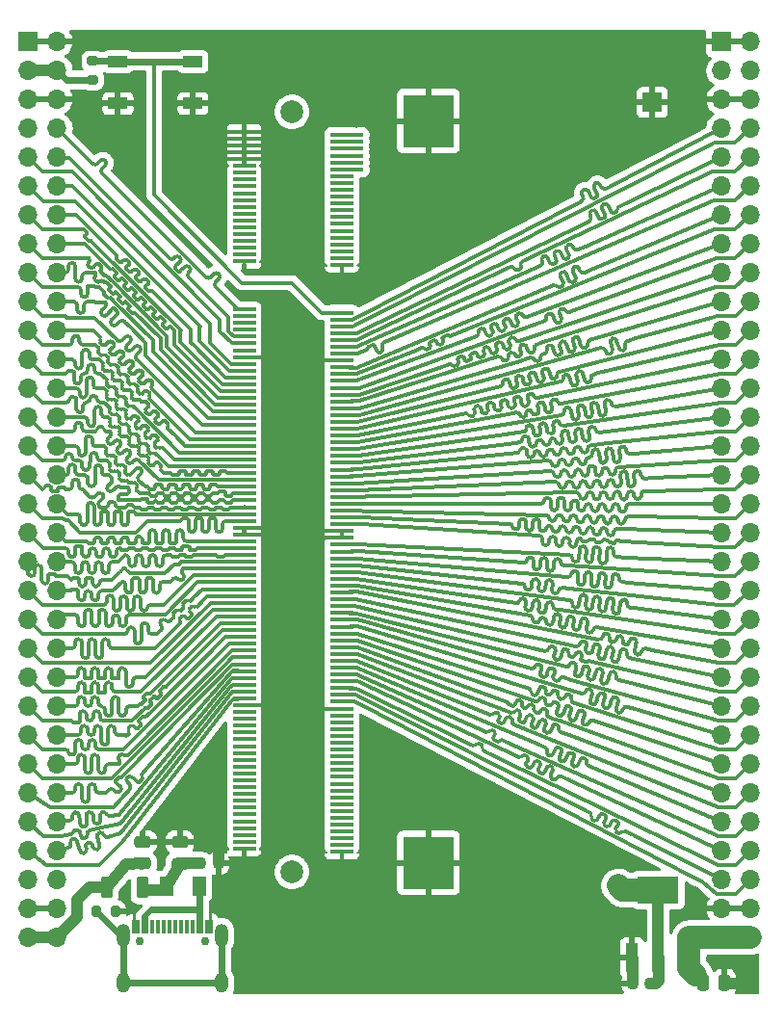
<source format=gbr>
%TF.GenerationSoftware,KiCad,Pcbnew,6.0.4-6f826c9f35~116~ubuntu20.04.1*%
%TF.CreationDate,2022-04-07T06:29:18+07:00*%
%TF.ProjectId,Colorlight2QMTech,436f6c6f-726c-4696-9768-7432514d5465,rev?*%
%TF.SameCoordinates,Original*%
%TF.FileFunction,Copper,L1,Top*%
%TF.FilePolarity,Positive*%
%FSLAX46Y46*%
G04 Gerber Fmt 4.6, Leading zero omitted, Abs format (unit mm)*
G04 Created by KiCad (PCBNEW 6.0.4-6f826c9f35~116~ubuntu20.04.1) date 2022-04-07 06:29:18*
%MOMM*%
%LPD*%
G01*
G04 APERTURE LIST*
G04 Aperture macros list*
%AMRoundRect*
0 Rectangle with rounded corners*
0 $1 Rounding radius*
0 $2 $3 $4 $5 $6 $7 $8 $9 X,Y pos of 4 corners*
0 Add a 4 corners polygon primitive as box body*
4,1,4,$2,$3,$4,$5,$6,$7,$8,$9,$2,$3,0*
0 Add four circle primitives for the rounded corners*
1,1,$1+$1,$2,$3*
1,1,$1+$1,$4,$5*
1,1,$1+$1,$6,$7*
1,1,$1+$1,$8,$9*
0 Add four rect primitives between the rounded corners*
20,1,$1+$1,$2,$3,$4,$5,0*
20,1,$1+$1,$4,$5,$6,$7,0*
20,1,$1+$1,$6,$7,$8,$9,0*
20,1,$1+$1,$8,$9,$2,$3,0*%
G04 Aperture macros list end*
%TA.AperFunction,ComponentPad*%
%ADD10R,1.700000X1.700000*%
%TD*%
%TA.AperFunction,ComponentPad*%
%ADD11O,1.700000X1.700000*%
%TD*%
%TA.AperFunction,SMDPad,CuDef*%
%ADD12RoundRect,0.225000X-0.225000X-0.250000X0.225000X-0.250000X0.225000X0.250000X-0.225000X0.250000X0*%
%TD*%
%TA.AperFunction,SMDPad,CuDef*%
%ADD13RoundRect,0.225000X0.225000X0.250000X-0.225000X0.250000X-0.225000X-0.250000X0.225000X-0.250000X0*%
%TD*%
%TA.AperFunction,SMDPad,CuDef*%
%ADD14RoundRect,0.250000X-0.475000X0.250000X-0.475000X-0.250000X0.475000X-0.250000X0.475000X0.250000X0*%
%TD*%
%TA.AperFunction,ComponentPad*%
%ADD15C,2.000000*%
%TD*%
%TA.AperFunction,SMDPad,CuDef*%
%ADD16R,2.000000X0.350000*%
%TD*%
%TA.AperFunction,SMDPad,CuDef*%
%ADD17R,4.500000X4.600000*%
%TD*%
%TA.AperFunction,SMDPad,CuDef*%
%ADD18R,1.700000X1.000000*%
%TD*%
%TA.AperFunction,SMDPad,CuDef*%
%ADD19RoundRect,0.250000X0.250000X0.475000X-0.250000X0.475000X-0.250000X-0.475000X0.250000X-0.475000X0*%
%TD*%
%TA.AperFunction,SMDPad,CuDef*%
%ADD20R,1.100000X2.500000*%
%TD*%
%TA.AperFunction,SMDPad,CuDef*%
%ADD21R,3.600000X2.340000*%
%TD*%
%TA.AperFunction,SMDPad,CuDef*%
%ADD22RoundRect,0.200000X0.275000X-0.200000X0.275000X0.200000X-0.275000X0.200000X-0.275000X-0.200000X0*%
%TD*%
%TA.AperFunction,ComponentPad*%
%ADD23C,0.750000*%
%TD*%
%TA.AperFunction,SMDPad,CuDef*%
%ADD24R,0.300000X1.300000*%
%TD*%
%TA.AperFunction,ComponentPad*%
%ADD25O,1.200000X2.000000*%
%TD*%
%TA.AperFunction,ComponentPad*%
%ADD26O,1.200000X1.800000*%
%TD*%
%TA.AperFunction,SMDPad,CuDef*%
%ADD27RoundRect,0.200000X0.200000X0.275000X-0.200000X0.275000X-0.200000X-0.275000X0.200000X-0.275000X0*%
%TD*%
%TA.AperFunction,SMDPad,CuDef*%
%ADD28RoundRect,0.250000X-0.275000X-0.700000X0.275000X-0.700000X0.275000X0.700000X-0.275000X0.700000X0*%
%TD*%
%TA.AperFunction,SMDPad,CuDef*%
%ADD29R,1.190000X1.730000*%
%TD*%
%TA.AperFunction,ViaPad*%
%ADD30C,0.950000*%
%TD*%
%TA.AperFunction,ViaPad*%
%ADD31C,1.900000*%
%TD*%
%TA.AperFunction,ViaPad*%
%ADD32C,0.450000*%
%TD*%
%TA.AperFunction,Conductor*%
%ADD33C,0.300000*%
%TD*%
%TA.AperFunction,Conductor*%
%ADD34C,1.000000*%
%TD*%
%TA.AperFunction,Conductor*%
%ADD35C,2.000000*%
%TD*%
%TA.AperFunction,Conductor*%
%ADD36C,0.600000*%
%TD*%
G04 APERTURE END LIST*
D10*
%TO.P,J1,1,Pin_1*%
%TO.N,GND*%
X95250000Y-42164000D03*
D11*
%TO.P,J1,2,Pin_2*%
X97790000Y-42164000D03*
%TO.P,J1,3,Pin_3*%
%TO.N,+3V3*%
X95250000Y-44704000D03*
%TO.P,J1,4,Pin_4*%
X97790000Y-44704000D03*
%TO.P,J1,5,Pin_5*%
%TO.N,GND*%
X95250000Y-47244000D03*
%TO.P,J1,6,Pin_6*%
X97790000Y-47244000D03*
%TO.P,J1,7,Pin_7*%
%TO.N,unconnected-(J1-Pad7)*%
X95250000Y-49784000D03*
%TO.P,J1,8,Pin_8*%
%TO.N,/U16*%
X97790000Y-49784000D03*
%TO.P,J1,9,Pin_9*%
%TO.N,/C18*%
X95250000Y-52324000D03*
%TO.P,J1,10,Pin_10*%
%TO.N,/K18*%
X97790000Y-52324000D03*
%TO.P,J1,11,Pin_11*%
%TO.N,/R18*%
X95250000Y-54864000D03*
%TO.P,J1,12,Pin_12*%
%TO.N,/T18*%
X97790000Y-54864000D03*
%TO.P,J1,13,Pin_13*%
%TO.N,/P17*%
X95250000Y-57404000D03*
%TO.P,J1,14,Pin_14*%
%TO.N,/R17*%
X97790000Y-57404000D03*
%TO.P,J1,15,Pin_15*%
%TO.N,/T17*%
X95250000Y-59944000D03*
%TO.P,J1,16,Pin_16*%
%TO.N,/M17*%
X97790000Y-59944000D03*
%TO.P,J1,17,Pin_17*%
%TO.N,/U17*%
X95250000Y-62484000D03*
%TO.P,J1,18,Pin_18*%
%TO.N,/U18*%
X97790000Y-62484000D03*
%TO.P,J1,19,Pin_19*%
%TO.N,/N17*%
X95250000Y-65024000D03*
%TO.P,J1,20,Pin_20*%
%TO.N,/P18*%
X97790000Y-65024000D03*
%TO.P,J1,21,Pin_21*%
%TO.N,/M18*%
X95250000Y-67564000D03*
%TO.P,J1,22,Pin_22*%
%TO.N,/N18*%
X97790000Y-67564000D03*
%TO.P,J1,23,Pin_23*%
%TO.N,/L18*%
X95250000Y-70104000D03*
%TO.P,J1,24,Pin_24*%
%TO.N,/L20*%
X97790000Y-70104000D03*
%TO.P,J1,25,Pin_25*%
%TO.N,/K19*%
X95250000Y-72644000D03*
%TO.P,J1,26,Pin_26*%
%TO.N,/K20*%
X97790000Y-72644000D03*
%TO.P,J1,27,Pin_27*%
%TO.N,/J19*%
X95250000Y-75184000D03*
%TO.P,J1,28,Pin_28*%
%TO.N,/J20*%
X97790000Y-75184000D03*
%TO.P,J1,29,Pin_29*%
%TO.N,/G20*%
X95250000Y-77724000D03*
%TO.P,J1,30,Pin_30*%
%TO.N,/H20*%
X97790000Y-77724000D03*
%TO.P,J1,31,Pin_31*%
%TO.N,/F20*%
X95250000Y-80264000D03*
%TO.P,J1,32,Pin_32*%
%TO.N,/G19*%
X97790000Y-80264000D03*
%TO.P,J1,33,Pin_33*%
%TO.N,/E20*%
X95250000Y-82804000D03*
%TO.P,J1,34,Pin_34*%
%TO.N,/F19*%
X97790000Y-82804000D03*
%TO.P,J1,35,Pin_35*%
%TO.N,/D20*%
X95250000Y-85344000D03*
%TO.P,J1,36,Pin_36*%
%TO.N,/E19*%
X97790000Y-85344000D03*
%TO.P,J1,37,Pin_37*%
%TO.N,/C20*%
X95250000Y-87884000D03*
%TO.P,J1,38,Pin_38*%
%TO.N,/D19*%
X97790000Y-87884000D03*
%TO.P,J1,39,Pin_39*%
%TO.N,/B19*%
X95250000Y-90424000D03*
%TO.P,J1,40,Pin_40*%
%TO.N,/B20*%
X97790000Y-90424000D03*
%TO.P,J1,41,Pin_41*%
%TO.N,/A19*%
X95250000Y-92964000D03*
%TO.P,J1,42,Pin_42*%
%TO.N,/B18*%
X97790000Y-92964000D03*
%TO.P,J1,43,Pin_43*%
%TO.N,/A18*%
X95250000Y-95504000D03*
%TO.P,J1,44,Pin_44*%
%TO.N,/C17*%
X97790000Y-95504000D03*
%TO.P,J1,45,Pin_45*%
%TO.N,/C4*%
X95250000Y-98044000D03*
%TO.P,J1,46,Pin_46*%
%TO.N,/D3*%
X97790000Y-98044000D03*
%TO.P,J1,47,Pin_47*%
%TO.N,/C3*%
X95250000Y-100584000D03*
%TO.P,J1,48,Pin_48*%
%TO.N,/B4*%
X97790000Y-100584000D03*
%TO.P,J1,49,Pin_49*%
%TO.N,/A3*%
X95250000Y-103124000D03*
%TO.P,J1,50,Pin_50*%
%TO.N,/E3*%
X97790000Y-103124000D03*
%TO.P,J1,51,Pin_51*%
%TO.N,/B1*%
X95250000Y-105664000D03*
%TO.P,J1,52,Pin_52*%
%TO.N,/C2*%
X97790000Y-105664000D03*
%TO.P,J1,53,Pin_53*%
%TO.N,/D2*%
X95250000Y-108204000D03*
%TO.P,J1,54,Pin_54*%
%TO.N,/C1*%
X97790000Y-108204000D03*
%TO.P,J1,55,Pin_55*%
%TO.N,/E2*%
X95250000Y-110744000D03*
%TO.P,J1,56,Pin_56*%
%TO.N,/D1*%
X97790000Y-110744000D03*
%TO.P,J1,57,Pin_57*%
%TO.N,/F2*%
X95250000Y-113284000D03*
%TO.P,J1,58,Pin_58*%
%TO.N,/E1*%
X97790000Y-113284000D03*
%TO.P,J1,59,Pin_59*%
%TO.N,unconnected-(J1-Pad59)*%
X95250000Y-115824000D03*
%TO.P,J1,60,Pin_60*%
%TO.N,unconnected-(J1-Pad60)*%
X97790000Y-115824000D03*
%TO.P,J1,61,Pin_61*%
%TO.N,GND*%
X95250000Y-118364000D03*
%TO.P,J1,62,Pin_62*%
X97790000Y-118364000D03*
%TO.P,J1,63,Pin_63*%
%TO.N,+5V*%
X95250000Y-120904000D03*
%TO.P,J1,64,Pin_64*%
X97790000Y-120904000D03*
%TD*%
D12*
%TO.P,C1,1*%
%TO.N,GND*%
X148367000Y-124907000D03*
%TO.P,C1,2*%
%TO.N,+3V3*%
X149917000Y-124907000D03*
%TD*%
D13*
%TO.P,C4,1*%
%TO.N,GND*%
X111943400Y-114376400D03*
%TO.P,C4,2*%
%TO.N,/5V_FILTER*%
X110393400Y-114376400D03*
%TD*%
D14*
%TO.P,C3,1*%
%TO.N,GND*%
X105308400Y-112486400D03*
%TO.P,C3,2*%
%TO.N,+5V*%
X105308400Y-114386400D03*
%TD*%
D15*
%TO.P,CN1,*%
%TO.N,*%
X118422500Y-115128000D03*
X118422500Y-48328000D03*
D16*
%TO.P,CN1,1,1*%
%TO.N,GND*%
X114222500Y-50078000D03*
%TO.P,CN1,2,2*%
%TO.N,+5V*%
X122822500Y-50378000D03*
%TO.P,CN1,3,3*%
%TO.N,GND*%
X114222500Y-50678000D03*
%TO.P,CN1,4,4*%
%TO.N,+5V*%
X122822500Y-50978000D03*
%TO.P,CN1,5,5*%
%TO.N,GND*%
X114222500Y-51278000D03*
%TO.P,CN1,6,6*%
%TO.N,+5V*%
X122822500Y-51578000D03*
%TO.P,CN1,7,7*%
%TO.N,GND*%
X114222500Y-51878000D03*
%TO.P,CN1,8,8*%
%TO.N,+5V*%
X122822500Y-52178000D03*
%TO.P,CN1,9,9*%
%TO.N,GND*%
X114222500Y-52478000D03*
%TO.P,CN1,10,10*%
%TO.N,+5V*%
X122822500Y-52778000D03*
%TO.P,CN1,11,11*%
%TO.N,GND*%
X114222500Y-53078000D03*
%TO.P,CN1,12,12*%
%TO.N,+5V*%
X122822500Y-53378000D03*
%TO.P,CN1,13,13*%
%TO.N,unconnected-(CN1-Pad13)*%
X114222500Y-53678000D03*
%TO.P,CN1,14,14*%
%TO.N,unconnected-(CN1-Pad14)*%
X122822500Y-53978000D03*
%TO.P,CN1,15,15*%
%TO.N,/eth1_1+*%
X114222500Y-54278000D03*
%TO.P,CN1,16,16*%
%TO.N,/eth2_1+*%
X122822500Y-54578000D03*
%TO.P,CN1,17,17*%
%TO.N,/eth1_1-*%
X114222500Y-54878000D03*
%TO.P,CN1,18,18*%
%TO.N,/eth2_1-*%
X122822500Y-55178000D03*
%TO.P,CN1,19,19*%
%TO.N,unconnected-(CN1-Pad19)*%
X114222500Y-55478000D03*
%TO.P,CN1,20,20*%
%TO.N,unconnected-(CN1-Pad20)*%
X122822500Y-55778000D03*
%TO.P,CN1,21,21*%
%TO.N,/eth1_2-*%
X114222500Y-56078000D03*
%TO.P,CN1,22,22*%
%TO.N,/eth2_2-*%
X122822500Y-56378000D03*
%TO.P,CN1,23,23*%
%TO.N,/eth1_2+*%
X114222500Y-56678000D03*
%TO.P,CN1,24,24*%
%TO.N,/eth2_2+*%
X122822500Y-56978000D03*
%TO.P,CN1,25,25*%
%TO.N,unconnected-(CN1-Pad25)*%
X114222500Y-57278000D03*
%TO.P,CN1,26,26*%
%TO.N,unconnected-(CN1-Pad26)*%
X122822500Y-57578000D03*
%TO.P,CN1,27,27*%
%TO.N,/eth1_3+*%
X114222500Y-57878000D03*
%TO.P,CN1,28,28*%
%TO.N,/eth2_3+*%
X122822500Y-58178000D03*
%TO.P,CN1,29,29*%
%TO.N,/eth1_3-*%
X114222500Y-58478000D03*
%TO.P,CN1,30,30*%
%TO.N,/eth2_3-*%
X122822500Y-58778000D03*
%TO.P,CN1,31,31*%
%TO.N,unconnected-(CN1-Pad31)*%
X114222500Y-59078000D03*
%TO.P,CN1,32,32*%
%TO.N,unconnected-(CN1-Pad32)*%
X122822500Y-59378000D03*
%TO.P,CN1,33,33*%
%TO.N,/eth1_4-*%
X114222500Y-59678000D03*
%TO.P,CN1,34,34*%
%TO.N,/eth2_4-*%
X122822500Y-59978000D03*
%TO.P,CN1,35,35*%
%TO.N,/eth1_4+*%
X114222500Y-60278000D03*
%TO.P,CN1,36,36*%
%TO.N,/eth2_4+*%
X122822500Y-60578000D03*
%TO.P,CN1,37,37*%
%TO.N,unconnected-(CN1-Pad37)*%
X114222500Y-60878000D03*
%TO.P,CN1,38,38*%
%TO.N,unconnected-(CN1-Pad38)*%
X122822500Y-61178000D03*
%TO.P,CN1,39,39*%
%TO.N,GND*%
X114222500Y-61478000D03*
%TO.P,CN1,40,40*%
X122822500Y-61778000D03*
%TO.P,CN1,41,41*%
%TO.N,/U16*%
X114222500Y-65678000D03*
%TO.P,CN1,42,42*%
%TO.N,/R1*%
X122822500Y-65978000D03*
%TO.P,CN1,43,43*%
%TO.N,unconnected-(CN1-Pad43)*%
X114222500Y-66278000D03*
%TO.P,CN1,44,44*%
%TO.N,/T1*%
X122822500Y-66578000D03*
%TO.P,CN1,45,45*%
%TO.N,unconnected-(CN1-Pad45)*%
X114222500Y-66878000D03*
%TO.P,CN1,46,46*%
%TO.N,/U1*%
X122822500Y-67178000D03*
%TO.P,CN1,47,47*%
%TO.N,unconnected-(CN1-Pad47)*%
X114222500Y-67478000D03*
%TO.P,CN1,48,48*%
%TO.N,/Y2*%
X122822500Y-67778000D03*
%TO.P,CN1,49,49*%
%TO.N,/K18*%
X114222500Y-68078000D03*
%TO.P,CN1,50,50*%
%TO.N,/W1*%
X122822500Y-68378000D03*
%TO.P,CN1,51,51*%
%TO.N,/C18*%
X114222500Y-68678000D03*
%TO.P,CN1,52,52*%
%TO.N,/V1*%
X122822500Y-68978000D03*
%TO.P,CN1,53,53*%
%TO.N,unconnected-(CN1-Pad53)*%
X114222500Y-69278000D03*
%TO.P,CN1,54,54*%
%TO.N,/M1*%
X122822500Y-69578000D03*
%TO.P,CN1,55,55*%
%TO.N,GND*%
X114222500Y-69878000D03*
%TO.P,CN1,56,56*%
X122822500Y-70178000D03*
%TO.P,CN1,57,57*%
%TO.N,/T18*%
X114222500Y-70478000D03*
%TO.P,CN1,58,58*%
%TO.N,/N2*%
X122822500Y-70778000D03*
%TO.P,CN1,59,59*%
%TO.N,/R18*%
X114222500Y-71078000D03*
%TO.P,CN1,60,60*%
%TO.N,/N3*%
X122822500Y-71378000D03*
%TO.P,CN1,61,61*%
%TO.N,/R17*%
X114222500Y-71678000D03*
%TO.P,CN1,62,62*%
%TO.N,/T2*%
X122822500Y-71978000D03*
%TO.P,CN1,63,63*%
%TO.N,/P17*%
X114222500Y-72278000D03*
%TO.P,CN1,64,64*%
%TO.N,/M3*%
X122822500Y-72578000D03*
%TO.P,CN1,65,65*%
%TO.N,/M17*%
X114222500Y-72878000D03*
%TO.P,CN1,66,66*%
%TO.N,/T3*%
X122822500Y-73178000D03*
%TO.P,CN1,67,67*%
%TO.N,/T17*%
X114222500Y-73478000D03*
%TO.P,CN1,68,68*%
%TO.N,/R3*%
X122822500Y-73778000D03*
%TO.P,CN1,69,69*%
%TO.N,/U18*%
X114222500Y-74078000D03*
%TO.P,CN1,70,70*%
%TO.N,/N4*%
X122822500Y-74378000D03*
%TO.P,CN1,71,71*%
%TO.N,/U17*%
X114222500Y-74678000D03*
%TO.P,CN1,72,72*%
%TO.N,/M4*%
X122822500Y-74978000D03*
%TO.P,CN1,73,73*%
%TO.N,/P18*%
X114222500Y-75278000D03*
%TO.P,CN1,74,74*%
%TO.N,/L4*%
X122822500Y-75578000D03*
%TO.P,CN1,75,75*%
%TO.N,/N17*%
X114222500Y-75878000D03*
%TO.P,CN1,76,76*%
%TO.N,/L5*%
X122822500Y-76178000D03*
%TO.P,CN1,77,77*%
%TO.N,/N18*%
X114222500Y-76478000D03*
%TO.P,CN1,78,78*%
%TO.N,/P16*%
X122822500Y-76778000D03*
%TO.P,CN1,79,79*%
%TO.N,/M18*%
X114222500Y-77078000D03*
%TO.P,CN1,80,80*%
%TO.N,/J16*%
X122822500Y-77378000D03*
%TO.P,CN1,81,81*%
%TO.N,/L20*%
X114222500Y-77678000D03*
%TO.P,CN1,82,82*%
%TO.N,/J18*%
X122822500Y-77978000D03*
%TO.P,CN1,83,83*%
%TO.N,/L18*%
X114222500Y-78278000D03*
%TO.P,CN1,84,84*%
%TO.N,/J17*%
X122822500Y-78578000D03*
%TO.P,CN1,85,85*%
%TO.N,/K20*%
X114222500Y-78878000D03*
%TO.P,CN1,86,86*%
%TO.N,/H18*%
X122822500Y-79178000D03*
%TO.P,CN1,87,87*%
%TO.N,/K19*%
X114222500Y-79478000D03*
%TO.P,CN1,88,88*%
%TO.N,/H17*%
X122822500Y-79778000D03*
%TO.P,CN1,89,89*%
%TO.N,/J20*%
X114222500Y-80078000D03*
%TO.P,CN1,90,90*%
%TO.N,/G18*%
X122822500Y-80378000D03*
%TO.P,CN1,91,91*%
%TO.N,/J19*%
X114222500Y-80678000D03*
%TO.P,CN1,92,92*%
%TO.N,/H16*%
X122822500Y-80978000D03*
%TO.P,CN1,93,93*%
%TO.N,/H20*%
X114222500Y-81278000D03*
%TO.P,CN1,94,94*%
%TO.N,/F18*%
X122822500Y-81578000D03*
%TO.P,CN1,95,95*%
%TO.N,/G20*%
X114222500Y-81878000D03*
%TO.P,CN1,96,96*%
%TO.N,/G16*%
X122822500Y-82178000D03*
%TO.P,CN1,97,97*%
%TO.N,/G19*%
X114222500Y-82478000D03*
%TO.P,CN1,98,98*%
%TO.N,/E18*%
X122822500Y-82778000D03*
%TO.P,CN1,99,99*%
%TO.N,/F20*%
X114222500Y-83078000D03*
%TO.P,CN1,100,100*%
%TO.N,/F17*%
X122822500Y-83378000D03*
%TO.P,CN1,101,101*%
%TO.N,/F19*%
X114222500Y-83678000D03*
%TO.P,CN1,102,102*%
%TO.N,/F16*%
X122822500Y-83978000D03*
%TO.P,CN1,103,103*%
%TO.N,/E20*%
X114222500Y-84278000D03*
%TO.P,CN1,104,104*%
%TO.N,/E16*%
X122822500Y-84578000D03*
%TO.P,CN1,105,105*%
%TO.N,GND*%
X114222500Y-84878000D03*
%TO.P,CN1,106,106*%
X122822500Y-85178000D03*
%TO.P,CN1,107,107*%
X114222500Y-85478000D03*
%TO.P,CN1,108,108*%
X122822500Y-85778000D03*
%TO.P,CN1,109,109*%
%TO.N,/E19*%
X114222500Y-86078000D03*
%TO.P,CN1,110,110*%
%TO.N,/E17*%
X122822500Y-86378000D03*
%TO.P,CN1,111,111*%
%TO.N,/D20*%
X114222500Y-86678000D03*
%TO.P,CN1,112,112*%
%TO.N,/D18*%
X122822500Y-86978000D03*
%TO.P,CN1,113,113*%
%TO.N,/D19*%
X114222500Y-87278000D03*
%TO.P,CN1,114,114*%
%TO.N,/D17*%
X122822500Y-87578000D03*
%TO.P,CN1,115,115*%
%TO.N,/C20*%
X114222500Y-87878000D03*
%TO.P,CN1,116,116*%
%TO.N,/G5*%
X122822500Y-88178000D03*
%TO.P,CN1,117,117*%
%TO.N,/B20*%
X114222500Y-88478000D03*
%TO.P,CN1,118,118*%
%TO.N,/D16*%
X122822500Y-88778000D03*
%TO.P,CN1,119,119*%
%TO.N,/B19*%
X114222500Y-89078000D03*
%TO.P,CN1,120,120*%
%TO.N,/F5*%
X122822500Y-89378000D03*
%TO.P,CN1,121,121*%
%TO.N,/B18*%
X114222500Y-89678000D03*
%TO.P,CN1,122,122*%
%TO.N,/E6*%
X122822500Y-89978000D03*
%TO.P,CN1,123,123*%
%TO.N,/A19*%
X114222500Y-90278000D03*
%TO.P,CN1,124,124*%
%TO.N,/E5*%
X122822500Y-90578000D03*
%TO.P,CN1,125,125*%
%TO.N,/C17*%
X114222500Y-90878000D03*
%TO.P,CN1,126,126*%
%TO.N,/F4*%
X122822500Y-91178000D03*
%TO.P,CN1,127,127*%
%TO.N,/A18*%
X114222500Y-91478000D03*
%TO.P,CN1,128,128*%
%TO.N,/E4*%
X122822500Y-91778000D03*
%TO.P,CN1,129,129*%
%TO.N,/D3*%
X114222500Y-92078000D03*
%TO.P,CN1,130,130*%
%TO.N,/F1*%
X122822500Y-92378000D03*
%TO.P,CN1,131,131*%
%TO.N,/C4*%
X114222500Y-92678000D03*
%TO.P,CN1,132,132*%
%TO.N,/F3*%
X122822500Y-92978000D03*
%TO.P,CN1,133,133*%
%TO.N,/B4*%
X114222500Y-93278000D03*
%TO.P,CN1,134,134*%
%TO.N,/G3*%
X122822500Y-93578000D03*
%TO.P,CN1,135,135*%
%TO.N,/C3*%
X114222500Y-93878000D03*
%TO.P,CN1,136,136*%
%TO.N,/H3*%
X122822500Y-94178000D03*
%TO.P,CN1,137,137*%
%TO.N,/E3*%
X114222500Y-94478000D03*
%TO.P,CN1,138,138*%
%TO.N,/H4*%
X122822500Y-94778000D03*
%TO.P,CN1,139,139*%
%TO.N,/A3*%
X114222500Y-95078000D03*
%TO.P,CN1,140,140*%
%TO.N,/H5*%
X122822500Y-95378000D03*
%TO.P,CN1,141,141*%
%TO.N,/C2*%
X114222500Y-95678000D03*
%TO.P,CN1,142,142*%
%TO.N,/J4*%
X122822500Y-95978000D03*
%TO.P,CN1,143,143*%
%TO.N,/B1*%
X114222500Y-96278000D03*
%TO.P,CN1,144,144*%
%TO.N,/J5*%
X122822500Y-96578000D03*
%TO.P,CN1,145,145*%
%TO.N,/C1*%
X114222500Y-96878000D03*
%TO.P,CN1,146,146*%
%TO.N,/K3*%
X122822500Y-97178000D03*
%TO.P,CN1,147,147*%
%TO.N,/D2*%
X114222500Y-97478000D03*
%TO.P,CN1,148,148*%
%TO.N,/K4*%
X122822500Y-97778000D03*
%TO.P,CN1,149,149*%
%TO.N,/D1*%
X114222500Y-98078000D03*
%TO.P,CN1,150,150*%
%TO.N,/K5*%
X122822500Y-98378000D03*
%TO.P,CN1,151,151*%
%TO.N,/E2*%
X114222500Y-98678000D03*
%TO.P,CN1,152,152*%
%TO.N,/B3*%
X122822500Y-98978000D03*
%TO.P,CN1,153,153*%
%TO.N,/E1*%
X114222500Y-99278000D03*
%TO.P,CN1,154,154*%
%TO.N,/A2*%
X122822500Y-99578000D03*
%TO.P,CN1,155,155*%
%TO.N,/F2*%
X114222500Y-99878000D03*
%TO.P,CN1,156,156*%
%TO.N,/B2*%
X122822500Y-100178000D03*
%TO.P,CN1,157,157*%
%TO.N,GND*%
X114222500Y-100478000D03*
%TO.P,CN1,158,158*%
X122822500Y-100778000D03*
%TO.P,CN1,159,159*%
%TO.N,unconnected-(CN1-Pad159)*%
X114222500Y-101078000D03*
%TO.P,CN1,160,160*%
%TO.N,unconnected-(CN1-Pad160)*%
X122822500Y-101378000D03*
%TO.P,CN1,161,161*%
%TO.N,unconnected-(CN1-Pad161)*%
X114222500Y-101678000D03*
%TO.P,CN1,162,162*%
%TO.N,unconnected-(CN1-Pad162)*%
X122822500Y-101978000D03*
%TO.P,CN1,163,163*%
%TO.N,unconnected-(CN1-Pad163)*%
X114222500Y-102278000D03*
%TO.P,CN1,164,164*%
%TO.N,unconnected-(CN1-Pad164)*%
X122822500Y-102578000D03*
%TO.P,CN1,165,165*%
%TO.N,unconnected-(CN1-Pad165)*%
X114222500Y-102878000D03*
%TO.P,CN1,166,166*%
%TO.N,unconnected-(CN1-Pad166)*%
X122822500Y-103178000D03*
%TO.P,CN1,167,167*%
%TO.N,unconnected-(CN1-Pad167)*%
X114222500Y-103478000D03*
%TO.P,CN1,168,168*%
%TO.N,unconnected-(CN1-Pad168)*%
X122822500Y-103778000D03*
%TO.P,CN1,169,169*%
%TO.N,unconnected-(CN1-Pad169)*%
X114222500Y-104078000D03*
%TO.P,CN1,170,170*%
%TO.N,unconnected-(CN1-Pad170)*%
X122822500Y-104378000D03*
%TO.P,CN1,171,171*%
%TO.N,unconnected-(CN1-Pad171)*%
X114222500Y-104678000D03*
%TO.P,CN1,172,172*%
%TO.N,unconnected-(CN1-Pad172)*%
X122822500Y-104978000D03*
%TO.P,CN1,173,173*%
%TO.N,unconnected-(CN1-Pad173)*%
X114222500Y-105278000D03*
%TO.P,CN1,174,174*%
%TO.N,unconnected-(CN1-Pad174)*%
X122822500Y-105578000D03*
%TO.P,CN1,175,175*%
%TO.N,unconnected-(CN1-Pad175)*%
X114222500Y-105878000D03*
%TO.P,CN1,176,176*%
%TO.N,unconnected-(CN1-Pad176)*%
X122822500Y-106178000D03*
%TO.P,CN1,177,177*%
%TO.N,unconnected-(CN1-Pad177)*%
X114222500Y-106478000D03*
%TO.P,CN1,178,178*%
%TO.N,unconnected-(CN1-Pad178)*%
X122822500Y-106778000D03*
%TO.P,CN1,179,179*%
%TO.N,unconnected-(CN1-Pad179)*%
X114222500Y-107078000D03*
%TO.P,CN1,180,180*%
%TO.N,unconnected-(CN1-Pad180)*%
X122822500Y-107378000D03*
%TO.P,CN1,181,181*%
%TO.N,unconnected-(CN1-Pad181)*%
X114222500Y-107678000D03*
%TO.P,CN1,182,182*%
%TO.N,unconnected-(CN1-Pad182)*%
X122822500Y-107978000D03*
%TO.P,CN1,183,183*%
%TO.N,unconnected-(CN1-Pad183)*%
X114222500Y-108278000D03*
%TO.P,CN1,184,184*%
%TO.N,unconnected-(CN1-Pad184)*%
X122822500Y-108578000D03*
%TO.P,CN1,185,185*%
%TO.N,unconnected-(CN1-Pad185)*%
X114222500Y-108878000D03*
%TO.P,CN1,186,186*%
%TO.N,unconnected-(CN1-Pad186)*%
X122822500Y-109178000D03*
%TO.P,CN1,187,187*%
%TO.N,unconnected-(CN1-Pad187)*%
X114222500Y-109478000D03*
%TO.P,CN1,188,188*%
%TO.N,unconnected-(CN1-Pad188)*%
X122822500Y-109778000D03*
%TO.P,CN1,189,189*%
%TO.N,unconnected-(CN1-Pad189)*%
X114222500Y-110078000D03*
%TO.P,CN1,190,190*%
%TO.N,unconnected-(CN1-Pad190)*%
X122822500Y-110378000D03*
%TO.P,CN1,191,191*%
%TO.N,unconnected-(CN1-Pad191)*%
X114222500Y-110678000D03*
%TO.P,CN1,192,192*%
%TO.N,unconnected-(CN1-Pad192)*%
X122822500Y-110978000D03*
%TO.P,CN1,193,193*%
%TO.N,unconnected-(CN1-Pad193)*%
X114222500Y-111278000D03*
%TO.P,CN1,194,194*%
%TO.N,unconnected-(CN1-Pad194)*%
X122822500Y-111578000D03*
%TO.P,CN1,195,195*%
%TO.N,unconnected-(CN1-Pad195)*%
X114222500Y-111878000D03*
%TO.P,CN1,196,196*%
%TO.N,unconnected-(CN1-Pad196)*%
X122822500Y-112178000D03*
%TO.P,CN1,197,197*%
%TO.N,unconnected-(CN1-Pad197)*%
X114222500Y-112478000D03*
%TO.P,CN1,198,198*%
%TO.N,unconnected-(CN1-Pad198)*%
X122822500Y-112778000D03*
%TO.P,CN1,199,199*%
%TO.N,GND*%
X114222500Y-113078000D03*
%TO.P,CN1,200,200*%
X122822500Y-113378000D03*
D17*
%TO.P,CN1,201,201*%
X130422500Y-49128000D03*
X130422500Y-114328000D03*
%TD*%
D18*
%TO.P,SW1,1,A*%
%TO.N,/R1*%
X103130000Y-43900000D03*
%TO.P,SW1,2,B*%
X109730000Y-43900000D03*
%TO.P,SW1,3,C*%
%TO.N,GND*%
X103130000Y-47600000D03*
%TO.P,SW1,4,D*%
X109730000Y-47600000D03*
%TD*%
D19*
%TO.P,C2,1*%
%TO.N,GND*%
X156442000Y-124877000D03*
%TO.P,C2,2*%
%TO.N,+5V*%
X154542000Y-124877000D03*
%TD*%
D20*
%TO.P,U1,1,GND/ADJ*%
%TO.N,GND*%
X148322000Y-122657000D03*
%TO.P,U1,2,Vout*%
%TO.N,+3V3*%
X150622000Y-122657000D03*
%TO.P,U1,3,Vin*%
%TO.N,+5V*%
X152922000Y-122657000D03*
D21*
%TO.P,U1,4,Vout*%
%TO.N,+3V3*%
X150622000Y-116717000D03*
%TD*%
D10*
%TO.P,J2,1,Pin_1*%
%TO.N,GND*%
X156210000Y-42164000D03*
D11*
%TO.P,J2,2,Pin_2*%
X158750000Y-42164000D03*
%TO.P,J2,3,Pin_3*%
%TO.N,+3V3*%
X156210000Y-44704000D03*
%TO.P,J2,4,Pin_4*%
X158750000Y-44704000D03*
%TO.P,J2,5,Pin_5*%
%TO.N,GND*%
X156210000Y-47244000D03*
%TO.P,J2,6,Pin_6*%
X158750000Y-47244000D03*
%TO.P,J2,7,Pin_7*%
%TO.N,/T1*%
X156210000Y-49784000D03*
%TO.P,J2,8,Pin_8*%
%TO.N,/U1*%
X158750000Y-49784000D03*
%TO.P,J2,9,Pin_9*%
%TO.N,/Y2*%
X156210000Y-52324000D03*
%TO.P,J2,10,Pin_10*%
%TO.N,/W1*%
X158750000Y-52324000D03*
%TO.P,J2,11,Pin_11*%
%TO.N,/V1*%
X156210000Y-54864000D03*
%TO.P,J2,12,Pin_12*%
%TO.N,/M1*%
X158750000Y-54864000D03*
%TO.P,J2,13,Pin_13*%
%TO.N,/N2*%
X156210000Y-57404000D03*
%TO.P,J2,14,Pin_14*%
%TO.N,/N3*%
X158750000Y-57404000D03*
%TO.P,J2,15,Pin_15*%
%TO.N,/T2*%
X156210000Y-59944000D03*
%TO.P,J2,16,Pin_16*%
%TO.N,/M3*%
X158750000Y-59944000D03*
%TO.P,J2,17,Pin_17*%
%TO.N,/T3*%
X156210000Y-62484000D03*
%TO.P,J2,18,Pin_18*%
%TO.N,/R3*%
X158750000Y-62484000D03*
%TO.P,J2,19,Pin_19*%
%TO.N,/N4*%
X156210000Y-65024000D03*
%TO.P,J2,20,Pin_20*%
%TO.N,/M4*%
X158750000Y-65024000D03*
%TO.P,J2,21,Pin_21*%
%TO.N,/L4*%
X156210000Y-67564000D03*
%TO.P,J2,22,Pin_22*%
%TO.N,/L5*%
X158750000Y-67564000D03*
%TO.P,J2,23,Pin_23*%
%TO.N,/P16*%
X156210000Y-70104000D03*
%TO.P,J2,24,Pin_24*%
%TO.N,/J16*%
X158750000Y-70104000D03*
%TO.P,J2,25,Pin_25*%
%TO.N,/J18*%
X156210000Y-72644000D03*
%TO.P,J2,26,Pin_26*%
%TO.N,/J17*%
X158750000Y-72644000D03*
%TO.P,J2,27,Pin_27*%
%TO.N,/H18*%
X156210000Y-75184000D03*
%TO.P,J2,28,Pin_28*%
%TO.N,/H17*%
X158750000Y-75184000D03*
%TO.P,J2,29,Pin_29*%
%TO.N,/G18*%
X156210000Y-77724000D03*
%TO.P,J2,30,Pin_30*%
%TO.N,/H16*%
X158750000Y-77724000D03*
%TO.P,J2,31,Pin_31*%
%TO.N,/F18*%
X156210000Y-80264000D03*
%TO.P,J2,32,Pin_32*%
%TO.N,/G16*%
X158750000Y-80264000D03*
%TO.P,J2,33,Pin_33*%
%TO.N,/E18*%
X156210000Y-82804000D03*
%TO.P,J2,34,Pin_34*%
%TO.N,/F17*%
X158750000Y-82804000D03*
%TO.P,J2,35,Pin_35*%
%TO.N,/F16*%
X156210000Y-85344000D03*
%TO.P,J2,36,Pin_36*%
%TO.N,/E16*%
X158750000Y-85344000D03*
%TO.P,J2,37,Pin_37*%
%TO.N,/E17*%
X156210000Y-87884000D03*
%TO.P,J2,38,Pin_38*%
%TO.N,/D18*%
X158750000Y-87884000D03*
%TO.P,J2,39,Pin_39*%
%TO.N,/D17*%
X156210000Y-90424000D03*
%TO.P,J2,40,Pin_40*%
%TO.N,/G5*%
X158750000Y-90424000D03*
%TO.P,J2,41,Pin_41*%
%TO.N,/D16*%
X156210000Y-92964000D03*
%TO.P,J2,42,Pin_42*%
%TO.N,/F5*%
X158750000Y-92964000D03*
%TO.P,J2,43,Pin_43*%
%TO.N,/E6*%
X156210000Y-95504000D03*
%TO.P,J2,44,Pin_44*%
%TO.N,/E5*%
X158750000Y-95504000D03*
%TO.P,J2,45,Pin_45*%
%TO.N,/F4*%
X156210000Y-98044000D03*
%TO.P,J2,46,Pin_46*%
%TO.N,/E4*%
X158750000Y-98044000D03*
%TO.P,J2,47,Pin_47*%
%TO.N,/F1*%
X156210000Y-100584000D03*
%TO.P,J2,48,Pin_48*%
%TO.N,/F3*%
X158750000Y-100584000D03*
%TO.P,J2,49,Pin_49*%
%TO.N,/G3*%
X156210000Y-103124000D03*
%TO.P,J2,50,Pin_50*%
%TO.N,/H3*%
X158750000Y-103124000D03*
%TO.P,J2,51,Pin_51*%
%TO.N,/H4*%
X156210000Y-105664000D03*
%TO.P,J2,52,Pin_52*%
%TO.N,/H5*%
X158750000Y-105664000D03*
%TO.P,J2,53,Pin_53*%
%TO.N,/J4*%
X156210000Y-108204000D03*
%TO.P,J2,54,Pin_54*%
%TO.N,/J5*%
X158750000Y-108204000D03*
%TO.P,J2,55,Pin_55*%
%TO.N,/K3*%
X156210000Y-110744000D03*
%TO.P,J2,56,Pin_56*%
%TO.N,/K4*%
X158750000Y-110744000D03*
%TO.P,J2,57,Pin_57*%
%TO.N,/K5*%
X156210000Y-113284000D03*
%TO.P,J2,58,Pin_58*%
%TO.N,/B3*%
X158750000Y-113284000D03*
%TO.P,J2,59,Pin_59*%
%TO.N,/A2*%
X156210000Y-115824000D03*
%TO.P,J2,60,Pin_60*%
%TO.N,/B2*%
X158750000Y-115824000D03*
%TO.P,J2,61,Pin_61*%
%TO.N,GND*%
X156210000Y-118364000D03*
%TO.P,J2,62,Pin_62*%
X158750000Y-118364000D03*
%TO.P,J2,63,Pin_63*%
%TO.N,+5V*%
X156210000Y-120904000D03*
%TO.P,J2,64,Pin_64*%
X158750000Y-120904000D03*
%TD*%
D22*
%TO.P,R2,1*%
%TO.N,+3V3*%
X100910000Y-45525000D03*
%TO.P,R2,2*%
%TO.N,/R1*%
X100910000Y-43875000D03*
%TD*%
D14*
%TO.P,C5,1*%
%TO.N,GND*%
X108568400Y-112506400D03*
%TO.P,C5,2*%
%TO.N,/5V_FILTER*%
X108568400Y-114406400D03*
%TD*%
D10*
%TO.P,J4-GND1,1,Pin_1*%
%TO.N,GND*%
X150114000Y-47498000D03*
%TD*%
D23*
%TO.P,J3,*%
%TO.N,*%
X110819000Y-121200000D03*
X105019000Y-121200000D03*
D24*
%TO.P,J3,A1,GND*%
%TO.N,GND*%
X104569000Y-119940000D03*
%TO.P,J3,A4,VBUS*%
%TO.N,Net-(F1-Pad2)*%
X105369000Y-119940000D03*
%TO.P,J3,A5,CC1*%
%TO.N,unconnected-(J3-PadA5)*%
X106669000Y-119940000D03*
%TO.P,J3,A6,D+*%
%TO.N,unconnected-(J3-PadA6)*%
X107669000Y-119940000D03*
%TO.P,J3,A7,D-*%
%TO.N,unconnected-(J3-PadA7)*%
X108169000Y-119940000D03*
%TO.P,J3,A8,SBU1*%
%TO.N,unconnected-(J3-PadA8)*%
X109169000Y-119940000D03*
%TO.P,J3,A9,VBUS*%
%TO.N,Net-(F1-Pad2)*%
X110469000Y-119940000D03*
%TO.P,J3,A12,GND*%
%TO.N,GND*%
X111269000Y-119940000D03*
%TO.P,J3,B1,GND*%
X110969000Y-119940000D03*
%TO.P,J3,B4,VBUS*%
%TO.N,Net-(F1-Pad2)*%
X110169000Y-119940000D03*
%TO.P,J3,B5,CC2*%
%TO.N,unconnected-(J3-PadB5)*%
X109669000Y-119940000D03*
%TO.P,J3,B6,D+*%
%TO.N,unconnected-(J3-PadB6)*%
X108669000Y-119940000D03*
%TO.P,J3,B7,D-*%
%TO.N,unconnected-(J3-PadB7)*%
X107169000Y-119940000D03*
%TO.P,J3,B8,SBU2*%
%TO.N,unconnected-(J3-PadB8)*%
X106169000Y-119940000D03*
%TO.P,J3,B9,VBUS*%
%TO.N,Net-(F1-Pad2)*%
X105669000Y-119940000D03*
%TO.P,J3,B12,GND*%
%TO.N,GND*%
X104869000Y-119940000D03*
D25*
%TO.P,J3,S1,SHIELD*%
%TO.N,Net-(J3-PadS1)*%
X112249000Y-120700000D03*
D26*
X112249000Y-124900000D03*
X103589000Y-124900000D03*
D25*
X103589000Y-120700000D03*
%TD*%
D27*
%TO.P,R1,1*%
%TO.N,GND*%
X102904000Y-118610000D03*
%TO.P,R1,2*%
%TO.N,Net-(J3-PadS1)*%
X101254000Y-118610000D03*
%TD*%
D28*
%TO.P,FB1,1*%
%TO.N,+5V*%
X102124000Y-116514000D03*
%TO.P,FB1,2*%
%TO.N,/5V_FILTER*%
X105274000Y-116514000D03*
%TD*%
D29*
%TO.P,F1,1,1*%
%TO.N,/5V_FILTER*%
X107399000Y-116374000D03*
%TO.P,F1,2,2*%
%TO.N,Net-(F1-Pad2)*%
X110299000Y-116374000D03*
%TD*%
D30*
%TO.N,GND*%
X111961300Y-112903200D03*
X158262000Y-124948000D03*
X118668800Y-85394800D03*
X118470000Y-100478000D03*
X104343200Y-118389400D03*
X104343200Y-118389400D03*
X104343200Y-118389400D03*
X118719600Y-70053200D03*
D31*
%TO.N,+3V3*%
X147112000Y-116347000D03*
D32*
%TO.N,+5V*%
X124527000Y-52777000D03*
D30*
X100656000Y-116514000D03*
D32*
X124510000Y-50380000D03*
X124527000Y-52177000D03*
X124510000Y-50975000D03*
X124502000Y-51577000D03*
X124527000Y-53377000D03*
%TD*%
D33*
%TO.N,/G20*%
X99694833Y-78975167D02*
X99415383Y-78974617D01*
X99115973Y-78674027D02*
X99115974Y-78674026D01*
X100293157Y-79826345D02*
X100293157Y-79826346D01*
X98215383Y-78972273D02*
G75*
G03*
X98515974Y-78672843I617J299973D01*
G01*
X98516036Y-78672843D02*
G75*
G02*
X98816565Y-78373436I299964J-557D01*
G01*
X98215383Y-78972251D02*
X98215385Y-78972254D01*
X98215385Y-78972254D02*
X98137547Y-78972101D01*
X99994226Y-79283542D02*
X99994241Y-79275757D01*
X100699410Y-78589408D02*
X100593747Y-79526935D01*
X98816565Y-78373427D02*
G75*
G02*
X99115973Y-78674026I-565J-299973D01*
G01*
X99115984Y-78674027D02*
G75*
G03*
X99415383Y-78974616I300016J-573D01*
G01*
X99993748Y-79525755D02*
X99994226Y-79283542D01*
X99694833Y-78975160D02*
G75*
G02*
X99994240Y-79275757I-633J-300040D01*
G01*
X99993654Y-79525755D02*
G75*
G03*
X100293157Y-79826346I300046J-545D01*
G01*
X100293157Y-79826347D02*
G75*
G03*
X100593746Y-79526935I543J300047D01*
G01*
X98515975Y-78672843D02*
X98515974Y-78672843D01*
X98215383Y-78972252D02*
X98215383Y-78972251D01*
X98137547Y-78972101D02*
X97070000Y-78970000D01*
X97070000Y-78970000D02*
X96496000Y-78970000D01*
X96496000Y-78970000D02*
X95250000Y-77724000D01*
D34*
%TO.N,GND*%
X108568400Y-112506400D02*
X108318400Y-112506400D01*
X111943400Y-114376400D02*
X111943400Y-112871400D01*
D33*
X118318000Y-84878000D02*
X118618000Y-85178000D01*
X118198000Y-85478000D02*
X118498000Y-85778000D01*
X114222500Y-84878000D02*
X118318000Y-84878000D01*
X118641200Y-70178000D02*
X118341200Y-69878000D01*
X114222500Y-100478000D02*
X120544000Y-100478000D01*
X118341200Y-69878000D02*
X114222500Y-69878000D01*
X122822500Y-70178000D02*
X118641200Y-70178000D01*
X118618000Y-85178000D02*
X122822500Y-85178000D01*
X120844000Y-100778000D02*
X122822500Y-100778000D01*
D34*
X148367000Y-124907000D02*
X148367000Y-122702000D01*
X156672000Y-124968000D02*
X158242000Y-124968000D01*
D33*
X114222500Y-85478000D02*
X118198000Y-85478000D01*
X118498000Y-85778000D02*
X122822500Y-85778000D01*
X120544000Y-100478000D02*
X120844000Y-100778000D01*
D34*
X148367000Y-122702000D02*
X148322000Y-122657000D01*
D35*
%TO.N,+3V3*%
X147482000Y-116717000D02*
X147112000Y-116347000D01*
D36*
X98611000Y-45525000D02*
X97790000Y-44704000D01*
D34*
X150622000Y-122657000D02*
X150622000Y-116717000D01*
X150652000Y-124667000D02*
X150652000Y-122687000D01*
X150412000Y-124907000D02*
X150652000Y-124667000D01*
D36*
X100910000Y-45525000D02*
X98611000Y-45525000D01*
D35*
X150622000Y-116717000D02*
X147482000Y-116717000D01*
D34*
X150652000Y-122687000D02*
X150622000Y-122657000D01*
X95250000Y-44704000D02*
X97790000Y-44704000D01*
X149917000Y-124907000D02*
X150412000Y-124907000D01*
D33*
%TO.N,+5V*%
X122839500Y-53375000D02*
X124525000Y-53375000D01*
D34*
X105243400Y-114451400D02*
X105308400Y-114386400D01*
D33*
X122839500Y-52775000D02*
X124525000Y-52775000D01*
D34*
X100656000Y-116514000D02*
X99568000Y-117602000D01*
X99568000Y-119126000D02*
X97790000Y-120904000D01*
D33*
X122822500Y-50378000D02*
X124508000Y-50378000D01*
D34*
X97790000Y-120904000D02*
X95250000Y-120904000D01*
D33*
X124508000Y-50378000D02*
X124510000Y-50380000D01*
X122814500Y-51575000D02*
X124500000Y-51575000D01*
X122839500Y-52175000D02*
X124525000Y-52175000D01*
D35*
X153334000Y-120904000D02*
X153334000Y-123616000D01*
D33*
X122822500Y-50973000D02*
X124508000Y-50973000D01*
D35*
X156210000Y-120904000D02*
X153334000Y-120904000D01*
D34*
X99568000Y-117602000D02*
X99568000Y-119126000D01*
X102124000Y-116514000D02*
X100656000Y-116514000D01*
X103809800Y-114427000D02*
X105308400Y-114386400D01*
X152922000Y-122657000D02*
X152922000Y-123257000D01*
X102124000Y-116514000D02*
X103809800Y-114427000D01*
D35*
X158750000Y-120904000D02*
X156210000Y-120904000D01*
X153334000Y-123616000D02*
X153924000Y-124206000D01*
D33*
%TO.N,/U16*%
X102019371Y-53023422D02*
X102019370Y-53023423D01*
X101312264Y-52882000D02*
X101312265Y-52881999D01*
X111712999Y-63282735D02*
X111713000Y-63282735D01*
X111713000Y-63282735D02*
X111995842Y-62999892D01*
X111571577Y-62575627D02*
X111571577Y-62575628D01*
X101595107Y-52599158D02*
X101312264Y-52882000D01*
X101736528Y-53730528D02*
X101736527Y-53730527D01*
X100888000Y-52882000D02*
X99441000Y-51435000D01*
X114222500Y-65678000D02*
X113684000Y-65678000D01*
X113684000Y-65678000D02*
X111713000Y-63707000D01*
X111571577Y-62575628D02*
X111288734Y-62858470D01*
X101736527Y-53306263D02*
X102019371Y-53023422D01*
X99441000Y-51435000D02*
X97790000Y-49784000D01*
X110864470Y-62858470D02*
X101736528Y-53730528D01*
X110864471Y-62858469D02*
G75*
G03*
X111288733Y-62858469I212131J212131D01*
G01*
X111713032Y-63282769D02*
G75*
G03*
X111713000Y-63707000I212068J-212131D01*
G01*
X102019361Y-52599168D02*
G75*
G02*
X102019370Y-53023423I-212161J-212132D01*
G01*
X100887969Y-52882031D02*
G75*
G03*
X101312264Y-52881998I212131J212131D01*
G01*
X101595108Y-52599159D02*
G75*
G02*
X102019370Y-52599159I212131J-212131D01*
G01*
X111995801Y-62575669D02*
G75*
G02*
X111995841Y-62999891I-212101J-212131D01*
G01*
X111571568Y-62575618D02*
G75*
G02*
X111995842Y-62575628I212132J-212182D01*
G01*
X101736532Y-53306268D02*
G75*
G03*
X101736527Y-53730527I212168J-212132D01*
G01*
D36*
%TO.N,/R1*%
X100910000Y-43875000D02*
X103105000Y-43875000D01*
D33*
X122822500Y-65978000D02*
X121053000Y-65978000D01*
X114025000Y-63350000D02*
X106300000Y-55625000D01*
X121053000Y-65978000D02*
X118425000Y-63350000D01*
D36*
X103130000Y-43900000D02*
X106300000Y-43900000D01*
D33*
X106300000Y-55625000D02*
X106300000Y-43900000D01*
D36*
X103105000Y-43875000D02*
X103130000Y-43900000D01*
X106300000Y-43900000D02*
X109730000Y-43900000D01*
D33*
X118425000Y-63350000D02*
X114025000Y-63350000D01*
%TO.N,/T1*%
X144962996Y-55944689D02*
X145229408Y-55806760D01*
X144553936Y-55480830D02*
X144760825Y-55880447D01*
X146323601Y-54902447D02*
X156210000Y-49784000D01*
X144461983Y-55303221D02*
X144553936Y-55480830D01*
X146023924Y-55057600D02*
X146323601Y-54902447D01*
X145527631Y-54751508D02*
X145619584Y-54929117D01*
X144057643Y-55174735D02*
X144057642Y-55174737D01*
X145123289Y-54623024D02*
X145123290Y-54623022D01*
X145293650Y-55604589D02*
X144994805Y-55027364D01*
X122822500Y-66578000D02*
X123772000Y-66578000D01*
X145527630Y-54751506D02*
X145527631Y-54751508D01*
X144962996Y-55944688D02*
X144962996Y-55944689D01*
X145293651Y-55604589D02*
X145293650Y-55604589D01*
X144021111Y-55756685D02*
X143929157Y-55579077D01*
X144461984Y-55303221D02*
X144461983Y-55303221D01*
X146023926Y-55057601D02*
X146023924Y-55057600D01*
X123772000Y-66578000D02*
X143892626Y-56161026D01*
X144021108Y-55756686D02*
X144021111Y-55756685D01*
X145527595Y-54751524D02*
G75*
G03*
X145123290Y-54623023I-266395J-137876D01*
G01*
X144021127Y-55756676D02*
G75*
G02*
X143892626Y-56161025I-266427J-137924D01*
G01*
X145293577Y-55604627D02*
G75*
G02*
X145229408Y-55806759I-133177J-68973D01*
G01*
X144962980Y-55944658D02*
G75*
G02*
X144760825Y-55880447I-68980J133158D01*
G01*
X146023930Y-55057609D02*
G75*
G02*
X145619585Y-54929117I-137930J266409D01*
G01*
X144057607Y-55174666D02*
G75*
G03*
X143929157Y-55579077I137993J-266434D01*
G01*
X145123270Y-54622988D02*
G75*
G03*
X144994806Y-55027364I137930J-266412D01*
G01*
X144461999Y-55303213D02*
G75*
G03*
X144057642Y-55174737I-266399J-137887D01*
G01*
%TO.N,/U1*%
X157353000Y-51054000D02*
X158750000Y-49784000D01*
X155575000Y-51054000D02*
X157353000Y-51054000D01*
X123770000Y-67170000D02*
X155575000Y-51054000D01*
X122822500Y-67178000D02*
X123770000Y-67170000D01*
%TO.N,/Y2*%
X145163696Y-57138060D02*
X145423778Y-57678759D01*
X122822500Y-67778000D02*
X124104400Y-67767200D01*
X145964478Y-57418675D02*
X145899457Y-57283499D01*
X145163697Y-57138061D02*
X145163696Y-57138060D01*
X145899458Y-57283501D02*
X145682722Y-56832918D01*
X145899457Y-57283499D02*
X145899458Y-57283501D01*
X146223421Y-56572836D02*
X146505177Y-57158593D01*
X147638270Y-56447111D02*
X156210000Y-52324000D01*
X145623974Y-57748913D02*
X145894324Y-57618871D01*
X147116031Y-56698313D02*
X147638270Y-56447111D01*
X146705373Y-57228747D02*
X146975723Y-57098705D01*
X145823030Y-56432526D02*
X145823031Y-56432528D01*
X144688016Y-57533318D02*
X144688018Y-57533319D01*
X146223424Y-56572835D02*
X146223421Y-56572836D01*
X124104400Y-67767200D02*
X144547709Y-57933709D01*
X144688018Y-57533319D02*
X144622996Y-57398144D01*
X145163640Y-57138088D02*
G75*
G03*
X144763304Y-56997752I-270340J-130012D01*
G01*
X147116028Y-56698307D02*
G75*
G03*
X147045877Y-56898509I65072J-135193D01*
G01*
X145623993Y-57748953D02*
G75*
G02*
X145423779Y-57678759I-64993J135253D01*
G01*
X144763312Y-56997769D02*
G75*
G03*
X144622996Y-57398144I129988J-270331D01*
G01*
X146705406Y-57228816D02*
G75*
G02*
X146505177Y-57158593I-65006J135216D01*
G01*
X147045911Y-56898492D02*
G75*
G02*
X146975723Y-57098704I-135211J-65008D01*
G01*
X145964471Y-57418678D02*
G75*
G02*
X145894324Y-57618870I-135171J-65022D01*
G01*
X145823039Y-56432544D02*
G75*
G03*
X145682723Y-56832918I130061J-270356D01*
G01*
X144687981Y-57533335D02*
G75*
G02*
X144547709Y-57933708I-270281J-130065D01*
G01*
X146223464Y-56572816D02*
G75*
G03*
X145823031Y-56432529I-270364J-130084D01*
G01*
%TO.N,/K18*%
X108173269Y-61925402D02*
X108279336Y-61819336D01*
X108279336Y-61819336D02*
X108562178Y-61536493D01*
X98870000Y-52410000D02*
X97876000Y-52410000D01*
X107642938Y-61182939D02*
X107063285Y-60603285D01*
X109339999Y-62455735D02*
X109340000Y-62455735D01*
X109340000Y-62455735D02*
X109410710Y-62385024D01*
X112970000Y-67770000D02*
X112790000Y-67590000D01*
X113000000Y-67770000D02*
X112970000Y-67770000D01*
X113308000Y-68078000D02*
X113000000Y-67770000D01*
X108915734Y-62031470D02*
X108703602Y-62243602D01*
X112790000Y-67590000D02*
X112790000Y-66330000D01*
X108385402Y-62349667D02*
X108173269Y-62137534D01*
X97876000Y-52410000D02*
X97790000Y-52324000D01*
X108703602Y-62243602D02*
X108597534Y-62349667D01*
X107063285Y-60603285D02*
X98870000Y-52410000D01*
X108137913Y-61112228D02*
X108137913Y-61112229D01*
X108986445Y-61960759D02*
X108986445Y-61960760D01*
X112790000Y-66330000D02*
X109340000Y-62880000D01*
X108986445Y-61960760D02*
X108915734Y-62031470D01*
X108137913Y-61112229D02*
X108067202Y-61182939D01*
X114222500Y-68078000D02*
X113308000Y-68078000D01*
X108385403Y-62349666D02*
G75*
G03*
X108597533Y-62349666I106065J106065D01*
G01*
X108137868Y-61112183D02*
G75*
G02*
X108562178Y-61112229I212132J-212217D01*
G01*
X107642939Y-61182938D02*
G75*
G03*
X108067201Y-61182938I212131J212131D01*
G01*
X108986468Y-61960782D02*
G75*
G02*
X109410710Y-61960760I212132J-212118D01*
G01*
X109340032Y-62455769D02*
G75*
G03*
X109340000Y-62880000I212068J-212131D01*
G01*
X109410701Y-61960769D02*
G75*
G02*
X109410709Y-62385023I-212101J-212131D01*
G01*
X108562138Y-61112269D02*
G75*
G02*
X108562177Y-61536492I-212138J-212131D01*
G01*
X108173301Y-61925434D02*
G75*
G03*
X108173269Y-62137534I105999J-106066D01*
G01*
%TO.N,/W1*%
X138351782Y-62241350D02*
X138397004Y-62220021D01*
X122822500Y-68378000D02*
X124053600Y-68376800D01*
X138930925Y-61360104D02*
X155397200Y-53594000D01*
X138528421Y-61853988D02*
X138528421Y-61853989D01*
X157378400Y-53594000D02*
X158750000Y-52324000D01*
X137985749Y-62109935D02*
X137985750Y-62109934D01*
X138885949Y-61381318D02*
X138930925Y-61360104D01*
X138750283Y-61445302D02*
X138885949Y-61381318D01*
X124053600Y-68376800D02*
X137619718Y-61978518D01*
X138659837Y-61487956D02*
X138750283Y-61445302D01*
X155397200Y-53594000D02*
X157378400Y-53594000D01*
X138659837Y-61487957D02*
X138659837Y-61487956D01*
X138528418Y-61853990D02*
G75*
G02*
X138397004Y-62220021I-248718J-117310D01*
G01*
X138659857Y-61488000D02*
G75*
G03*
X138528422Y-61853989I117243J-248700D01*
G01*
X137985700Y-62109958D02*
G75*
G03*
X137619718Y-61978518I-248700J-117242D01*
G01*
X138351791Y-62241370D02*
G75*
G02*
X137985750Y-62109934I-117291J248770D01*
G01*
%TO.N,/C18*%
X113158000Y-68678000D02*
X112090000Y-67610000D01*
X112090000Y-66610000D02*
X99070000Y-53590000D01*
X114222500Y-68678000D02*
X113158000Y-68678000D01*
X112090000Y-67610000D02*
X112090000Y-66610000D01*
X99070000Y-53590000D02*
X96516000Y-53590000D01*
X96516000Y-53590000D02*
X95250000Y-52324000D01*
%TO.N,/V1*%
X142037348Y-60706059D02*
X142178088Y-61026517D01*
X141689047Y-61405118D02*
X141628730Y-61267779D01*
X141337347Y-61723406D02*
X141612024Y-61602773D01*
X140958743Y-61234371D02*
X141139692Y-61646383D01*
X122822500Y-68978000D02*
X124053600Y-68986400D01*
X144199104Y-60138927D02*
X156210000Y-54864000D01*
X142727441Y-60785250D02*
X142566598Y-60419014D01*
X141628730Y-61267779D02*
X141628731Y-61267780D01*
X142178088Y-61026517D02*
X142178087Y-61026515D01*
X143115953Y-60177750D02*
X143156164Y-60269310D01*
X142797810Y-60945478D02*
X142727441Y-60785249D01*
X140543326Y-61034543D02*
X140543328Y-61034544D01*
X142178087Y-61026515D02*
X142248455Y-61186743D01*
X140409387Y-61475632D02*
X140389282Y-61429855D01*
X140938639Y-61188589D02*
X140958743Y-61234371D01*
X140409388Y-61475634D02*
X140409387Y-61475632D01*
X143551475Y-60423353D02*
X143551475Y-60423354D01*
X141628731Y-61267780D02*
X141487992Y-60947323D01*
X142720642Y-60023704D02*
X142720642Y-60023705D01*
X143551475Y-60423354D02*
X144199104Y-60138927D01*
X142727441Y-60785249D02*
X142727441Y-60785250D01*
X124053600Y-68986400D02*
X140255343Y-61870943D01*
X142479053Y-61276603D02*
X142707951Y-61176075D01*
X143115991Y-60177733D02*
G75*
G03*
X142720642Y-60023705I-274691J-120667D01*
G01*
X141337337Y-61723384D02*
G75*
G02*
X141139692Y-61646383I-60337J137284D01*
G01*
X141689084Y-61405102D02*
G75*
G02*
X141612024Y-61602773I-137384J-60298D01*
G01*
X142479067Y-61276634D02*
G75*
G02*
X142248456Y-61186743I-70367J160234D01*
G01*
X140938676Y-61188573D02*
G75*
G03*
X140543328Y-61034544I-274676J-120627D01*
G01*
X141642038Y-60552010D02*
G75*
G03*
X141487993Y-60947323I120662J-274690D01*
G01*
X142037388Y-60706041D02*
G75*
G03*
X141642039Y-60552013I-274688J-120659D01*
G01*
X143551458Y-60423314D02*
G75*
G02*
X143156165Y-60269310I-120658J274614D01*
G01*
X140409341Y-61475654D02*
G75*
G02*
X140255343Y-61870943I-274641J-120646D01*
G01*
X142797875Y-60945449D02*
G75*
G02*
X142707951Y-61176075I-160275J-70351D01*
G01*
X140543307Y-61034499D02*
G75*
G03*
X140389282Y-61429855I120693J-274701D01*
G01*
X142720647Y-60023716D02*
G75*
G03*
X142566599Y-60419014I120653J-274684D01*
G01*
%TO.N,/M1*%
X125685808Y-68936815D02*
X125844026Y-69304193D01*
X124155200Y-69596000D02*
X125042897Y-69213697D01*
X126512409Y-68580822D02*
X126818928Y-68448816D01*
X125646255Y-68844972D02*
X125646255Y-68844971D01*
X155498800Y-56083200D02*
X157378400Y-56083200D01*
X125147477Y-68950899D02*
X125514855Y-68792682D01*
X155295600Y-56184800D02*
X155498800Y-56083200D01*
X125646255Y-68844971D02*
X125685808Y-68936815D01*
X126818928Y-68448816D02*
X154547552Y-56506963D01*
X154547552Y-56506963D02*
X155295600Y-56184800D01*
X125095187Y-69082299D02*
X125095186Y-69082297D01*
X125147477Y-68950900D02*
X125147477Y-68950899D01*
X122822500Y-69578000D02*
X124155200Y-69596000D01*
X157378400Y-56083200D02*
X158750000Y-54864000D01*
X126395094Y-69066865D02*
X126355539Y-68975020D01*
X126395148Y-69066842D02*
G75*
G02*
X126238224Y-69461063I-275548J-118658D01*
G01*
X125095110Y-69082332D02*
G75*
G02*
X125042897Y-69213697I-91810J-39568D01*
G01*
X125646229Y-68844983D02*
G75*
G03*
X125514855Y-68792683I-91829J-39517D01*
G01*
X126512427Y-68580863D02*
G75*
G03*
X126355540Y-68975020I118673J-275537D01*
G01*
X126238239Y-69461097D02*
G75*
G02*
X125844026Y-69304193I-118639J275597D01*
G01*
X125147461Y-68950862D02*
G75*
G03*
X125095187Y-69082297I39539J-91838D01*
G01*
%TO.N,/T18*%
X99084000Y-54864000D02*
X97790000Y-54864000D01*
X113038000Y-70478000D02*
X111180000Y-68620000D01*
X111180000Y-66960000D02*
X99084000Y-54864000D01*
X111180000Y-68620000D02*
X111180000Y-66960000D01*
X114222500Y-70478000D02*
X113038000Y-70478000D01*
%TO.N,/N2*%
X141711918Y-63649814D02*
X141711919Y-63649814D01*
X124104400Y-70815200D02*
X141482989Y-63555789D01*
X143666296Y-62101907D02*
X143666293Y-62101908D01*
X142265556Y-63418546D02*
X142265556Y-63418547D01*
X144135836Y-62447641D02*
X144947595Y-62108549D01*
X141940849Y-63743838D02*
X141940849Y-63743839D01*
X144947595Y-62108549D02*
X156210000Y-57404000D01*
X141940849Y-63743839D02*
X142171531Y-63647477D01*
X142265556Y-63418547D02*
X142005382Y-62795705D01*
X143666293Y-62101908D02*
X143743384Y-62286455D01*
X143048123Y-63281307D02*
X143048124Y-63281307D01*
X142559019Y-62564440D02*
X142819193Y-63187281D01*
X122822500Y-70778000D02*
X124104400Y-70815200D01*
X142559022Y-62564439D02*
X142559019Y-62564440D01*
X143372831Y-62956014D02*
X143372831Y-62956015D01*
X143048124Y-63281307D02*
X143278806Y-63184945D01*
X143372831Y-62956015D02*
X143112656Y-62333173D01*
X144135830Y-62447626D02*
G75*
G02*
X143743384Y-62286455I-115630J276826D01*
G01*
X143273817Y-61940660D02*
G75*
G03*
X143112656Y-62333173I115683J-276840D01*
G01*
X141940859Y-63743861D02*
G75*
G02*
X141711920Y-63649814I-67459J161461D01*
G01*
X143048131Y-63281327D02*
G75*
G02*
X142819194Y-63187281I-67431J161527D01*
G01*
X142166583Y-62403288D02*
G75*
G03*
X142005383Y-62795705I115617J-276812D01*
G01*
X141711885Y-63649828D02*
G75*
G03*
X141482989Y-63555789I-161485J-67472D01*
G01*
X142265565Y-63418542D02*
G75*
G02*
X142171531Y-63647476I-161465J-67458D01*
G01*
X142559033Y-62564434D02*
G75*
G03*
X142166568Y-62403253I-276833J-115666D01*
G01*
X143666304Y-62101904D02*
G75*
G03*
X143273842Y-61940721I-276804J-115596D01*
G01*
X143372814Y-62956021D02*
G75*
G02*
X143278806Y-63184944I-161414J-67479D01*
G01*
%TO.N,/R18*%
X112878000Y-71078000D02*
X110310000Y-68510000D01*
X114222500Y-71078000D02*
X112878000Y-71078000D01*
X110310000Y-67210000D02*
X110350000Y-67170000D01*
X110350000Y-67170000D02*
X99340000Y-56160000D01*
X99340000Y-56160000D02*
X96546000Y-56160000D01*
X96546000Y-56160000D02*
X95250000Y-54864000D01*
X110310000Y-68510000D02*
X110310000Y-67210000D01*
%TO.N,/N3*%
X129093234Y-69362373D02*
X124104400Y-71374000D01*
X131182092Y-68708785D02*
X131079250Y-68453736D01*
X158750000Y-57404000D02*
X157327600Y-58674000D01*
X130522785Y-68678117D02*
X130560181Y-68770861D01*
X131641699Y-68712151D02*
X131409838Y-68805643D01*
X130533256Y-69105190D02*
X130255023Y-69217382D01*
X130560181Y-68770861D02*
X130560181Y-68770862D01*
X129864600Y-69051340D02*
X129093234Y-69362373D01*
X132062040Y-67949626D02*
X131691063Y-68099213D01*
X130560181Y-68770862D02*
X130616277Y-68909979D01*
X157327600Y-58674000D02*
X155600400Y-58674000D01*
X131635716Y-68229354D02*
X131673112Y-68322098D01*
X132192180Y-68004974D02*
X132192181Y-68004974D01*
X124104400Y-71374000D02*
X122822500Y-71378000D01*
X131673113Y-68322100D02*
X131738558Y-68484403D01*
X132062040Y-67949625D02*
X132062040Y-67949626D01*
X130949109Y-68398389D02*
X130578132Y-68547976D01*
X131641699Y-68712150D02*
X131641699Y-68712151D01*
X129864600Y-69051341D02*
X129864600Y-69051340D01*
X131182093Y-68708784D02*
X131182092Y-68708785D01*
X131673112Y-68322098D02*
X131673113Y-68322100D01*
X155600400Y-58674000D02*
X132322322Y-68060322D01*
X130059796Y-69134367D02*
G75*
G03*
X130255023Y-69217381I139104J56067D01*
G01*
X132192162Y-68004981D02*
G75*
G03*
X132322322Y-68060321I92738J37381D01*
G01*
X130522795Y-68678113D02*
G75*
G02*
X130578132Y-68547976I92705J37413D01*
G01*
X130533260Y-69105201D02*
G75*
G03*
X130616277Y-68909979I-56060J139101D01*
G01*
X131641667Y-68712070D02*
G75*
G03*
X131738558Y-68484403I-65367J162270D01*
G01*
X130949099Y-68398365D02*
G75*
G02*
X131079250Y-68453736I37401J-92735D01*
G01*
X131635685Y-68229366D02*
G75*
G02*
X131691063Y-68099214I92815J37366D01*
G01*
X132062029Y-67949597D02*
G75*
G02*
X132192181Y-68004974I37371J-92803D01*
G01*
X129864611Y-69051368D02*
G75*
G02*
X130059812Y-69134361I56089J-139132D01*
G01*
X131182078Y-68708790D02*
G75*
G03*
X131409838Y-68805643I162322J65490D01*
G01*
%TO.N,/R17*%
X104119382Y-62402935D02*
X104119382Y-62402936D01*
X103960282Y-61890282D02*
X104084025Y-61766538D01*
X103536016Y-61466016D02*
X103447626Y-61554403D01*
X105657346Y-63587346D02*
X105781089Y-63463602D01*
X103871893Y-61978670D02*
X103960282Y-61890282D01*
X103023362Y-61130140D02*
X103023361Y-61130138D01*
X105356825Y-63039336D02*
X105356824Y-63039337D01*
X103659760Y-61342273D02*
X103536016Y-61466016D01*
X103270850Y-61554404D02*
X103023362Y-61306916D01*
X105816446Y-64100000D02*
X105568958Y-63852512D01*
X103023362Y-60953362D02*
X99474000Y-57404000D01*
X105781090Y-63216115D02*
X105781089Y-63216114D01*
X104084025Y-61519050D02*
X103907248Y-61342273D01*
X105233080Y-63163080D02*
X105144690Y-63251467D01*
X109670000Y-68740000D02*
X109630000Y-68740000D01*
X99474000Y-57404000D02*
X97790000Y-57404000D01*
X109630000Y-68740000D02*
X109540000Y-68650000D01*
X114222500Y-71678000D02*
X112608000Y-71678000D01*
X104967914Y-63251468D02*
X104720426Y-63003980D01*
X104967914Y-63251467D02*
X104967914Y-63251468D01*
X104119382Y-62402936D02*
X103871894Y-62155448D01*
X104084026Y-61519051D02*
X104084025Y-61519050D01*
X104384548Y-62314548D02*
X104296158Y-62402935D01*
X104932558Y-62367583D02*
X104932557Y-62367582D01*
X104508292Y-62190805D02*
X104384548Y-62314548D01*
X105356824Y-63039337D02*
X105233080Y-63163080D01*
X104932557Y-62367582D02*
X104755780Y-62190805D01*
X112608000Y-71678000D02*
X109670000Y-68740000D01*
X105816444Y-64099999D02*
X105816446Y-64100000D01*
X103871894Y-61978672D02*
X103871893Y-61978670D01*
X109540000Y-68650000D02*
X109540000Y-67470000D01*
X103270850Y-61554403D02*
X103270850Y-61554404D01*
X104720426Y-62827204D02*
X104720425Y-62827202D01*
X105781089Y-63216114D02*
X105604312Y-63039337D01*
X103659761Y-61342272D02*
X103659760Y-61342273D01*
X105993223Y-64099999D02*
X105993222Y-64099999D01*
X104720425Y-62827202D02*
X104808814Y-62738814D01*
X104808814Y-62738814D02*
X104932557Y-62615070D01*
X105568957Y-63675734D02*
X105657346Y-63587346D01*
X105568958Y-63675736D02*
X105568957Y-63675734D01*
X109540000Y-67470000D02*
X106170000Y-64100000D01*
X103023361Y-60953360D02*
X103023362Y-60953362D01*
X104508293Y-62190804D02*
X104508292Y-62190805D01*
X103270850Y-61554403D02*
G75*
G03*
X103447626Y-61554403I88388J88386D01*
G01*
X103023409Y-60953312D02*
G75*
G02*
X103023360Y-61130137I-88409J-88388D01*
G01*
X105356857Y-63039368D02*
G75*
G02*
X105604312Y-63039337I123743J-123732D01*
G01*
X104119382Y-62402935D02*
G75*
G03*
X104296158Y-62402935I88388J88386D01*
G01*
X105568935Y-63675713D02*
G75*
G03*
X105568959Y-63852511I88365J-88387D01*
G01*
X105781048Y-63216157D02*
G75*
G02*
X105781089Y-63463602I-123748J-123743D01*
G01*
X105993212Y-64099988D02*
G75*
G02*
X106170000Y-64100000I88388J-88412D01*
G01*
X104508257Y-62190768D02*
G75*
G02*
X104755780Y-62190805I123743J-123732D01*
G01*
X105816444Y-64099999D02*
G75*
G03*
X105993222Y-64099999I88389J88385D01*
G01*
X104720435Y-62827213D02*
G75*
G03*
X104720427Y-63003979I88365J-88387D01*
G01*
X104084019Y-61519058D02*
G75*
G02*
X104084024Y-61766537I-123719J-123742D01*
G01*
X103023335Y-61130113D02*
G75*
G03*
X103023363Y-61306915I88365J-88387D01*
G01*
X103871935Y-61978713D02*
G75*
G03*
X103871895Y-62155447I88365J-88387D01*
G01*
X104932584Y-62367557D02*
G75*
G02*
X104932557Y-62615070I-123784J-123743D01*
G01*
X104967914Y-63251467D02*
G75*
G03*
X105144690Y-63251467I88388J88386D01*
G01*
X103659757Y-61342268D02*
G75*
G02*
X103907248Y-61342273I123743J-123732D01*
G01*
%TO.N,/T2*%
X139071543Y-66370922D02*
X139761101Y-66112337D01*
X136487862Y-67099503D02*
X136566865Y-67310178D01*
X136057736Y-67020499D02*
X136198185Y-66967832D01*
X137187183Y-66543557D02*
X137280815Y-66508446D01*
X137602677Y-66654746D02*
X137602679Y-66654747D01*
X139071543Y-66370921D02*
X139071543Y-66370922D01*
X136075291Y-67708114D02*
X135926063Y-67310176D01*
X136894579Y-67614482D02*
X137081844Y-67544257D01*
X122783600Y-71983600D02*
X124104400Y-71983600D01*
X134934143Y-67441848D02*
X134934142Y-67441848D01*
X137198886Y-67286767D02*
X137198885Y-67286766D01*
X138322480Y-66865418D02*
X138155696Y-66420664D01*
X138717493Y-66209990D02*
X138717494Y-66209990D01*
X139761101Y-66112337D02*
X156210000Y-59944000D01*
X138322481Y-66865419D02*
X138322480Y-66865418D01*
X122822500Y-71978000D02*
X122783600Y-71983600D01*
X135443270Y-67731524D02*
X135513494Y-67918789D01*
X137187181Y-66543556D02*
X137187183Y-66543557D01*
X136075292Y-67708115D02*
X136075291Y-67708114D01*
X135443271Y-67731527D02*
X135443270Y-67731524D01*
X134934142Y-67441848D02*
X135074591Y-67389179D01*
X136566864Y-67310176D02*
X136637088Y-67497441D01*
X136566865Y-67310178D02*
X136566864Y-67310176D01*
X137602679Y-66654747D02*
X137760683Y-67076093D01*
X138316628Y-66066614D02*
X138363446Y-66049059D01*
X124104400Y-71983600D02*
X134670800Y-68021200D01*
X138018174Y-67193134D02*
X138205439Y-67122909D01*
X136894578Y-67614483D02*
X136894579Y-67614482D01*
X137198885Y-67286766D02*
X137040879Y-66865420D01*
X135770985Y-68035830D02*
X135958250Y-67965605D01*
X134802470Y-67731524D02*
X134802470Y-67731523D01*
X138018173Y-67193135D02*
X138018174Y-67193134D01*
X135364268Y-67520852D02*
X135443271Y-67731527D01*
X135770984Y-68035831D02*
X135770985Y-68035830D01*
X136057756Y-67020552D02*
G75*
G03*
X135926064Y-67310176I78944J-210648D01*
G01*
X138018157Y-67193093D02*
G75*
G02*
X137760683Y-67076093I-70257J187193D01*
G01*
X138316623Y-66066601D02*
G75*
G03*
X138155696Y-66420664I96577J-257499D01*
G01*
X137198864Y-67286775D02*
G75*
G02*
X137081844Y-67544257I-187264J-70225D01*
G01*
X138322524Y-66865403D02*
G75*
G02*
X138205439Y-67122909I-187324J-70197D01*
G01*
X135364302Y-67520839D02*
G75*
G03*
X135074591Y-67389179I-210702J-79061D01*
G01*
X137187156Y-66543489D02*
G75*
G03*
X137040880Y-66865420I87844J-234111D01*
G01*
X136487873Y-67099499D02*
G75*
G03*
X136198185Y-66967833I-210673J-79001D01*
G01*
X134802504Y-67731511D02*
G75*
G02*
X134670800Y-68021200I-210704J-78989D01*
G01*
X135771009Y-68035898D02*
G75*
G02*
X135513494Y-67918789I-70209J187298D01*
G01*
X136075324Y-67708103D02*
G75*
G02*
X135958250Y-67965604I-187324J-70197D01*
G01*
X138717516Y-66209981D02*
G75*
G03*
X138363446Y-66049059I-257516J-96619D01*
G01*
X137602666Y-66654750D02*
G75*
G03*
X137280815Y-66508447I-234066J-87750D01*
G01*
X134934142Y-67441846D02*
G75*
G03*
X134802471Y-67731523I78958J-210654D01*
G01*
X136894595Y-67614528D02*
G75*
G02*
X136637089Y-67497441I-70195J187328D01*
G01*
X139071544Y-66370923D02*
G75*
G02*
X138717494Y-66209990I-96544J257523D01*
G01*
%TO.N,/P17*%
X100341039Y-59064263D02*
X100341040Y-59064265D01*
X100199618Y-59311751D02*
X100199617Y-59311750D01*
X100199617Y-59311750D02*
X100517815Y-59629948D01*
X112338000Y-72278000D02*
X114222500Y-72278000D01*
X108620000Y-68560000D02*
X112338000Y-72278000D01*
X99916777Y-58639999D02*
X99916776Y-58640000D01*
X95250000Y-57404000D02*
X96486000Y-58640000D01*
X100729947Y-59629948D02*
X101327852Y-60227852D01*
X100093552Y-58640000D02*
X100341039Y-58887487D01*
X100341040Y-59064265D02*
X100199617Y-59205684D01*
X108640000Y-67540000D02*
X108620000Y-67560000D01*
X101327852Y-60227852D02*
X108640000Y-67540000D01*
X108620000Y-67560000D02*
X108620000Y-68560000D01*
X96486000Y-58640000D02*
X99740000Y-58640000D01*
X99916789Y-58640011D02*
G75*
G02*
X99740000Y-58640000I-88389J88411D01*
G01*
X100093552Y-58640000D02*
G75*
G03*
X99916776Y-58640000I-88388J-88386D01*
G01*
X100729946Y-59629949D02*
G75*
G03*
X100623882Y-59629949I-53032J-53032D01*
G01*
X100623880Y-59629947D02*
G75*
G02*
X100517816Y-59629947I-53032J53032D01*
G01*
X100199635Y-59311734D02*
G75*
G02*
X100199617Y-59205684I52965J53034D01*
G01*
X100341064Y-59064288D02*
G75*
G03*
X100341039Y-58887487I-88364J88388D01*
G01*
%TO.N,/M3*%
X142094107Y-66483821D02*
X142094106Y-66483821D01*
X140921890Y-66110958D02*
X141062912Y-66059843D01*
X142050066Y-65702040D02*
X142191088Y-65650925D01*
X124358400Y-72593200D02*
X140652168Y-66687368D01*
X142094106Y-66483821D02*
X141915205Y-65990245D01*
X143193020Y-65766412D02*
X155752800Y-61214000D01*
X122822500Y-72578000D02*
X124358400Y-72593200D01*
X157378400Y-61214000D02*
X158750000Y-59944000D01*
X140921891Y-66110957D02*
X140921890Y-66110958D01*
X141351117Y-66194706D02*
X141351117Y-66194705D01*
X155752800Y-61214000D02*
X157378400Y-61214000D01*
X141914293Y-66868096D02*
X141914292Y-66868096D01*
X142479293Y-65785788D02*
X142479293Y-65785787D01*
X142767499Y-65920649D02*
X142767500Y-65920649D01*
X141351117Y-66194705D02*
X141530018Y-66688281D01*
X142767500Y-65920649D02*
X143193020Y-65766412D01*
X141914298Y-66868111D02*
G75*
G02*
X141530019Y-66688281I-102198J282111D01*
G01*
X142050086Y-65702095D02*
G75*
G03*
X141915206Y-65990245I76614J-211505D01*
G01*
X142479365Y-65785762D02*
G75*
G03*
X142191088Y-65650926I-211565J-76738D01*
G01*
X140787073Y-66399147D02*
G75*
G02*
X140652168Y-66687368I-211573J-76653D01*
G01*
X140921887Y-66110947D02*
G75*
G03*
X140787029Y-66399163I76713J-211553D01*
G01*
X142767484Y-65920608D02*
G75*
G02*
X142479293Y-65785787I-76684J211508D01*
G01*
X142094069Y-66483835D02*
G75*
G02*
X141914292Y-66868095I-281969J-102265D01*
G01*
X141351150Y-66194694D02*
G75*
G03*
X141062912Y-66059844I-211550J-76706D01*
G01*
%TO.N,/M17*%
X108060000Y-67557866D02*
X107741801Y-67239667D01*
X103923406Y-63986960D02*
X103675918Y-63739472D01*
X107070045Y-66956822D02*
X107211467Y-66815400D01*
X106362935Y-65860802D02*
X106044736Y-65542603D01*
X107317534Y-67381087D02*
X107317534Y-67381088D01*
X112118000Y-72878000D02*
X108060000Y-68820000D01*
X106469002Y-66532556D02*
X106221514Y-66285068D01*
X100234000Y-59944000D02*
X97790000Y-59944000D01*
X103074874Y-63138427D02*
X103074874Y-63138428D01*
X102827385Y-62714162D02*
X102968807Y-62572740D01*
X105938670Y-65542603D02*
X105885636Y-65595636D01*
X104524450Y-64411228D02*
X104524449Y-64411226D01*
X107317534Y-67381088D02*
X107070046Y-67133600D01*
X103675918Y-63562696D02*
X103675917Y-63562694D01*
X104188572Y-63898572D02*
X104100182Y-63986959D01*
X103923406Y-63986959D02*
X103923406Y-63986960D01*
X107635735Y-67239667D02*
X107582701Y-67292700D01*
X103340040Y-63050040D02*
X103251650Y-63138427D01*
X104524449Y-64411226D02*
X104665871Y-64269804D01*
X105514403Y-65012270D02*
X105196204Y-64694071D01*
X102438475Y-62148475D02*
X100234000Y-59944000D01*
X106221513Y-66108290D02*
X106362935Y-65966868D01*
X102827386Y-62714164D02*
X102827385Y-62714162D01*
X106787202Y-66391135D02*
X106734168Y-66444168D01*
X104241606Y-63845539D02*
X104188572Y-63898572D01*
X107582700Y-67292700D02*
X107494310Y-67381087D01*
X102968807Y-62466674D02*
X102650608Y-62148475D01*
X107582701Y-67292700D02*
X107582700Y-67292700D01*
X106469002Y-66532555D02*
X106469002Y-66532556D01*
X105090138Y-64694071D02*
X105037104Y-64747104D01*
X104771938Y-64835492D02*
X104524450Y-64588004D01*
X105885636Y-65595636D02*
X105797246Y-65684023D01*
X107070046Y-66956824D02*
X107070045Y-66956822D01*
X105620470Y-65684023D02*
X105620470Y-65684024D01*
X108060000Y-68820000D02*
X108060000Y-67770000D01*
X103074874Y-63138428D02*
X102827386Y-62890940D01*
X103817339Y-63315206D02*
X103499140Y-62997007D01*
X107211467Y-66709334D02*
X106893268Y-66391135D01*
X108059999Y-67663933D02*
X108060000Y-67663933D01*
X106734168Y-66444168D02*
X106645778Y-66532555D01*
X104771938Y-64835491D02*
X104771938Y-64835492D01*
X104665871Y-64163738D02*
X104347672Y-63845539D01*
X105372981Y-65259758D02*
X105514403Y-65118336D01*
X103393074Y-62997007D02*
X103340040Y-63050040D01*
X108060000Y-67557865D02*
X108060000Y-67557866D01*
X105037104Y-64747104D02*
X104948714Y-64835491D01*
X105620470Y-65684024D02*
X105372982Y-65436536D01*
X106221514Y-66108292D02*
X106221513Y-66108290D01*
X114222500Y-72878000D02*
X112118000Y-72878000D01*
X102438474Y-62148475D02*
X102438475Y-62148475D01*
X103675917Y-63562694D02*
X103817339Y-63421272D01*
X105372982Y-65259760D02*
X105372981Y-65259758D01*
X106221535Y-66108313D02*
G75*
G03*
X106221515Y-66285067I88365J-88387D01*
G01*
X103074874Y-63138427D02*
G75*
G03*
X103251650Y-63138427I88388J88386D01*
G01*
X102544543Y-62148476D02*
G75*
G02*
X102650607Y-62148476I53032J-53032D01*
G01*
X106362970Y-65860767D02*
G75*
G02*
X106362935Y-65966868I-53070J-53033D01*
G01*
X107635736Y-67239668D02*
G75*
G02*
X107741800Y-67239668I53032J-53032D01*
G01*
X104241607Y-63845540D02*
G75*
G02*
X104347671Y-63845540I53032J-53032D01*
G01*
X106787203Y-66391136D02*
G75*
G02*
X106893267Y-66391136I53032J-53032D01*
G01*
X107317534Y-67381087D02*
G75*
G03*
X107494310Y-67381087I88388J88386D01*
G01*
X103393075Y-62997008D02*
G75*
G02*
X103499139Y-62997008I53032J-53032D01*
G01*
X102968814Y-62466667D02*
G75*
G02*
X102968807Y-62572740I-53014J-53033D01*
G01*
X107070035Y-66956813D02*
G75*
G03*
X107070047Y-67133599I88365J-88387D01*
G01*
X105620470Y-65684023D02*
G75*
G03*
X105797246Y-65684023I88388J88386D01*
G01*
X104665842Y-64163767D02*
G75*
G02*
X104665871Y-64269804I-53042J-53033D01*
G01*
X103675935Y-63562713D02*
G75*
G03*
X103675919Y-63739471I88365J-88387D01*
G01*
X105090139Y-64694072D02*
G75*
G02*
X105196203Y-64694072I53032J-53032D01*
G01*
X105372934Y-65259712D02*
G75*
G03*
X105372982Y-65436536I88466J-88388D01*
G01*
X106469002Y-66532555D02*
G75*
G03*
X106645778Y-66532555I88388J88386D01*
G01*
X107211434Y-66709367D02*
G75*
G02*
X107211466Y-66815399I-53034J-53033D01*
G01*
X103923406Y-63986959D02*
G75*
G03*
X104100182Y-63986959I88388J88386D01*
G01*
X104771938Y-64835491D02*
G75*
G03*
X104948714Y-64835491I88388J88386D01*
G01*
X102827435Y-62714213D02*
G75*
G03*
X102827387Y-62890939I88365J-88387D01*
G01*
X105938671Y-65542604D02*
G75*
G02*
X106044735Y-65542604I53032J-53032D01*
G01*
X105514405Y-65012268D02*
G75*
G02*
X105514402Y-65118335I-53005J-53032D01*
G01*
X108060033Y-67663967D02*
G75*
G03*
X108060000Y-67770000I52967J-53033D01*
G01*
X102438474Y-62148475D02*
G75*
G03*
X102544542Y-62148475I53034J53035D01*
G01*
X108059999Y-67557866D02*
G75*
G02*
X108060000Y-67663933I-52999J-53034D01*
G01*
X104524435Y-64411213D02*
G75*
G03*
X104524451Y-64588003I88365J-88387D01*
G01*
X103817377Y-63315168D02*
G75*
G02*
X103817338Y-63421271I-53077J-53032D01*
G01*
%TO.N,/T3*%
X136361684Y-68915419D02*
X136361684Y-68915420D01*
X135232133Y-69321308D02*
X135343606Y-69653084D01*
X133020806Y-70275272D02*
X133020807Y-70275274D01*
X133621411Y-70178974D02*
X133589563Y-70084179D01*
X137491234Y-68509532D02*
X137626593Y-68912403D01*
X133589563Y-70084179D02*
X133533827Y-69918291D01*
X135249191Y-69843048D02*
X134964813Y-69938595D01*
X137491235Y-68509532D02*
X137491234Y-68509532D01*
X136386704Y-69460858D02*
X136102326Y-69556405D01*
X135249192Y-69843048D02*
X135249191Y-69843048D01*
X132333561Y-70506182D02*
X131353088Y-70835606D01*
X133621413Y-70178975D02*
X133621411Y-70178974D01*
X137002101Y-68937610D02*
X136930440Y-68724326D01*
X135864589Y-69319803D02*
X135864588Y-69319800D01*
X137743386Y-68161079D02*
X137648593Y-68192928D01*
X135864588Y-69319800D02*
X135800889Y-69130214D01*
X135547606Y-69004327D02*
X135358020Y-69068025D01*
X132491863Y-70584861D02*
X132491863Y-70584862D01*
X134489338Y-69465385D02*
X134204960Y-69560932D01*
X132965071Y-70109385D02*
X133020806Y-70275272D01*
X132981939Y-70552067D02*
X132650164Y-70663540D01*
X136386705Y-69460858D02*
X136386704Y-69460858D01*
X156210000Y-62484000D02*
X138376596Y-68475797D01*
X134110544Y-69750894D02*
X134158317Y-69893082D01*
X124307600Y-73202800D02*
X122822500Y-73178000D01*
X136645496Y-68582703D02*
X136503307Y-68630476D01*
X134158318Y-69893085D02*
X134190166Y-69987878D01*
X134158317Y-69893082D02*
X134158318Y-69893085D01*
X137743387Y-68161078D02*
X137743386Y-68161079D01*
X136361684Y-68915420D02*
X136481119Y-69270894D01*
X135912362Y-69461991D02*
X135864589Y-69319803D01*
X133312204Y-69808140D02*
X133075222Y-69887762D01*
X137057837Y-69103499D02*
X137002102Y-68937612D01*
X135232134Y-69321309D02*
X135232133Y-69321308D01*
X134727075Y-69701990D02*
X134679301Y-69559801D01*
X134127223Y-70114519D02*
X134127223Y-70114520D01*
X134489339Y-69465385D02*
X134489338Y-69465385D01*
X134774849Y-69844181D02*
X134727076Y-69701993D01*
X133020807Y-70275274D02*
X133060619Y-70393765D01*
X131353088Y-70835606D02*
X124307600Y-73202800D01*
X137516442Y-69134026D02*
X137279460Y-69213650D01*
X134727076Y-69701993D02*
X134727075Y-69701990D01*
X136645496Y-68582704D02*
X136645496Y-68582703D01*
X137002102Y-68937612D02*
X137002101Y-68937610D01*
X134127223Y-70114520D02*
X133748054Y-70241918D01*
X135547605Y-69004328D02*
X135547606Y-69004327D01*
X136361655Y-68915429D02*
G75*
G02*
X136503307Y-68630477I213345J71629D01*
G01*
X137743392Y-68161092D02*
G75*
G02*
X138059990Y-68318438I79608J-237008D01*
G01*
X135547601Y-69004316D02*
G75*
G02*
X135800888Y-69130214I63699J-189584D01*
G01*
X137516427Y-69133983D02*
G75*
G03*
X137626593Y-68912403I-55727J165883D01*
G01*
X134127207Y-70114471D02*
G75*
G03*
X134190166Y-69987878I-31807J94771D01*
G01*
X135249212Y-69843107D02*
G75*
G03*
X135343605Y-69653084I-47812J142207D01*
G01*
X137491236Y-68509532D02*
G75*
G02*
X137648593Y-68192928I236964J79632D01*
G01*
X136386723Y-69460912D02*
G75*
G03*
X136481118Y-69270894I-47823J142212D01*
G01*
X135912411Y-69461974D02*
G75*
G03*
X136102326Y-69556405I142189J47774D01*
G01*
X134774800Y-69844197D02*
G75*
G03*
X134964813Y-69938595I142200J47797D01*
G01*
X132491890Y-70584852D02*
G75*
G03*
X132650164Y-70663539I118510J39852D01*
G01*
X132333578Y-70506232D02*
G75*
G02*
X132491863Y-70584862I39822J-118468D01*
G01*
X134110550Y-69750892D02*
G75*
G02*
X134204960Y-69560932I142150J47792D01*
G01*
X135232135Y-69321309D02*
G75*
G02*
X135358020Y-69068026I189565J63709D01*
G01*
X134489340Y-69465387D02*
G75*
G02*
X134679300Y-69559801I47760J-142213D01*
G01*
X132981954Y-70552112D02*
G75*
G03*
X133060619Y-70393765I-39854J118512D01*
G01*
X133621392Y-70178982D02*
G75*
G03*
X133748054Y-70241917I94808J31882D01*
G01*
X138060015Y-68318430D02*
G75*
G03*
X138376596Y-68475797I236985J79630D01*
G01*
X137057831Y-69103501D02*
G75*
G03*
X137279460Y-69213649I165869J55701D01*
G01*
X136645516Y-68582764D02*
G75*
G02*
X136930440Y-68724326I71684J-213236D01*
G01*
X132965156Y-70109357D02*
G75*
G02*
X133075222Y-69887763I165844J55757D01*
G01*
X133312183Y-69808076D02*
G75*
G02*
X133533827Y-69918291I55717J-165924D01*
G01*
%TO.N,/T17*%
X101567624Y-62329046D02*
X101921177Y-62682599D01*
X102062598Y-62682599D02*
X102718169Y-63338169D01*
X101443883Y-61710330D02*
X101443882Y-61710328D01*
X96486000Y-61180000D02*
X100560000Y-61180000D01*
X95250000Y-59944000D02*
X96486000Y-61180000D01*
X107390000Y-68010000D02*
X107390000Y-68960000D01*
X101691370Y-62134593D02*
X101567624Y-62258335D01*
X102718169Y-63338169D02*
X107390000Y-68010000D01*
X101443882Y-61710328D02*
X101691369Y-61957815D01*
X101991887Y-62682599D02*
X101991888Y-62682599D01*
X101567625Y-62329046D02*
X101567624Y-62329046D01*
X111908000Y-73478000D02*
X114222500Y-73478000D01*
X101691369Y-62134591D02*
X101691370Y-62134593D01*
X101178717Y-61798717D02*
X101267104Y-61710327D01*
X107390000Y-68960000D02*
X111908000Y-73478000D01*
X100559999Y-61568909D02*
X100560000Y-61568908D01*
X100984264Y-61993171D02*
X101178717Y-61798717D01*
X100560000Y-61957816D02*
X100595355Y-61993171D01*
X100984264Y-61993170D02*
X100984264Y-61993171D01*
X101567615Y-62329056D02*
G75*
G02*
X101567624Y-62258335I35385J35356D01*
G01*
X101443891Y-61710322D02*
G75*
G03*
X101267104Y-61710327I-88391J-88378D01*
G01*
X101691365Y-62134587D02*
G75*
G03*
X101691368Y-61957816I-88365J88387D01*
G01*
X100559963Y-61957853D02*
G75*
G02*
X100560001Y-61568909I194537J194453D01*
G01*
X101991887Y-62682599D02*
G75*
G02*
X101921177Y-62682599I-35355J35353D01*
G01*
X100560045Y-61568955D02*
G75*
G03*
X100560000Y-61180000I-194545J194455D01*
G01*
X100984255Y-61993161D02*
G75*
G02*
X100595355Y-61993171I-194455J194461D01*
G01*
X102062598Y-62682599D02*
G75*
G03*
X101991888Y-62682599I-35355J-35353D01*
G01*
%TO.N,/R3*%
X138328748Y-69816863D02*
X138424024Y-69786491D01*
X138510359Y-69234183D02*
X138457210Y-69067450D01*
X138510358Y-69234181D02*
X138510359Y-69234183D01*
X139915684Y-68786207D02*
X140242548Y-68682013D01*
X140242548Y-68682013D02*
X155702000Y-63754000D01*
X155702000Y-63754000D02*
X157378400Y-63754000D01*
X139028866Y-68885223D02*
X139028868Y-68885224D01*
X138014628Y-69654601D02*
X138014629Y-69654601D01*
X139082017Y-69051956D02*
X139165537Y-69313966D01*
X137605233Y-69522707D02*
X137700510Y-69492339D01*
X137185432Y-70181317D02*
X137185432Y-70181318D01*
X137605232Y-69522708D02*
X137605233Y-69522707D01*
X139028868Y-68885224D02*
X139082017Y-69051956D01*
X139511068Y-69492455D02*
X139558706Y-69477269D01*
X138586287Y-69472372D02*
X138510358Y-69234181D01*
X157378400Y-63754000D02*
X158750000Y-62484000D01*
X138328748Y-69816862D02*
X138328748Y-69816863D01*
X137185432Y-70181318D02*
X137280708Y-70150946D01*
X136871312Y-70019056D02*
X136871313Y-70019056D01*
X122822500Y-73778000D02*
X124307600Y-73761600D01*
X138570794Y-68847566D02*
X138808984Y-68771639D01*
X124307600Y-73761600D02*
X136557194Y-69856794D01*
X138014564Y-69654621D02*
G75*
G03*
X137700510Y-69492340I-238164J-75879D01*
G01*
X136871295Y-70019061D02*
G75*
G03*
X136557194Y-69856795I-238195J-75939D01*
G01*
X139028843Y-68885230D02*
G75*
G03*
X138808984Y-68771640I-166743J-53170D01*
G01*
X137605225Y-69522687D02*
G75*
G03*
X137442972Y-69836827I75975J-238213D01*
G01*
X138570803Y-68847594D02*
G75*
G03*
X138457210Y-69067450I53097J-166706D01*
G01*
X139915679Y-68786190D02*
G75*
G03*
X139737195Y-69131738I83521J-262010D01*
G01*
X138328746Y-69816856D02*
G75*
G02*
X138014630Y-69654601I-75946J238156D01*
G01*
X139511041Y-69492370D02*
G75*
G02*
X139165538Y-69313966I-83541J261970D01*
G01*
X138586289Y-69472371D02*
G75*
G02*
X138424024Y-69786490I-238189J-75929D01*
G01*
X139737155Y-69131751D02*
G75*
G02*
X139558706Y-69477269I-261955J-83549D01*
G01*
X137442929Y-69836840D02*
G75*
G02*
X137280708Y-70150946I-238129J-75960D01*
G01*
X137185425Y-70181296D02*
G75*
G02*
X136871314Y-70019056I-75925J238196D01*
G01*
%TO.N,/U18*%
X101114000Y-63120396D02*
X101220066Y-63226462D01*
X100884000Y-62484000D02*
X101114000Y-62484000D01*
X103306028Y-64605316D02*
X103306029Y-64605318D01*
X102952476Y-64181055D02*
X102952475Y-64181053D01*
X99974000Y-62984000D02*
X99974000Y-62784000D01*
X104154555Y-65453844D02*
X104119198Y-65489198D01*
X106860000Y-69260000D02*
X111678000Y-74078000D01*
X102775698Y-64287121D02*
X102775699Y-64287120D01*
X102351435Y-64004278D02*
X102634277Y-64287120D01*
X98774000Y-62184000D02*
X98774000Y-61884000D01*
X102457501Y-63756791D02*
X102457502Y-63756793D01*
X103801002Y-65029581D02*
X103801001Y-65029579D01*
X103801001Y-65029579D02*
X104154554Y-65383132D01*
X104614172Y-65984172D02*
X106860000Y-68230000D01*
X102846409Y-64216409D02*
X102881763Y-64181052D01*
X104472750Y-65984173D02*
X104472751Y-65984172D01*
X106860000Y-68230000D02*
X106860000Y-69260000D01*
X102457502Y-63756793D02*
X102422146Y-63792146D01*
X111678000Y-74078000D02*
X114222500Y-74078000D01*
X99374000Y-62784000D02*
X99374000Y-62984000D01*
X104048487Y-65701330D02*
X104331329Y-65984172D01*
X102952475Y-64181053D02*
X103306028Y-64534606D01*
X104119198Y-65489198D02*
X104048487Y-65559908D01*
X103624224Y-65135647D02*
X103624225Y-65135646D01*
X101113999Y-62802199D02*
X101114000Y-62802198D01*
X102422146Y-63792146D02*
X102351435Y-63862856D01*
X103270672Y-64640672D02*
X103199961Y-64711382D01*
X103624225Y-65135646D02*
X103694935Y-65064935D01*
X102033239Y-63332527D02*
X102033238Y-63332528D01*
X99374000Y-61884000D02*
X99374000Y-62784000D01*
X104154554Y-65453842D02*
X104154555Y-65453844D01*
X100274000Y-62484000D02*
X100884000Y-62484000D01*
X102103948Y-63332528D02*
X102457501Y-63686081D01*
X97790000Y-62484000D02*
X98474000Y-62484000D01*
X102775699Y-64287120D02*
X102846409Y-64216409D01*
X103694935Y-65064935D02*
X103730289Y-65029578D01*
X104614171Y-65984172D02*
X104614172Y-65984172D01*
X103199961Y-64852804D02*
X103482803Y-65135646D01*
X103306029Y-64605318D02*
X103270672Y-64640672D01*
X101538265Y-63226461D02*
X101538264Y-63226462D01*
X101856462Y-63226462D02*
X101962528Y-63332528D01*
X104472710Y-65984133D02*
G75*
G02*
X104331329Y-65984172I-70710J70633D01*
G01*
X102033256Y-63332544D02*
G75*
G02*
X101962528Y-63332528I-35356J35344D01*
G01*
X101538300Y-63226496D02*
G75*
G02*
X101220066Y-63226462I-159100J159096D01*
G01*
X103624210Y-65135633D02*
G75*
G02*
X103482803Y-65135646I-70710J70733D01*
G01*
X98774000Y-62184000D02*
G75*
G02*
X98474000Y-62484000I-300000J0D01*
G01*
X99974000Y-62984000D02*
G75*
G02*
X99674000Y-63284000I-300000J0D01*
G01*
X100274000Y-62484000D02*
G75*
G03*
X99974000Y-62784000I0J-300000D01*
G01*
X99374000Y-61884000D02*
G75*
G03*
X99074000Y-61584000I-300000J0D01*
G01*
X99074000Y-61584000D02*
G75*
G03*
X98774000Y-61884000I0J-300000D01*
G01*
X101856461Y-63226463D02*
G75*
G03*
X101538265Y-63226463I-159098J-159098D01*
G01*
X102775710Y-64287133D02*
G75*
G02*
X102634277Y-64287120I-70710J70733D01*
G01*
X104154567Y-65453855D02*
G75*
G03*
X104154554Y-65383132I-35367J35355D01*
G01*
X103306067Y-64605355D02*
G75*
G03*
X103306028Y-64534606I-35367J35355D01*
G01*
X103800958Y-65029625D02*
G75*
G03*
X103730289Y-65029578I-35358J-35275D01*
G01*
X101114000Y-62802200D02*
G75*
G03*
X101114000Y-62484000I-159100J159100D01*
G01*
X102457465Y-63756755D02*
G75*
G03*
X102457501Y-63686081I-35365J35355D01*
G01*
X102952457Y-64181074D02*
G75*
G03*
X102881764Y-64181053I-35357J-35326D01*
G01*
X102103948Y-63332528D02*
G75*
G03*
X102033238Y-63332528I-35355J-35353D01*
G01*
X104614171Y-65984172D02*
G75*
G03*
X104472751Y-65984172I-70710J-70710D01*
G01*
X102351402Y-64004311D02*
G75*
G02*
X102351435Y-63862856I70698J70711D01*
G01*
X104048506Y-65701311D02*
G75*
G02*
X104048487Y-65559908I70694J70711D01*
G01*
X101113998Y-63120398D02*
G75*
G02*
X101114001Y-62802199I159102J159098D01*
G01*
X99674000Y-63284000D02*
G75*
G02*
X99374000Y-62984000I0J300000D01*
G01*
X103199954Y-64852811D02*
G75*
G02*
X103199961Y-64711382I70746J70711D01*
G01*
%TO.N,/N4*%
X139430210Y-69940374D02*
X139190296Y-70010664D01*
X140132531Y-70203514D02*
X139988582Y-70245690D01*
X141962488Y-69667347D02*
X141818540Y-69709523D01*
X142627678Y-69003534D02*
X142543326Y-68715638D01*
X140285189Y-69924326D02*
X140285190Y-69924327D01*
X143203470Y-68834830D02*
X143203470Y-68834829D01*
X143308603Y-68126701D02*
X143308605Y-68126702D01*
X143203470Y-68834829D02*
X143273764Y-69074744D01*
X143105060Y-68498951D02*
X143203470Y-68834830D01*
X156210000Y-65024000D02*
X144594969Y-68427129D01*
X140468452Y-69636172D02*
X140437849Y-69645140D01*
X139190296Y-70010664D02*
X138442844Y-70229664D01*
X124307600Y-74371200D02*
X122822500Y-74378000D01*
X143849556Y-68906041D02*
X143680854Y-68330247D01*
X141539353Y-69556864D02*
X141476090Y-69340942D01*
X143680854Y-68330247D02*
X143680855Y-68330247D01*
X141967530Y-68884341D02*
X142051883Y-69172238D01*
X143104143Y-69384951D02*
X143008178Y-69413069D01*
X141476090Y-69340942D02*
X141391738Y-69053046D01*
X142697971Y-69243448D02*
X142627678Y-69003534D01*
X139430208Y-69940373D02*
X139430210Y-69940374D01*
X142051883Y-69172238D02*
X142051883Y-69172237D01*
X138442844Y-70229664D02*
X124307600Y-74371200D01*
X139709396Y-70093032D02*
X139709395Y-70093032D01*
X143008178Y-69413069D02*
X143008179Y-69413068D01*
X140564416Y-69608056D02*
X140468452Y-69636172D01*
X144159763Y-69075662D02*
X144159764Y-69075661D01*
X142051883Y-69172237D02*
X142115147Y-69388160D01*
X140815943Y-69221749D02*
X140815942Y-69221748D01*
X142171076Y-68512092D02*
X142171076Y-68512091D01*
X144255728Y-69047544D02*
X144159763Y-69075662D01*
X140612398Y-69593998D02*
X140564416Y-69608056D01*
X140285137Y-69924341D02*
G75*
G02*
X140437849Y-69645140I215963J63241D01*
G01*
X143105088Y-68498943D02*
G75*
G02*
X143308605Y-68126703I287912J84343D01*
G01*
X141539382Y-69556856D02*
G75*
G03*
X141818540Y-69709523I215918J63256D01*
G01*
X142698019Y-69243434D02*
G75*
G03*
X143008179Y-69413067I239881J70234D01*
G01*
X140612406Y-69594026D02*
G75*
G03*
X140815942Y-69221748I-84406J287926D01*
G01*
X143104140Y-69384939D02*
G75*
G03*
X143273764Y-69074744I-70340J239939D01*
G01*
X144425424Y-68737315D02*
G75*
G02*
X144594969Y-68427129I239876J70315D01*
G01*
X142171068Y-68512066D02*
G75*
G02*
X142543325Y-68715638I84332J-287934D01*
G01*
X139430219Y-69940409D02*
G75*
G02*
X139709395Y-70093032I63281J-215891D01*
G01*
X140132528Y-70203503D02*
G75*
G03*
X140285190Y-69924327I-63228J215903D01*
G01*
X143308619Y-68126754D02*
G75*
G02*
X143680854Y-68330247I84381J-287846D01*
G01*
X144255724Y-69047530D02*
G75*
G03*
X144425348Y-68737337I-70324J239930D01*
G01*
X139709396Y-70093032D02*
G75*
G03*
X139988582Y-70245689I215904J63232D01*
G01*
X141967499Y-68884350D02*
G75*
G02*
X142171076Y-68512092I287901J84350D01*
G01*
X143849562Y-68906039D02*
G75*
G03*
X144159764Y-69075660I239938J70339D01*
G01*
X140815914Y-69221758D02*
G75*
G02*
X141019488Y-68849501I287886J84358D01*
G01*
X141019475Y-68849454D02*
G75*
G02*
X141391737Y-69053046I84325J-287946D01*
G01*
X141962484Y-69667334D02*
G75*
G03*
X142115147Y-69388160I-63284J215934D01*
G01*
%TO.N,/U17*%
X101929614Y-64275682D02*
X101929615Y-64275681D01*
X96476000Y-63710000D02*
X99570000Y-63710000D01*
X106180000Y-69410000D02*
X111448000Y-74678000D01*
X102778143Y-65018143D02*
X106180000Y-68420000D01*
X99870000Y-64010000D02*
X99870000Y-64310000D01*
X111448000Y-74678000D02*
X114222500Y-74678000D01*
X95250000Y-62484000D02*
X96476000Y-63710000D01*
X100520000Y-63610000D02*
X101020000Y-63610000D01*
X102459945Y-64699945D02*
X102778143Y-65018143D01*
X106180000Y-68420000D02*
X106180000Y-69410000D01*
X100470000Y-64010000D02*
X100470000Y-63660000D01*
X101470000Y-63710000D02*
X101929615Y-64169615D01*
X100470000Y-64310000D02*
X100470000Y-64010000D01*
X101929615Y-64381747D02*
X102247813Y-64699945D01*
X101120000Y-63710000D02*
X101470000Y-63710000D01*
X100470000Y-64310000D02*
G75*
G02*
X100170000Y-64610000I-300000J0D01*
G01*
X100520000Y-63610000D02*
G75*
G03*
X100470000Y-63660000I0J-50000D01*
G01*
X102353878Y-64699944D02*
G75*
G02*
X102247814Y-64699944I-53032J53032D01*
G01*
X101929629Y-64381733D02*
G75*
G02*
X101929615Y-64275681I52971J53033D01*
G01*
X102459944Y-64699946D02*
G75*
G03*
X102353880Y-64699946I-53032J-53032D01*
G01*
X100170000Y-64610000D02*
G75*
G02*
X99870000Y-64310000I0J300000D01*
G01*
X101120000Y-63710000D02*
G75*
G02*
X101070000Y-63660000I0J50000D01*
G01*
X101070000Y-63660000D02*
G75*
G03*
X101020000Y-63610000I-50000J0D01*
G01*
X99870000Y-64010000D02*
G75*
G03*
X99570000Y-63710000I-300000J0D01*
G01*
X101929566Y-64275634D02*
G75*
G03*
X101929615Y-64169615I-52966J53034D01*
G01*
%TO.N,/M4*%
X157429200Y-66294000D02*
X158750000Y-65024000D01*
X145976404Y-69311988D02*
X145976405Y-69311987D01*
X124307600Y-74980800D02*
X145607407Y-69102607D01*
X122822500Y-74978000D02*
X124307600Y-74980800D01*
X147920917Y-68464136D02*
X148667816Y-68258013D01*
X147053351Y-68703566D02*
X147053350Y-68703564D01*
X155600400Y-66344800D02*
X155752800Y-66294000D01*
X145976405Y-69311987D02*
X146003007Y-69408383D01*
X146593748Y-68259843D02*
X146641946Y-68246543D01*
X148667816Y-68258013D02*
X155600400Y-66344800D01*
X147738141Y-68929531D02*
X147738140Y-68929531D01*
X147528759Y-69298531D02*
X147528760Y-69298530D01*
X147053350Y-68703564D02*
X147159761Y-69089149D01*
X147738140Y-68929531D02*
X147711537Y-68833134D01*
X146581386Y-69248765D02*
X146401816Y-68598091D01*
X155752800Y-66294000D02*
X157429200Y-66294000D01*
X146581387Y-69248765D02*
X146581386Y-69248765D01*
X146980194Y-68438475D02*
X147053351Y-68703566D01*
X146581358Y-69248773D02*
G75*
G02*
X146372006Y-69617763I-289158J-79827D01*
G01*
X146980166Y-68438483D02*
G75*
G03*
X146641946Y-68246544I-265066J-73117D01*
G01*
X147528767Y-69298561D02*
G75*
G02*
X147159761Y-69089149I-79767J289261D01*
G01*
X147738221Y-68929509D02*
G75*
G02*
X147528760Y-69298530I-289221J-79791D01*
G01*
X146593738Y-68259809D02*
G75*
G03*
X146401817Y-68598091I73162J-265091D01*
G01*
X147920914Y-68464124D02*
G75*
G03*
X147711537Y-68833134I79786J-289176D01*
G01*
X145976389Y-69311992D02*
G75*
G03*
X145607407Y-69102607I-289189J-79808D01*
G01*
X146372012Y-69617785D02*
G75*
G02*
X146003008Y-69408383I-79812J289185D01*
G01*
%TO.N,/P18*%
X103113693Y-66057626D02*
X103060658Y-66110658D01*
X101100000Y-65050000D02*
X102000000Y-65050000D01*
X103060658Y-66110658D02*
X102565683Y-66605632D01*
X102989947Y-67029896D02*
X103272789Y-66747053D01*
X102000000Y-65474264D02*
X101717157Y-65757106D01*
X105550000Y-69750000D02*
X111078000Y-75278000D01*
X105550000Y-68600000D02*
X105550000Y-69750000D01*
X97790000Y-65024000D02*
X99256000Y-65024000D01*
X99556000Y-65324000D02*
X99556000Y-65724000D01*
X111078000Y-75278000D02*
X114222500Y-75278000D01*
X100156000Y-65724000D02*
X100156000Y-65324000D01*
X100456000Y-65024000D02*
X100506000Y-65024000D01*
X102795495Y-65633362D02*
X103113693Y-65951560D01*
X101999999Y-65474265D02*
X102000000Y-65474264D01*
X101074000Y-65024000D02*
X101100000Y-65050000D01*
X102795496Y-65633363D02*
X102795495Y-65633362D01*
X102141421Y-66181370D02*
X102689427Y-65633360D01*
X102989948Y-67029895D02*
X102989947Y-67029896D01*
X102141422Y-66181369D02*
X102141421Y-66181370D01*
X103697053Y-66747053D02*
X104265802Y-67315802D01*
X104265802Y-67315802D02*
X105550000Y-68600000D01*
X100506000Y-65024000D02*
X101074000Y-65024000D01*
X102989932Y-67029879D02*
G75*
G02*
X102565684Y-67029895I-212132J212079D01*
G01*
X99556000Y-65324000D02*
G75*
G03*
X99256000Y-65024000I-300000J0D01*
G01*
X103113700Y-66057633D02*
G75*
G03*
X103113693Y-65951560I-53000J53033D01*
G01*
X99856000Y-66024000D02*
G75*
G02*
X99556000Y-65724000I0J300000D01*
G01*
X102141433Y-66181380D02*
G75*
G02*
X101717157Y-66181370I-212133J212180D01*
G01*
X101717196Y-66181331D02*
G75*
G02*
X101717158Y-65757107I212104J212131D01*
G01*
X102795536Y-65633323D02*
G75*
G03*
X102689427Y-65633360I-53036J-53077D01*
G01*
X102565648Y-67029931D02*
G75*
G02*
X102565684Y-66605633I212152J212131D01*
G01*
X101999967Y-65474232D02*
G75*
G03*
X102000000Y-65050000I-212067J212132D01*
G01*
X103697052Y-66747054D02*
G75*
G03*
X103272790Y-66747054I-212131J-212131D01*
G01*
X100456000Y-65024000D02*
G75*
G03*
X100156000Y-65324000I0J-300000D01*
G01*
X100156000Y-65724000D02*
G75*
G02*
X99856000Y-66024000I-300000J0D01*
G01*
%TO.N,/L4*%
X138233331Y-72304400D02*
X138233331Y-72304401D01*
X124206000Y-75590400D02*
X136796406Y-72432806D01*
X142627307Y-70970453D02*
X156210000Y-67564000D01*
X139088282Y-72321953D02*
X139233776Y-72285463D01*
X140506503Y-71502337D02*
X140439607Y-71235598D01*
X140639449Y-70901962D02*
X140639449Y-70901963D01*
X137123421Y-71886858D02*
X137123420Y-71886858D01*
X139397283Y-72012488D02*
X139397283Y-72012489D01*
X141912944Y-71149609D02*
X142627307Y-70970453D01*
X136959912Y-72159832D02*
X136959914Y-72159833D01*
X140639449Y-70901963D02*
X140687947Y-70889801D01*
X141452598Y-71780547D02*
X141549594Y-71756220D01*
X141912943Y-71149609D02*
X141912944Y-71149609D01*
X139863711Y-71405804D02*
X139924527Y-71648295D01*
X139463410Y-71248454D02*
X139560406Y-71224129D01*
X137924330Y-72613865D02*
X138069824Y-72577375D01*
X139924527Y-71648293D02*
X139985342Y-71890783D01*
X141021583Y-71089643D02*
X141021583Y-71089642D01*
X138760574Y-71940205D02*
X138815307Y-72158446D01*
X138233331Y-72304401D02*
X138117783Y-71843671D01*
X141021583Y-71089642D02*
X141088478Y-71356382D01*
X141088478Y-71356382D02*
X141149293Y-71598872D01*
X140288647Y-72072458D02*
X140385643Y-72048131D01*
X122822500Y-75578000D02*
X124206000Y-75590400D01*
X137123420Y-71886858D02*
X137268916Y-71850370D01*
X138299458Y-71540366D02*
X138396454Y-71516041D01*
X140567318Y-71744826D02*
X140506502Y-71502335D01*
X137541889Y-72013879D02*
X137541889Y-72013878D01*
X138699759Y-71697716D02*
X138760575Y-71940207D01*
X139397283Y-72012489D02*
X139281735Y-71551759D01*
X139924527Y-71648295D02*
X139924527Y-71648293D01*
X138760575Y-71940207D02*
X138760574Y-71940205D01*
X137541889Y-72013878D02*
X137651355Y-72450358D01*
X140506502Y-71502335D02*
X140506503Y-71502337D01*
X137123413Y-71886828D02*
G75*
G03*
X136959914Y-72159833I54787J-218272D01*
G01*
X141021503Y-71089663D02*
G75*
G03*
X140687947Y-70889801I-266703J-66837D01*
G01*
X138233378Y-72304388D02*
G75*
G02*
X138069824Y-72577375I-218278J-54712D01*
G01*
X139088266Y-72321888D02*
G75*
G02*
X138815307Y-72158446I-54766J218188D01*
G01*
X136959892Y-72159837D02*
G75*
G02*
X136796406Y-72432806I-218192J-54763D01*
G01*
X141912936Y-71149582D02*
G75*
G03*
X141731269Y-71452915I60864J-242518D01*
G01*
X138699773Y-71697712D02*
G75*
G03*
X138396454Y-71516041I-242473J-60788D01*
G01*
X139397279Y-72012489D02*
G75*
G02*
X139233776Y-72285463I-218279J-54711D01*
G01*
X140567346Y-71744819D02*
G75*
G02*
X140385643Y-72048131I-242546J-60781D01*
G01*
X140288643Y-72072442D02*
G75*
G02*
X139985343Y-71890783I-60843J242442D01*
G01*
X137541825Y-72013895D02*
G75*
G03*
X137268916Y-71850370I-218225J-54705D01*
G01*
X140639457Y-70901994D02*
G75*
G03*
X140439607Y-71235598I66843J-266706D01*
G01*
X138299466Y-71540399D02*
G75*
G03*
X138117783Y-71843671I60834J-242501D01*
G01*
X141452610Y-71780597D02*
G75*
G02*
X141149294Y-71598872I-60810J242497D01*
G01*
X137924327Y-72613852D02*
G75*
G02*
X137651356Y-72450358I-54727J218252D01*
G01*
X141731318Y-71452903D02*
G75*
G02*
X141549594Y-71756219I-242518J-60797D01*
G01*
X139463401Y-71248420D02*
G75*
G03*
X139281735Y-71551759I60799J-242480D01*
G01*
X139863673Y-71405814D02*
G75*
G03*
X139560406Y-71224129I-242473J-60786D01*
G01*
%TO.N,/N17*%
X104186371Y-68546422D02*
X103903527Y-68829263D01*
X103479264Y-68405000D02*
X103762107Y-68122158D01*
X104186370Y-68546423D02*
X104186371Y-68546422D01*
X104327793Y-69253527D02*
X104327792Y-69253528D01*
X104327792Y-69253528D02*
X104610635Y-68970686D01*
X101070000Y-66420000D02*
X103055000Y-68405000D01*
X105034898Y-69394951D02*
X105034899Y-69394950D01*
X98490000Y-66280000D02*
X98630000Y-66420000D01*
X110528000Y-75878000D02*
X114222500Y-75878000D01*
X98630000Y-66420000D02*
X101070000Y-66420000D01*
X95250000Y-65024000D02*
X96506000Y-66280000D01*
X103479265Y-68404999D02*
X103479264Y-68405000D01*
X103903527Y-69253527D02*
X103903528Y-69253528D01*
X96506000Y-66280000D02*
X98490000Y-66280000D01*
X104752055Y-70102055D02*
X104752056Y-70102056D01*
X104752056Y-70102056D02*
X110528000Y-75878000D01*
X105034899Y-69394950D02*
X104752055Y-69677791D01*
X103903522Y-69253532D02*
G75*
G02*
X103903527Y-68829263I212178J212132D01*
G01*
X104327833Y-69253567D02*
G75*
G02*
X103903528Y-69253528I-212133J212167D01*
G01*
X105034879Y-69394932D02*
G75*
G03*
X105034898Y-68970687I-212079J212132D01*
G01*
X104186380Y-68546433D02*
G75*
G03*
X104186371Y-68122158I-212180J212133D01*
G01*
X105034898Y-68970687D02*
G75*
G03*
X104610636Y-68970687I-212131J-212131D01*
G01*
X103479232Y-68404967D02*
G75*
G02*
X103055000Y-68405000I-212132J212067D01*
G01*
X104186370Y-68122159D02*
G75*
G03*
X103762108Y-68122159I-212131J-212131D01*
G01*
X104752079Y-70102031D02*
G75*
G02*
X104752056Y-69677792I212121J212131D01*
G01*
%TO.N,/L5*%
X142893667Y-71871387D02*
X142961363Y-72163649D01*
X142252729Y-71763229D02*
X142252730Y-71763227D01*
X156006800Y-68834000D02*
X157429200Y-68834000D01*
X143621989Y-71138126D02*
X143621988Y-71138126D01*
X145352429Y-71301866D02*
X156006800Y-68834000D01*
X142439869Y-71463263D02*
X142537289Y-71440697D01*
X144062716Y-71600601D02*
X144130412Y-71892863D01*
X143545887Y-72028255D02*
X143416136Y-71468087D01*
X143545888Y-72028254D02*
X143545887Y-72028255D01*
X144062716Y-71600603D02*
X144062716Y-71600601D01*
X144939501Y-71397510D02*
X145352429Y-71301866D01*
X144000660Y-71332695D02*
X144062716Y-71600603D01*
X143621988Y-71138126D02*
X143670698Y-71126843D01*
X142837254Y-71627836D02*
X142837255Y-71627837D01*
X144714937Y-71757468D02*
X144714936Y-71757469D01*
X142439869Y-71463264D02*
X142439869Y-71463263D01*
X157429200Y-68834000D02*
X158750000Y-67564000D01*
X124206000Y-76200000D02*
X142065593Y-72063193D01*
X142837255Y-71627837D02*
X142893667Y-71871387D01*
X122822500Y-76178000D02*
X124206000Y-76200000D01*
X142439862Y-71463233D02*
G75*
G03*
X142252731Y-71763227I56438J-243567D01*
G01*
X143321323Y-72388219D02*
G75*
G02*
X142961364Y-72163649I-67723J292219D01*
G01*
X144490384Y-72117483D02*
G75*
G02*
X144130413Y-71892863I-67684J292283D01*
G01*
X144000751Y-71332674D02*
G75*
G03*
X143670698Y-71126843I-267951J-62126D01*
G01*
X142252794Y-71763214D02*
G75*
G02*
X142065593Y-72063193I-243594J-56386D01*
G01*
X143621987Y-71138119D02*
G75*
G03*
X143416136Y-71468087I62013J-267881D01*
G01*
X144714914Y-71757473D02*
G75*
G02*
X144490371Y-72117427I-292214J-67727D01*
G01*
X143545812Y-72028272D02*
G75*
G02*
X143321322Y-72388213I-292212J-67728D01*
G01*
X144939508Y-71397542D02*
G75*
G03*
X144714937Y-71757469I67692J-292258D01*
G01*
X142837289Y-71627828D02*
G75*
G03*
X142537289Y-71440697I-243589J-56472D01*
G01*
%TO.N,/N18*%
X106014409Y-71938012D02*
X106120475Y-72044078D01*
X104564841Y-71372330D02*
X104564842Y-71372329D01*
X102867790Y-69675277D02*
X103150631Y-69392432D01*
X102019264Y-68826750D02*
X102302105Y-68543906D01*
X101594999Y-68402487D02*
X101595000Y-68402487D01*
X104423422Y-70665225D02*
X104423423Y-70665224D01*
X103574896Y-69816699D02*
X103574897Y-69816698D01*
X104140578Y-71195553D02*
X104317354Y-71372329D01*
X104423423Y-70665224D02*
X104140578Y-70948065D01*
X104989104Y-72044079D02*
X105165880Y-72220855D01*
X102726371Y-68968172D02*
X102443526Y-69251013D01*
X103716315Y-70523804D02*
X103716316Y-70523803D01*
X105165884Y-71089487D02*
X105165883Y-71089486D01*
X103292052Y-70347027D02*
X103468828Y-70523803D01*
X106120474Y-72362277D02*
X106120475Y-72362276D01*
X101595000Y-68649974D02*
X101771776Y-68826750D01*
X106155830Y-72715829D02*
X109918000Y-76478000D01*
X103574897Y-69816698D02*
X103292052Y-70099539D01*
X102443526Y-69498501D02*
X102620302Y-69675277D01*
X97790000Y-67564000D02*
X101004000Y-67564000D01*
X104317358Y-70240961D02*
X104317357Y-70240960D01*
X105413367Y-72220856D02*
X105413368Y-72220855D01*
X103468832Y-69392435D02*
X103468831Y-69392434D01*
X101004000Y-67564000D02*
X101595000Y-68155000D01*
X105413368Y-72220855D02*
X105696209Y-71938010D01*
X104564842Y-71372329D02*
X104847683Y-71089484D01*
X102019263Y-68826751D02*
X102019264Y-68826750D01*
X103468831Y-69392434D02*
X103574897Y-69498500D01*
X106014410Y-71938013D02*
X106014409Y-71938012D01*
X102620305Y-68543908D02*
X102726371Y-68649974D01*
X104317357Y-70240960D02*
X104423423Y-70347026D01*
X106120475Y-72680474D02*
X106155830Y-72715829D01*
X101595000Y-68649973D02*
X101595000Y-68649974D01*
X109918000Y-76478000D02*
X114222500Y-76478000D01*
X102726370Y-68968173D02*
X102726371Y-68968172D01*
X103716316Y-70523803D02*
X103999157Y-70240958D01*
X105271949Y-71513750D02*
X104989104Y-71796591D01*
X105271948Y-71513751D02*
X105271949Y-71513750D01*
X105165883Y-71089486D02*
X105271949Y-71195552D01*
X102620306Y-68543909D02*
X102620305Y-68543908D01*
X102867789Y-69675278D02*
X102867790Y-69675277D01*
X105413343Y-72220832D02*
G75*
G02*
X105165880Y-72220855I-123743J123732D01*
G01*
X104140587Y-71195544D02*
G75*
G02*
X104140578Y-70948065I123713J123744D01*
G01*
X105165901Y-71089470D02*
G75*
G03*
X104847684Y-71089485I-159101J-159130D01*
G01*
X104423397Y-70665200D02*
G75*
G03*
X104423423Y-70347026I-159097J159100D01*
G01*
X104317402Y-70240917D02*
G75*
G03*
X103999157Y-70240958I-159102J-159183D01*
G01*
X102019243Y-68826731D02*
G75*
G02*
X101771776Y-68826750I-123743J123731D01*
G01*
X101594956Y-68402444D02*
G75*
G03*
X101595000Y-68155000I-123656J123744D01*
G01*
X104989140Y-72044043D02*
G75*
G02*
X104989105Y-71796592I123660J123743D01*
G01*
X102726397Y-68968200D02*
G75*
G03*
X102726371Y-68649974I-159097J159100D01*
G01*
X104564843Y-71372332D02*
G75*
G02*
X104317354Y-71372329I-123743J123732D01*
G01*
X103292035Y-70347044D02*
G75*
G02*
X103292052Y-70099539I123765J123744D01*
G01*
X102443483Y-69498544D02*
G75*
G02*
X102443526Y-69251013I123817J123744D01*
G01*
X102620302Y-68543913D02*
G75*
G03*
X102302105Y-68543906I-159102J-159087D01*
G01*
X102867743Y-69675232D02*
G75*
G02*
X102620302Y-69675277I-123743J123732D01*
G01*
X106120450Y-72680499D02*
G75*
G02*
X106120475Y-72362276I159150J159099D01*
G01*
X106120497Y-72362300D02*
G75*
G03*
X106120475Y-72044078I-159097J159100D01*
G01*
X103574897Y-69816700D02*
G75*
G03*
X103574897Y-69498500I-159097J159100D01*
G01*
X103716343Y-70523832D02*
G75*
G02*
X103468828Y-70523803I-123743J123732D01*
G01*
X105271996Y-71513799D02*
G75*
G03*
X105271948Y-71195553I-159196J159099D01*
G01*
X106014401Y-71938022D02*
G75*
G03*
X105696210Y-71938011I-159101J-159078D01*
G01*
X101595030Y-68649943D02*
G75*
G02*
X101595000Y-68402487I123670J123743D01*
G01*
X103468801Y-69392466D02*
G75*
G03*
X103150632Y-69392433I-159101J-159034D01*
G01*
%TO.N,/P16*%
X136717559Y-74545731D02*
X136472872Y-74597000D01*
X136229816Y-74290324D02*
X136183675Y-74070105D01*
X137091815Y-73649943D02*
X136945002Y-73680703D01*
X136229817Y-74290328D02*
X136229816Y-74290324D01*
X135917316Y-73896028D02*
X135770503Y-73926788D01*
X137940297Y-73676508D02*
X138032577Y-74116946D01*
X138578814Y-73798155D02*
X138578814Y-73798153D01*
X124206000Y-76809600D02*
X122822500Y-76778000D01*
X134368562Y-75037901D02*
X134123875Y-75089170D01*
X139114796Y-73430421D02*
X139212205Y-73895329D01*
X135642566Y-74413365D02*
X135642566Y-74413367D01*
X136817065Y-74167282D02*
X136852951Y-74338563D01*
X134777539Y-74185925D02*
X134581789Y-74226939D01*
X134468068Y-74659451D02*
X134468068Y-74659452D01*
X138231591Y-73360047D02*
X138133716Y-73380554D01*
X134427054Y-74463702D02*
X134468068Y-74659451D01*
X139702045Y-73307381D02*
X139702045Y-73307380D01*
X138578814Y-73798153D02*
X138527546Y-73553466D01*
X135055318Y-74536413D02*
X135055317Y-74536410D01*
X137877842Y-74353709D02*
X137682092Y-74394723D01*
X137404315Y-74044241D02*
X137404315Y-74044239D01*
X133009678Y-74965020D02*
X124206000Y-76809600D01*
X139406091Y-73113960D02*
X139406090Y-73113960D01*
X135055317Y-74536410D02*
X135014302Y-74340660D01*
X138624956Y-74018373D02*
X138578814Y-73798155D01*
X133709537Y-74818384D02*
X133009678Y-74965020D01*
X156210000Y-70104000D02*
X139998000Y-73500800D01*
X139038127Y-74161689D02*
X139038128Y-74161688D01*
X135642566Y-74413367D02*
X135678452Y-74584648D01*
X137091814Y-73649942D02*
X137091815Y-73649943D01*
X136265704Y-74461608D02*
X136229817Y-74290328D01*
X135543060Y-74791816D02*
X135298373Y-74843085D01*
X135917315Y-73896027D02*
X135917316Y-73896028D01*
X135596426Y-74193147D02*
X135642566Y-74413365D01*
X139038128Y-74161688D02*
X138891315Y-74192450D01*
X136817065Y-74167280D02*
X136817065Y-74167282D01*
X138231592Y-73360046D02*
X138231591Y-73360047D01*
X136770925Y-73947062D02*
X136817065Y-74167280D01*
X135091205Y-74707693D02*
X135055318Y-74536413D01*
X137404315Y-74044239D02*
X137358174Y-73824020D01*
X134468068Y-74659452D02*
X134503954Y-74830733D01*
X139406090Y-73113960D02*
X139308215Y-73134467D01*
X137940297Y-73676507D02*
X137940297Y-73676508D01*
X139114796Y-73430420D02*
X139114796Y-73430421D01*
X137445329Y-74239990D02*
X137404315Y-74044241D01*
X135091219Y-74707690D02*
G75*
G03*
X135298373Y-74843085I171281J35890D01*
G01*
X136717566Y-74545766D02*
G75*
G03*
X136852951Y-74338563I-35866J171266D01*
G01*
X135543047Y-74791752D02*
G75*
G03*
X135678451Y-74584648I-35847J171252D01*
G01*
X135596400Y-74193153D02*
G75*
G02*
X135770503Y-73926788I220200J46153D01*
G01*
X134427038Y-74463705D02*
G75*
G02*
X134581789Y-74226940I195762J41005D01*
G01*
X134368553Y-75037856D02*
G75*
G03*
X134503953Y-74830733I-35853J171256D01*
G01*
X138624963Y-74018372D02*
G75*
G03*
X138891315Y-74192449I220237J46172D01*
G01*
X134777555Y-74186000D02*
G75*
G02*
X135014301Y-74340660I41045J-195700D01*
G01*
X138231597Y-73360069D02*
G75*
G02*
X138527546Y-73553466I51303J-244631D01*
G01*
X137877856Y-74353776D02*
G75*
G03*
X138032577Y-74116946I-41056J195776D01*
G01*
X133916731Y-74953773D02*
G75*
G03*
X134123875Y-75089169I171269J35873D01*
G01*
X139701999Y-73307391D02*
G75*
G03*
X139998000Y-73500799I244701J51291D01*
G01*
X137445375Y-74239980D02*
G75*
G03*
X137682092Y-74394722I195725J40980D01*
G01*
X135917318Y-73896044D02*
G75*
G02*
X136183675Y-74070105I46182J-220156D01*
G01*
X136265708Y-74461607D02*
G75*
G03*
X136472872Y-74596999I171292J35907D01*
G01*
X139114756Y-73430428D02*
G75*
G02*
X139308215Y-73134468I244744J51228D01*
G01*
X137940357Y-73676494D02*
G75*
G02*
X138133716Y-73380554I244643J51294D01*
G01*
X139038132Y-74161713D02*
G75*
G03*
X139212205Y-73895329I-46132J220213D01*
G01*
X139406094Y-73113973D02*
G75*
G02*
X139702045Y-73307380I51306J-244627D01*
G01*
X136770917Y-73947064D02*
G75*
G02*
X136945002Y-73680704I220183J46164D01*
G01*
X137091831Y-73650024D02*
G75*
G02*
X137358173Y-73824020I46169J-220176D01*
G01*
X133709536Y-74818382D02*
G75*
G02*
X133916706Y-74953778I35864J-171318D01*
G01*
%TO.N,/M18*%
X102281695Y-70340673D02*
X102494354Y-70552275D01*
X104833612Y-72879906D02*
X105046271Y-73091508D01*
X100040000Y-68800000D02*
X100090000Y-68800000D01*
X100090000Y-68800000D02*
X101160000Y-68800000D01*
X105913576Y-73531289D02*
X105913574Y-73531290D01*
X109478000Y-77078000D02*
X114222500Y-77078000D01*
X105912959Y-73283803D02*
X105912958Y-73283803D01*
X103132334Y-71187084D02*
X103344993Y-71398686D01*
X104833612Y-72879905D02*
X104833612Y-72879906D01*
X104833083Y-72667775D02*
X104833084Y-72667775D01*
X95250000Y-67564000D02*
X96486000Y-68800000D01*
X99140000Y-68500000D02*
X99140000Y-68300000D01*
X103131805Y-70974953D02*
X103131806Y-70974953D01*
X102067978Y-69704807D02*
X102280639Y-69916411D01*
X103982973Y-72033494D02*
X103982973Y-72033495D01*
X101431056Y-69494261D02*
X101431056Y-69494262D01*
X105364204Y-72984650D02*
X105487638Y-72860597D01*
X104619894Y-72244041D02*
X104619895Y-72244040D01*
X99740000Y-68300000D02*
X99740000Y-68500000D01*
X101160000Y-68800000D02*
X101430000Y-69070000D01*
X102067977Y-69704808D02*
X102067978Y-69704807D01*
X105258403Y-73090980D02*
X105364204Y-72984650D01*
X102918617Y-70551218D02*
X103131278Y-70762822D01*
X102281166Y-70128542D02*
X102281167Y-70128542D01*
X103769256Y-71397629D02*
X103981917Y-71609233D01*
X104619895Y-72244040D02*
X104832556Y-72455644D01*
X96486000Y-68800000D02*
X98840000Y-68800000D01*
X102281695Y-70340672D02*
X102281695Y-70340673D01*
X103982444Y-71821364D02*
X103982445Y-71821364D01*
X105735125Y-72859982D02*
X105912341Y-73036317D01*
X103982973Y-72033495D02*
X104195632Y-72245097D01*
X103769255Y-71397630D02*
X103769256Y-71397629D01*
X102918616Y-70551219D02*
X102918617Y-70551218D01*
X105913574Y-73531290D02*
X109478000Y-77078000D01*
X101430527Y-69282131D02*
X101430528Y-69282131D01*
X103132334Y-71187083D02*
X103132334Y-71187084D01*
X101431056Y-69494262D02*
X101643715Y-69705864D01*
X103982938Y-72033529D02*
G75*
G02*
X103982445Y-71821364I105862J106329D01*
G01*
X105258429Y-73091006D02*
G75*
G02*
X105046272Y-73091507I-106329J105806D01*
G01*
X104833110Y-72667802D02*
G75*
G03*
X104832556Y-72455644I-106310J105802D01*
G01*
X103132289Y-71187129D02*
G75*
G02*
X103131806Y-70974953I105811J106329D01*
G01*
X105735135Y-72859971D02*
G75*
G03*
X105487639Y-72860598I-123435J-124029D01*
G01*
X105913613Y-73531252D02*
G75*
G02*
X105912958Y-73283803I123387J124052D01*
G01*
X101855830Y-69705319D02*
G75*
G02*
X101643715Y-69705864I-106330J105819D01*
G01*
X103557129Y-71398162D02*
G75*
G02*
X103344994Y-71398685I-106329J105762D01*
G01*
X104407730Y-72244535D02*
G75*
G02*
X104195632Y-72245097I-106330J105735D01*
G01*
X99440000Y-68000000D02*
G75*
G03*
X99140000Y-68300000I0J-300000D01*
G01*
X103982482Y-71821402D02*
G75*
G03*
X103981917Y-71609233I-106382J105802D01*
G01*
X102068000Y-69704785D02*
G75*
G03*
X101855848Y-69705337I-105800J-106315D01*
G01*
X103131854Y-70975002D02*
G75*
G03*
X103131278Y-70762822I-106354J105802D01*
G01*
X102281738Y-70340629D02*
G75*
G02*
X102281167Y-70128542I105762J106329D01*
G01*
X105912990Y-73283834D02*
G75*
G03*
X105912341Y-73036317I-124090J123434D01*
G01*
X104833589Y-72879929D02*
G75*
G02*
X104833085Y-72667776I105811J106329D01*
G01*
X100040000Y-68800000D02*
G75*
G02*
X99740000Y-68500000I0J300000D01*
G01*
X103769300Y-71397584D02*
G75*
G03*
X103557125Y-71398158I-105800J-106416D01*
G01*
X102281125Y-70128502D02*
G75*
G03*
X102280639Y-69916411I-106325J105802D01*
G01*
X102918601Y-70551234D02*
G75*
G03*
X102706486Y-70551747I-105801J-106266D01*
G01*
X104619901Y-72244034D02*
G75*
G03*
X104407764Y-72244569I-105801J-106366D01*
G01*
X101430497Y-69282102D02*
G75*
G03*
X101429999Y-69070001I-106297J105802D01*
G01*
X101431088Y-69494228D02*
G75*
G02*
X101430529Y-69282132I105812J106328D01*
G01*
X102706530Y-70551791D02*
G75*
G02*
X102494354Y-70552275I-106330J105891D01*
G01*
X99740000Y-68300000D02*
G75*
G03*
X99440000Y-68000000I-300000J0D01*
G01*
X99140000Y-68500000D02*
G75*
G02*
X98840000Y-68800000I-300000J0D01*
G01*
%TO.N,/J16*%
X156057600Y-71374000D02*
X142077099Y-74005099D01*
X139909251Y-74921862D02*
X139810976Y-74940357D01*
X140347766Y-73872655D02*
X140200353Y-73900397D01*
X137880956Y-74794804D02*
X124206000Y-77368400D01*
X140020849Y-74163129D02*
X140062462Y-74384247D01*
X158750000Y-70104000D02*
X157429200Y-71374000D01*
X124206000Y-77368400D02*
X122822500Y-77378000D01*
X140702976Y-74543534D02*
X140702976Y-74543535D01*
X140702976Y-74543535D02*
X140652113Y-74273278D01*
X140347766Y-73872654D02*
X140347766Y-73872655D01*
X138828227Y-75125308D02*
X138828226Y-75125310D01*
X138828226Y-75125310D02*
X138729951Y-75143805D01*
X157429200Y-71374000D02*
X156057600Y-71374000D01*
X140062462Y-74384249D02*
X140108700Y-74629936D01*
X138438025Y-74944357D02*
X138438026Y-74944355D01*
X139027675Y-74833383D02*
X139027675Y-74833384D01*
X141195525Y-73916618D02*
X141292625Y-74432563D01*
X138146102Y-74744907D02*
X138047826Y-74763399D01*
X138047826Y-74763399D02*
X137949552Y-74781893D01*
X139519050Y-74740909D02*
X139519051Y-74740909D01*
X141195524Y-73916618D02*
X141195525Y-73916618D01*
X141493250Y-73606199D02*
X141493249Y-73606199D01*
X140062462Y-74384247D02*
X140062462Y-74384249D01*
X141493249Y-73606199D02*
X141394974Y-73624694D01*
X137949552Y-74781893D02*
X137880956Y-74794804D01*
X139227125Y-74541461D02*
X139227124Y-74541458D01*
X141073230Y-74753681D02*
X141024092Y-74762928D01*
X139909252Y-74921862D02*
X139909251Y-74921862D01*
X140652113Y-74273278D02*
X140610499Y-74052159D01*
X141073230Y-74753682D02*
X141073230Y-74753681D01*
X141785174Y-73805650D02*
X141785174Y-73805649D01*
X140702962Y-74543537D02*
G75*
G03*
X141024092Y-74762928I270238J50837D01*
G01*
X141195494Y-73916624D02*
G75*
G02*
X141394974Y-73624695I245706J46224D01*
G01*
X138146095Y-74744867D02*
G75*
G02*
X138438025Y-74944355I46205J-245733D01*
G01*
X141493255Y-73606226D02*
G75*
G02*
X141785173Y-73805649I46245J-245674D01*
G01*
X138828221Y-75125274D02*
G75*
G03*
X139027675Y-74833384I-46221J245674D01*
G01*
X140347774Y-73872698D02*
G75*
G02*
X140610499Y-74052159I41626J-221102D01*
G01*
X139909259Y-74921900D02*
G75*
G03*
X140108699Y-74629936I-46259J245700D01*
G01*
X139227141Y-74541544D02*
G75*
G02*
X139519050Y-74740909I46259J-245656D01*
G01*
X141785210Y-73805643D02*
G75*
G03*
X142077099Y-74005098I245690J46243D01*
G01*
X141073220Y-74753628D02*
G75*
G03*
X141292625Y-74432563I-50820J270228D01*
G01*
X139519032Y-74740912D02*
G75*
G03*
X139810976Y-74940356I245668J46212D01*
G01*
X139027757Y-74833367D02*
G75*
G02*
X139227124Y-74541459I245643J46267D01*
G01*
X140020892Y-74163121D02*
G75*
G02*
X140200353Y-73900397I221108J41621D01*
G01*
X138437997Y-74944362D02*
G75*
G03*
X138729951Y-75143805I245703J46262D01*
G01*
%TO.N,/L20*%
X100594000Y-69504000D02*
X100594000Y-69804000D01*
X105706637Y-74346638D02*
X105706638Y-74346638D01*
X99994000Y-70404000D02*
X99994000Y-69504000D01*
X99994000Y-70604000D02*
X99994000Y-70404000D01*
X102630723Y-71765697D02*
X102807499Y-71942473D01*
X103903514Y-72791002D02*
X103903515Y-72791001D01*
X103479251Y-72614225D02*
X103656027Y-72791001D01*
X101782195Y-70917169D02*
X101958971Y-71093945D01*
X104752042Y-73639530D02*
X104752043Y-73639529D01*
X107509758Y-76149757D02*
X108157888Y-76797888D01*
X101782195Y-70917168D02*
X101782195Y-70917169D01*
X102630722Y-71518210D02*
X102630723Y-71518210D01*
X101782194Y-70669682D02*
X101782195Y-70669682D01*
X106449101Y-74664836D02*
X106449100Y-74664835D01*
X107297627Y-75513362D02*
X107297626Y-75513361D01*
X105600571Y-73816307D02*
X105812703Y-74028439D01*
X103054986Y-71942474D02*
X103054987Y-71942473D01*
X106555164Y-75195164D02*
X106431420Y-75318907D01*
X106449100Y-74664835D02*
X106661232Y-74876967D01*
X103302473Y-71942473D02*
X103302474Y-71942473D01*
X101464000Y-70104000D02*
X101782195Y-70422195D01*
X104327779Y-73462753D02*
X104504555Y-73639529D01*
X105388440Y-73816306D02*
X105388439Y-73816307D01*
X106130901Y-74770901D02*
X106236966Y-74664833D01*
X106431420Y-75566395D02*
X106608196Y-75743171D01*
X104999529Y-73639529D02*
X104999530Y-73639529D01*
X104327778Y-73215266D02*
X104327779Y-73215266D01*
X106855683Y-75743172D02*
X106855684Y-75743171D01*
X106007157Y-74894646D02*
X106007158Y-74894645D01*
X102206458Y-71093946D02*
X102206459Y-71093945D01*
X106661232Y-75089099D02*
X106555164Y-75195164D01*
X100894000Y-70104000D02*
X101464000Y-70104000D01*
X104151001Y-72791001D02*
X104151002Y-72791001D01*
X104151002Y-72791001D02*
X104327779Y-72967779D01*
X103479251Y-72614224D02*
X103479251Y-72614225D01*
X102630723Y-71765696D02*
X102630723Y-71765697D01*
X104999530Y-73639529D02*
X105176307Y-73816307D01*
X102453946Y-71093945D02*
X102630723Y-71270723D01*
X103302474Y-71942473D02*
X103479251Y-72119251D01*
X102453945Y-71093945D02*
X102453946Y-71093945D01*
X97790000Y-70104000D02*
X99094000Y-70104000D01*
X105812703Y-74240571D02*
X105706637Y-74346638D01*
X103479250Y-72366738D02*
X103479251Y-72366738D01*
X106007158Y-74894645D02*
X106130901Y-74770901D01*
X105582894Y-74717869D02*
X105759670Y-74894645D01*
X108157888Y-76797888D02*
X109038000Y-77678000D01*
X99394000Y-70404000D02*
X99394000Y-70604000D01*
X106979427Y-75619427D02*
X107085492Y-75513359D01*
X109038000Y-77678000D02*
X114222500Y-77678000D01*
X107297626Y-75513361D02*
X107509758Y-75725493D01*
X104327779Y-73462752D02*
X104327779Y-73462753D01*
X106855684Y-75743171D02*
X106979427Y-75619427D01*
X105706638Y-74346638D02*
X105582894Y-74470381D01*
X100894000Y-70104000D02*
G75*
G02*
X100594000Y-69804000I0J300000D01*
G01*
X106007143Y-74894632D02*
G75*
G02*
X105759670Y-74894645I-123743J123732D01*
G01*
X106431371Y-75566444D02*
G75*
G02*
X106431420Y-75318907I123829J123744D01*
G01*
X103479232Y-72614242D02*
G75*
G02*
X103479251Y-72366738I123768J123742D01*
G01*
X101782220Y-70917143D02*
G75*
G02*
X101782195Y-70669682I123680J123743D01*
G01*
X104752043Y-73639531D02*
G75*
G02*
X104504555Y-73639529I-123743J123731D01*
G01*
X101782156Y-70669644D02*
G75*
G03*
X101782195Y-70422195I-123656J123744D01*
G01*
X107509749Y-76149766D02*
G75*
G02*
X107509758Y-75937625I106051J106066D01*
G01*
X105812698Y-74240566D02*
G75*
G03*
X105812703Y-74028439I-106098J106066D01*
G01*
X107509799Y-75937666D02*
G75*
G03*
X107509758Y-75725493I-106099J106066D01*
G01*
X102630755Y-71518243D02*
G75*
G03*
X102630722Y-71270724I-123755J123743D01*
G01*
X99694000Y-70904000D02*
G75*
G02*
X99394000Y-70604000I0J300000D01*
G01*
X104999529Y-73639529D02*
G75*
G03*
X104752043Y-73639529I-123743J-123743D01*
G01*
X103054943Y-71942431D02*
G75*
G02*
X102807499Y-71942473I-123743J123731D01*
G01*
X103479255Y-72366743D02*
G75*
G03*
X103479250Y-72119252I-123755J123743D01*
G01*
X107297669Y-75513320D02*
G75*
G03*
X107085492Y-75513359I-106069J-106080D01*
G01*
X106661199Y-75089066D02*
G75*
G03*
X106661232Y-74876967I-105999J106066D01*
G01*
X99394000Y-70404000D02*
G75*
G03*
X99094000Y-70104000I-300000J0D01*
G01*
X105600570Y-73816308D02*
G75*
G03*
X105388440Y-73816308I-106065J-106065D01*
G01*
X106449069Y-74664868D02*
G75*
G03*
X106236966Y-74664833I-106069J-106032D01*
G01*
X106855643Y-75743132D02*
G75*
G02*
X106608196Y-75743171I-123743J123732D01*
G01*
X102206443Y-71093931D02*
G75*
G02*
X101958971Y-71093945I-123743J123731D01*
G01*
X100294000Y-69204000D02*
G75*
G03*
X99994000Y-69504000I0J-300000D01*
G01*
X104327788Y-73462743D02*
G75*
G02*
X104327779Y-73215266I123712J123743D01*
G01*
X100594000Y-69504000D02*
G75*
G03*
X100294000Y-69204000I-300000J0D01*
G01*
X99994000Y-70604000D02*
G75*
G02*
X99694000Y-70904000I-300000J0D01*
G01*
X102453945Y-71093945D02*
G75*
G03*
X102206459Y-71093945I-123743J-123743D01*
G01*
X104327755Y-73215243D02*
G75*
G03*
X104327778Y-72967780I-123755J123743D01*
G01*
X105582920Y-74717843D02*
G75*
G02*
X105582895Y-74470382I123680J123743D01*
G01*
X103903543Y-72791031D02*
G75*
G02*
X103656027Y-72791001I-123743J123731D01*
G01*
X105388467Y-73816333D02*
G75*
G02*
X105176307Y-73816307I-106067J106133D01*
G01*
X104151001Y-72791001D02*
G75*
G03*
X103903515Y-72791001I-123743J-123743D01*
G01*
X102630676Y-71765743D02*
G75*
G02*
X102630723Y-71518210I123824J123743D01*
G01*
X103302473Y-71942473D02*
G75*
G03*
X103054987Y-71942473I-123743J-123743D01*
G01*
%TO.N,/J18*%
X142940548Y-74551438D02*
X143039185Y-75143273D01*
X144814691Y-74847355D02*
X144707832Y-74206201D01*
X144954429Y-73860964D02*
X144954430Y-73860962D01*
X146483339Y-73910285D02*
X146483336Y-73910284D01*
X144124219Y-74354161D02*
X144124216Y-74354160D01*
X142940549Y-74551439D02*
X142940548Y-74551438D01*
X145299666Y-74107562D02*
X145414745Y-74798036D01*
X144124216Y-74354160D02*
X144222855Y-74945995D01*
X124206000Y-77978000D02*
X142102114Y-74995314D01*
X146483336Y-73910284D02*
X146491556Y-73959604D01*
X142595311Y-74304840D02*
X142595310Y-74304840D01*
X146836794Y-74206202D02*
X147437046Y-74106159D01*
X142348711Y-74650075D02*
X142348711Y-74650076D01*
X147437046Y-74106159D02*
X156210000Y-72644000D01*
X122822500Y-77978000D02*
X124206000Y-77978000D01*
X143631021Y-75044633D02*
X143532380Y-74452798D01*
X143631022Y-75044632D02*
X143631021Y-75044633D01*
X145299669Y-74107563D02*
X145299666Y-74107562D01*
X146138099Y-73663686D02*
X146138100Y-73663684D01*
X146006582Y-74699396D02*
X146006581Y-74699397D01*
X144814692Y-74847354D02*
X144814691Y-74847355D01*
X145759982Y-75044635D02*
X145759983Y-75044635D01*
X146006581Y-74699397D02*
X145891502Y-74008923D01*
X143630965Y-75044641D02*
G75*
G02*
X143384423Y-75389871I-295865J-49359D01*
G01*
X142348711Y-74650075D02*
G75*
G02*
X142102114Y-74995313I-295911J-49325D01*
G01*
X146483314Y-73910289D02*
G75*
G03*
X146138100Y-73663685I-295914J-49311D01*
G01*
X143778984Y-74107583D02*
G75*
G03*
X143532380Y-74452798I49316J-295917D01*
G01*
X146138101Y-73663699D02*
G75*
G03*
X145891503Y-74008923I49299J-295901D01*
G01*
X143384429Y-75389906D02*
G75*
G02*
X143039185Y-75143273I-49329J295906D01*
G01*
X145759987Y-75044663D02*
G75*
G02*
X145414745Y-74798036I-49287J295963D01*
G01*
X145299628Y-74107570D02*
G75*
G03*
X144954430Y-73860962I-295928J-49330D01*
G01*
X146006630Y-74699388D02*
G75*
G02*
X145759983Y-75044634I-295930J-49312D01*
G01*
X142940548Y-74551439D02*
G75*
G03*
X142595310Y-74304840I-295948J-49361D01*
G01*
X142595323Y-74304911D02*
G75*
G03*
X142348711Y-74650076I49277J-295889D01*
G01*
X146836801Y-74206244D02*
G75*
G02*
X146491557Y-73959604I-49301J295944D01*
G01*
X144954439Y-73861026D02*
G75*
G03*
X144707832Y-74206201I49261J-295874D01*
G01*
X144124236Y-74354158D02*
G75*
G03*
X143778980Y-74107561I-295936J-49342D01*
G01*
X144568101Y-75192644D02*
G75*
G02*
X144222855Y-74945995I-49301J295944D01*
G01*
X144814684Y-74847355D02*
G75*
G02*
X144568093Y-75192592I-295884J-49345D01*
G01*
%TO.N,/L18*%
X100465000Y-71030000D02*
X100465000Y-70830000D01*
X102130325Y-72284589D02*
X102342457Y-72496721D01*
X102766721Y-72496721D02*
X102978853Y-72708853D01*
X101365000Y-71330000D02*
X101415000Y-71330000D01*
X101415000Y-71330000D02*
X101600000Y-71330000D01*
X108548000Y-78278000D02*
X114222500Y-78278000D01*
X101065000Y-70830000D02*
X101065000Y-71030000D01*
X102130324Y-72072458D02*
X102130325Y-72072457D01*
X95250000Y-70104000D02*
X96430000Y-71284000D01*
X99265000Y-71205000D02*
X99265000Y-71330000D01*
X98790000Y-71080000D02*
X99140000Y-71080000D01*
X102978852Y-72920986D02*
X102978853Y-72920985D01*
X99265000Y-71330000D02*
X99265000Y-71930000D01*
X102978853Y-73133117D02*
X103190985Y-73345249D01*
X104463777Y-74193777D02*
X104675909Y-74405909D01*
X101600000Y-71330000D02*
X102130325Y-71860325D01*
X104675909Y-74405909D02*
X108548000Y-78278000D01*
X103615249Y-73345249D02*
X103827381Y-73557381D01*
X99865000Y-71930000D02*
X99865000Y-71630000D01*
X103827381Y-73981645D02*
X104039513Y-74193777D01*
X103827380Y-73769514D02*
X103827381Y-73769513D01*
X96430000Y-71284000D02*
X96430000Y-71330000D01*
X96430000Y-71330000D02*
X98540000Y-71330000D01*
X100765000Y-70530000D02*
G75*
G03*
X100465000Y-70830000I0J-300000D01*
G01*
X102554588Y-72496720D02*
G75*
G02*
X102342458Y-72496720I-106065J106065D01*
G01*
X98665000Y-71205000D02*
G75*
G02*
X98540000Y-71330000I-125000J0D01*
G01*
X101065000Y-70830000D02*
G75*
G03*
X100765000Y-70530000I-300000J0D01*
G01*
X98790000Y-71080000D02*
G75*
G03*
X98665000Y-71205000I0J-125000D01*
G01*
X99865000Y-71930000D02*
G75*
G02*
X99565000Y-72230000I-300000J0D01*
G01*
X99565000Y-72230000D02*
G75*
G02*
X99265000Y-71930000I0J300000D01*
G01*
X103827333Y-73769467D02*
G75*
G03*
X103827381Y-73557381I-106033J106067D01*
G01*
X104463776Y-74193778D02*
G75*
G03*
X104251646Y-74193778I-106065J-106065D01*
G01*
X104251644Y-74193776D02*
G75*
G02*
X104039514Y-74193776I-106065J106065D01*
G01*
X102130348Y-72284566D02*
G75*
G02*
X102130325Y-72072457I106052J106066D01*
G01*
X99265000Y-71205000D02*
G75*
G03*
X99140000Y-71080000I-125000J0D01*
G01*
X103615248Y-73345250D02*
G75*
G03*
X103403118Y-73345250I-106065J-106065D01*
G01*
X102978833Y-72920967D02*
G75*
G03*
X102978853Y-72708853I-106033J106067D01*
G01*
X100465000Y-71030000D02*
G75*
G02*
X100165000Y-71330000I-300000J0D01*
G01*
X102766720Y-72496722D02*
G75*
G03*
X102554590Y-72496722I-106065J-106065D01*
G01*
X102978804Y-73133166D02*
G75*
G02*
X102978853Y-72920985I106096J106066D01*
G01*
X100165000Y-71330000D02*
G75*
G03*
X99865000Y-71630000I0J-300000D01*
G01*
X103827360Y-73981666D02*
G75*
G02*
X103827381Y-73769513I106040J106066D01*
G01*
X102130333Y-72072467D02*
G75*
G03*
X102130325Y-71860325I-106033J106067D01*
G01*
X103403116Y-73345248D02*
G75*
G02*
X103190986Y-73345248I-106065J106065D01*
G01*
X101365000Y-71330000D02*
G75*
G02*
X101065000Y-71030000I0J300000D01*
G01*
%TO.N,/J17*%
X141253385Y-76606933D02*
X141253386Y-76606934D01*
X140834708Y-76162850D02*
X140798526Y-75915481D01*
X138806285Y-76459534D02*
X138348869Y-76526439D01*
X124256800Y-78587600D02*
X122822500Y-78578000D01*
X141670374Y-75484770D02*
X141620900Y-75492006D01*
X139647338Y-76336522D02*
X139647338Y-76336520D01*
X140241023Y-76249685D02*
X140277203Y-76497054D01*
X138806284Y-76459535D02*
X138806285Y-76459534D01*
X138348869Y-76526439D02*
X124256800Y-78587600D01*
X141253386Y-76606934D02*
X141154438Y-76621408D01*
X140514976Y-75704295D02*
X140514977Y-75704294D01*
X156210000Y-73914000D02*
X142294182Y-75949382D01*
X141388594Y-75803910D02*
X141428393Y-76076014D01*
X140241023Y-76249683D02*
X140241023Y-76249685D01*
X139647338Y-76336520D02*
X139611156Y-76089151D01*
X140834708Y-76162853D02*
X140834708Y-76162850D01*
X140066016Y-76780603D02*
X139967068Y-76795077D01*
X140870889Y-76410221D02*
X140834708Y-76162853D01*
X139683519Y-76583890D02*
X139647338Y-76336522D01*
X139327606Y-75877965D02*
X139327607Y-75877964D01*
X140204842Y-76002315D02*
X140241023Y-76249683D01*
X141982277Y-75717077D02*
X141982278Y-75717076D01*
X141428393Y-76076016D02*
X141464573Y-76323385D01*
X140514977Y-75704294D02*
X140416029Y-75718766D01*
X139327607Y-75877964D02*
X139228659Y-75892436D01*
X140066015Y-76780602D02*
X140066016Y-76780603D01*
X158750000Y-72644000D02*
X157429200Y-73914000D01*
X141428393Y-76076014D02*
X141428393Y-76076016D01*
X157429200Y-73914000D02*
X156210000Y-73914000D01*
X141388608Y-75803908D02*
G75*
G02*
X141620900Y-75492006I272092J39808D01*
G01*
X139327604Y-75877951D02*
G75*
G02*
X139611156Y-76089151I36196J-247349D01*
G01*
X140204873Y-76002311D02*
G75*
G02*
X140416029Y-75718767I247327J36211D01*
G01*
X141670382Y-75484821D02*
G75*
G02*
X141982278Y-75717076I39818J-272079D01*
G01*
X139683526Y-76583889D02*
G75*
G03*
X139967068Y-76795077I247374J36189D01*
G01*
X140870904Y-76410219D02*
G75*
G03*
X141154438Y-76621408I247396J36219D01*
G01*
X141982317Y-75717071D02*
G75*
G03*
X142294182Y-75949381I272083J39771D01*
G01*
X140514988Y-75704374D02*
G75*
G02*
X140798525Y-75915481I36212J-247326D01*
G01*
X138806290Y-76459575D02*
G75*
G03*
X139017471Y-76175985I-36190J247375D01*
G01*
X140066014Y-76780593D02*
G75*
G03*
X140277202Y-76497054I-36214J247393D01*
G01*
X139017443Y-76175989D02*
G75*
G02*
X139228659Y-75892436I247357J36189D01*
G01*
X141253391Y-76606976D02*
G75*
G03*
X141464572Y-76323385I-36191J247376D01*
G01*
%TO.N,/K20*%
X104252805Y-75295646D02*
X104394225Y-75154225D01*
X104818488Y-75578488D02*
X104677066Y-75719909D01*
X103687119Y-74447118D02*
X103828541Y-74588541D01*
X107614627Y-78374627D02*
X108118000Y-78878000D01*
X104712424Y-75048159D02*
X104924556Y-75260291D01*
X102838591Y-73598590D02*
X102980013Y-73740013D01*
X106409476Y-76745211D02*
X106621608Y-76957343D01*
X104677067Y-76002752D02*
X104677066Y-76002752D01*
X107081224Y-77841225D02*
X107614627Y-78374627D01*
X106374118Y-77699804D02*
X106515539Y-77841225D01*
X101264000Y-72644000D02*
X101884000Y-72644000D01*
X105560951Y-75896686D02*
X105560950Y-75896685D01*
X103828540Y-74871384D02*
X103828541Y-74871383D01*
X105949856Y-76992699D02*
X106091277Y-76851277D01*
X106515540Y-77275540D02*
X106374118Y-77416961D01*
X106091277Y-76851277D02*
X106197342Y-76745209D01*
X105560950Y-75896685D02*
X105773082Y-76108817D01*
X103828541Y-75154225D02*
X103969962Y-75295646D01*
X97790000Y-72644000D02*
X99464000Y-72644000D01*
X106409477Y-76745212D02*
X106409476Y-76745211D01*
X106621608Y-77169475D02*
X106515540Y-77275540D01*
X106798381Y-77841225D02*
X106798382Y-77841225D01*
X102980012Y-74022856D02*
X102980013Y-74022855D01*
X104394225Y-75154225D02*
X104500290Y-75048157D01*
X100364000Y-73144000D02*
X100364000Y-72944000D01*
X101884000Y-72644000D02*
X102131485Y-72891485D01*
X105101330Y-76144173D02*
X105242751Y-76002751D01*
X105525592Y-76851278D02*
X105667013Y-76992699D01*
X100364000Y-72944000D02*
X100364000Y-71944000D01*
X102131484Y-73174328D02*
X102131485Y-73174327D01*
X102131485Y-73457169D02*
X102272906Y-73598590D01*
X104252804Y-75295646D02*
X104252805Y-75295646D01*
X104712425Y-75048160D02*
X104712424Y-75048159D01*
X105773082Y-76320949D02*
X105667014Y-76427014D01*
X99764000Y-72944000D02*
X99764000Y-73144000D01*
X106374119Y-77699804D02*
X106374118Y-77699804D01*
X100964000Y-71944000D02*
X100964000Y-72344000D01*
X105949855Y-76992699D02*
X105949856Y-76992699D01*
X102555748Y-73598590D02*
X102555749Y-73598590D01*
X108118000Y-78878000D02*
X114222500Y-78878000D01*
X103404276Y-74447118D02*
X103404277Y-74447118D01*
X104677066Y-76002752D02*
X104818487Y-76144173D01*
X105242751Y-76002751D02*
X105348816Y-75896683D01*
X105525593Y-76851278D02*
X105525592Y-76851278D01*
X102980013Y-74305697D02*
X103121434Y-74447118D01*
X105101329Y-76144173D02*
X105101330Y-76144173D01*
X104924556Y-75472423D02*
X104818488Y-75578488D01*
X105667014Y-76427014D02*
X105525592Y-76568435D01*
X104712468Y-75048117D02*
G75*
G03*
X104500291Y-75048158I-106068J-106083D01*
G01*
X100664000Y-71644000D02*
G75*
G03*
X100364000Y-71944000I0J-300000D01*
G01*
X102555747Y-73598589D02*
G75*
G02*
X102272907Y-73598589I-141420J141422D01*
G01*
X105525549Y-76851322D02*
G75*
G02*
X105525592Y-76568435I141451J141422D01*
G01*
X105949854Y-76992698D02*
G75*
G02*
X105667014Y-76992698I-141420J141422D01*
G01*
X104252803Y-75295645D02*
G75*
G02*
X103969963Y-75295645I-141420J141422D01*
G01*
X100064000Y-73444000D02*
G75*
G02*
X99764000Y-73144000I0J300000D01*
G01*
X104924599Y-75472466D02*
G75*
G03*
X104924556Y-75260291I-106099J106066D01*
G01*
X106374101Y-77699822D02*
G75*
G02*
X106374118Y-77416961I141399J141422D01*
G01*
X106621599Y-77169466D02*
G75*
G03*
X106621608Y-76957343I-106099J106066D01*
G01*
X102131533Y-73457121D02*
G75*
G02*
X102131485Y-73174327I141367J141421D01*
G01*
X102979977Y-74022821D02*
G75*
G03*
X102980012Y-73740014I-141377J141421D01*
G01*
X102979989Y-74305721D02*
G75*
G02*
X102980013Y-74022855I141411J141421D01*
G01*
X103828545Y-75154221D02*
G75*
G02*
X103828541Y-74871383I141455J141421D01*
G01*
X100364000Y-73144000D02*
G75*
G02*
X100064000Y-73444000I-300000J0D01*
G01*
X106409468Y-76745221D02*
G75*
G03*
X106197343Y-76745210I-106068J-106079D01*
G01*
X106798380Y-77841224D02*
G75*
G02*
X106515540Y-77841224I-141420J141422D01*
G01*
X105560968Y-75896669D02*
G75*
G03*
X105348817Y-75896684I-106068J-106131D01*
G01*
X105773099Y-76320966D02*
G75*
G03*
X105773082Y-76108817I-106099J106066D01*
G01*
X102131477Y-73174321D02*
G75*
G03*
X102131484Y-72891486I-141377J141421D01*
G01*
X103687118Y-74447119D02*
G75*
G03*
X103404278Y-74447119I-141420J-141422D01*
G01*
X103404275Y-74447117D02*
G75*
G02*
X103121435Y-74447117I-141420J141422D01*
G01*
X100964000Y-71944000D02*
G75*
G03*
X100664000Y-71644000I-300000J0D01*
G01*
X99764000Y-72944000D02*
G75*
G03*
X99464000Y-72644000I-300000J0D01*
G01*
X107081223Y-77841226D02*
G75*
G03*
X106798383Y-77841226I-141420J-141422D01*
G01*
X105101328Y-76144172D02*
G75*
G02*
X104818488Y-76144172I-141420J141422D01*
G01*
X101264000Y-72644000D02*
G75*
G02*
X100964000Y-72344000I0J300000D01*
G01*
X102838590Y-73598591D02*
G75*
G03*
X102555750Y-73598591I-141420J-141422D01*
G01*
X103828578Y-74871422D02*
G75*
G03*
X103828541Y-74588541I-141478J141422D01*
G01*
X104677097Y-76002722D02*
G75*
G02*
X104677066Y-75719909I141403J141422D01*
G01*
%TO.N,/H18*%
X143337478Y-76505703D02*
X143405269Y-77051511D01*
X144785988Y-75998294D02*
X144785987Y-75998295D01*
X144003778Y-77002366D02*
X144003778Y-77002365D01*
X141312189Y-77034367D02*
X141312189Y-77034365D01*
X138021709Y-77443055D02*
X124307600Y-79146400D01*
X138999068Y-76868204D02*
X138999069Y-76868205D01*
X156210000Y-75184000D02*
X145455367Y-76519767D01*
X142146624Y-76653610D02*
X142146624Y-76653611D01*
X143337478Y-76505702D02*
X143337478Y-76505703D01*
X140220575Y-77169948D02*
X140220575Y-77169949D01*
X143166260Y-77358310D02*
X143116641Y-77364474D01*
X124307600Y-79146400D02*
X122822500Y-79178000D01*
X144525251Y-76332983D02*
X144525251Y-76332984D01*
X142809843Y-77125466D02*
X142809843Y-77125465D01*
X142435251Y-76340650D02*
X142385632Y-76346812D01*
X141618989Y-77273374D02*
X141618989Y-77273373D01*
X141975406Y-77506218D02*
X141925787Y-77512382D01*
X138999069Y-76868205D02*
X138850212Y-76886693D01*
X140877629Y-77592181D02*
X140778393Y-77604508D01*
X144525251Y-76332984D02*
X144599204Y-76928411D01*
X138459108Y-77388727D02*
X138459109Y-77388727D01*
X142146624Y-76653611D02*
X142214415Y-77199419D01*
X139686779Y-77740089D02*
X139587543Y-77752416D01*
X144338468Y-77263101D02*
X144338468Y-77263100D01*
X143626105Y-76192742D02*
X143576486Y-76198904D01*
X140220575Y-77169949D02*
X140121339Y-77182273D01*
X141312188Y-77034366D02*
X141312189Y-77034367D01*
X139308633Y-77535136D02*
X139277819Y-77287043D01*
X142809843Y-77125465D02*
X142742050Y-76579657D01*
X138459109Y-77388727D02*
X138021709Y-77443055D01*
X141094908Y-77313272D02*
X141094909Y-77313273D01*
X144003778Y-77002365D02*
X143932904Y-76431749D01*
X139277819Y-77287043D02*
X139277819Y-77287041D01*
X139904058Y-77461180D02*
X139904059Y-77461181D01*
X139277819Y-77287041D02*
X139250086Y-77063756D01*
X139904064Y-77461179D02*
G75*
G02*
X140121339Y-77182274I248136J30779D01*
G01*
X141094861Y-77313278D02*
G75*
G02*
X141312189Y-77034366I248139J30778D01*
G01*
X144525291Y-76332978D02*
G75*
G02*
X144785987Y-75998295I297709J36978D01*
G01*
X141312193Y-77034409D02*
G75*
G02*
X141618988Y-77273373I33907J-272891D01*
G01*
X142809818Y-77125469D02*
G75*
G03*
X143116641Y-77364473I272882J33869D01*
G01*
X138999069Y-76868212D02*
G75*
G02*
X139250086Y-77063756I27731J-223288D01*
G01*
X138654598Y-77137718D02*
G75*
G02*
X138850212Y-76886694I223302J27718D01*
G01*
X141975405Y-77506212D02*
G75*
G03*
X142214415Y-77199419I-33905J272912D01*
G01*
X143337502Y-76505699D02*
G75*
G02*
X143576486Y-76198904I272898J33899D01*
G01*
X139308585Y-77535142D02*
G75*
G03*
X139587543Y-77752415I248115J30842D01*
G01*
X143166255Y-77358273D02*
G75*
G03*
X143405269Y-77051511I-33855J272873D01*
G01*
X143626100Y-76192702D02*
G75*
G02*
X143932904Y-76431749I33900J-272898D01*
G01*
X144003800Y-77002363D02*
G75*
G03*
X144338468Y-77263099I297700J36963D01*
G01*
X142146618Y-76653611D02*
G75*
G02*
X142385632Y-76346813I272882J33911D01*
G01*
X142435250Y-76340639D02*
G75*
G02*
X142742050Y-76579657I33850J-272961D01*
G01*
X139686776Y-77740064D02*
G75*
G03*
X139904059Y-77461181I-30776J248064D01*
G01*
X140220572Y-77169924D02*
G75*
G02*
X140499483Y-77387228I30828J-248076D01*
G01*
X140499497Y-77387226D02*
G75*
G03*
X140778393Y-77604507I248103J30826D01*
G01*
X144785992Y-75998329D02*
G75*
G02*
X145120676Y-76259031I37008J-297671D01*
G01*
X141619016Y-77273371D02*
G75*
G03*
X141925787Y-77512382I272884J33871D01*
G01*
X145120728Y-76259025D02*
G75*
G03*
X145455367Y-76519766I297672J36925D01*
G01*
X140877632Y-77592208D02*
G75*
G03*
X141094908Y-77313273I-30832J248108D01*
G01*
X144338469Y-77263106D02*
G75*
G03*
X144599204Y-76928411I-36969J297706D01*
G01*
X138459100Y-77388659D02*
G75*
G03*
X138654660Y-77137710I-27700J223259D01*
G01*
%TO.N,/K19*%
X104945199Y-77279463D02*
X105157331Y-77491595D01*
X104733067Y-76643067D02*
X104945199Y-76855199D01*
X105793726Y-77915860D02*
X105793727Y-77915859D01*
X104945198Y-77067332D02*
X104945199Y-77067331D01*
X95250000Y-72644000D02*
X96456000Y-73850000D01*
X107568000Y-79478000D02*
X114222500Y-79478000D01*
X99480000Y-73600000D02*
X99480000Y-73850000D01*
X103248143Y-75582407D02*
X103460275Y-75794539D01*
X101580000Y-73850000D02*
X101630000Y-73850000D01*
X99480000Y-73850000D02*
X99480000Y-74450000D01*
X102399615Y-74733879D02*
X102611747Y-74946011D01*
X99130000Y-73350000D02*
X99230000Y-73350000D01*
X96456000Y-73850000D02*
X98630000Y-73850000D01*
X101940000Y-73850000D02*
X102399615Y-74309615D01*
X103248142Y-75370276D02*
X103248143Y-75370275D01*
X103884539Y-75794539D02*
X104096671Y-76006671D01*
X106642255Y-78552255D02*
X107568000Y-79478000D01*
X105793727Y-78127991D02*
X106005859Y-78340123D01*
X100080000Y-74450000D02*
X100080000Y-74150000D01*
X104096671Y-76430935D02*
X104308803Y-76643067D01*
X101630000Y-73850000D02*
X101940000Y-73850000D01*
X104096670Y-76218804D02*
X104096671Y-76218803D01*
X105581595Y-77491595D02*
X105793727Y-77703727D01*
X102399614Y-74521748D02*
X102399615Y-74521747D01*
X106430123Y-78340123D02*
X106642255Y-78552255D01*
X103036011Y-74946011D02*
X103248143Y-75158143D01*
X104733066Y-76643068D02*
G75*
G03*
X104520936Y-76643068I-106065J-106065D01*
G01*
X102399628Y-74733866D02*
G75*
G02*
X102399615Y-74521747I106072J106066D01*
G01*
X100080000Y-74450000D02*
G75*
G02*
X99780000Y-74750000I-300000J0D01*
G01*
X103884538Y-75794540D02*
G75*
G03*
X103672408Y-75794540I-106065J-106065D01*
G01*
X103036010Y-74946012D02*
G75*
G03*
X102823880Y-74946012I-106065J-106065D01*
G01*
X103672406Y-75794538D02*
G75*
G02*
X103460276Y-75794538I-106065J106065D01*
G01*
X100380000Y-73850000D02*
G75*
G03*
X100080000Y-74150000I0J-300000D01*
G01*
X105581594Y-77491596D02*
G75*
G03*
X105369464Y-77491596I-106065J-106065D01*
G01*
X104945197Y-77279465D02*
G75*
G02*
X104945200Y-77067332I106103J106065D01*
G01*
X101580000Y-73850000D02*
G75*
G02*
X101280000Y-73550000I0J300000D01*
G01*
X106430122Y-78340124D02*
G75*
G03*
X106217992Y-78340124I-106065J-106065D01*
G01*
X105793752Y-78127966D02*
G75*
G02*
X105793727Y-77915859I106048J106066D01*
G01*
X102399633Y-74521767D02*
G75*
G03*
X102399615Y-74309615I-106133J106067D01*
G01*
X104520934Y-76643066D02*
G75*
G02*
X104308804Y-76643066I-106065J106065D01*
G01*
X100980000Y-73250000D02*
G75*
G03*
X100680000Y-73550000I0J-300000D01*
G01*
X106217990Y-78340122D02*
G75*
G02*
X106005860Y-78340122I-106065J106065D01*
G01*
X99780000Y-74750000D02*
G75*
G02*
X99480000Y-74450000I0J300000D01*
G01*
X105793733Y-77915867D02*
G75*
G03*
X105793727Y-77703727I-106033J106067D01*
G01*
X99130000Y-73350000D02*
G75*
G03*
X98880000Y-73600000I0J-250000D01*
G01*
X103248184Y-75582366D02*
G75*
G02*
X103248143Y-75370275I106016J106066D01*
G01*
X102823878Y-74946010D02*
G75*
G02*
X102611748Y-74946010I-106065J106065D01*
G01*
X104096641Y-76430965D02*
G75*
G02*
X104096672Y-76218804I106059J106065D01*
G01*
X104945233Y-77067367D02*
G75*
G03*
X104945199Y-76855199I-106133J106067D01*
G01*
X99480000Y-73600000D02*
G75*
G03*
X99230000Y-73350000I-250000J0D01*
G01*
X98880000Y-73600000D02*
G75*
G02*
X98630000Y-73850000I-250000J0D01*
G01*
X100680000Y-73550000D02*
G75*
G02*
X100380000Y-73850000I-300000J0D01*
G01*
X105369462Y-77491594D02*
G75*
G02*
X105157332Y-77491594I-106065J106065D01*
G01*
X101280000Y-73550000D02*
G75*
G03*
X100980000Y-73250000I-300000J0D01*
G01*
X104096633Y-76218767D02*
G75*
G03*
X104096671Y-76006671I-106033J106067D01*
G01*
X103248133Y-75370267D02*
G75*
G03*
X103248143Y-75158143I-106033J106067D01*
G01*
%TO.N,/H17*%
X144704384Y-77626042D02*
X144704384Y-77626041D01*
X141727783Y-78489081D02*
X141727782Y-78489081D01*
X144704384Y-77626041D02*
X144704386Y-77626043D01*
X143510842Y-77750368D02*
X143510844Y-77750371D01*
X124256800Y-79756000D02*
X138289102Y-78294302D01*
X141727782Y-78489081D02*
X141777512Y-78483900D01*
X139707466Y-78397907D02*
X139707465Y-78397907D01*
X140534241Y-78613408D02*
X140534240Y-78613408D01*
X139385251Y-78682825D02*
X139385251Y-78682824D01*
X143243540Y-78079836D02*
X143243539Y-78079836D01*
X141123760Y-77999024D02*
X141123760Y-77999025D01*
X145427701Y-77550698D02*
X155956000Y-76454000D01*
X157429200Y-76454000D02*
X158750000Y-75184000D01*
X140232229Y-78368381D02*
X140232229Y-78368380D01*
X122822500Y-79778000D02*
X124256800Y-79756000D01*
X139064074Y-78012495D02*
X139110695Y-78460071D01*
X141425771Y-78244054D02*
X141425771Y-78244053D01*
X155956000Y-76454000D02*
X157429200Y-76454000D01*
X140534240Y-78613408D02*
X140583970Y-78608227D01*
X139930217Y-78123351D02*
X139930218Y-78123350D01*
X141074027Y-78004203D02*
X141123760Y-77999024D01*
X143510842Y-77750369D02*
X143510842Y-77750368D01*
X144704386Y-77626043D02*
X145102226Y-77584603D01*
X139930218Y-78123350D02*
X139930218Y-78123352D01*
X139064073Y-78012494D02*
X139064074Y-78012495D01*
X142267569Y-77879876D02*
X142317302Y-77874697D01*
X142646768Y-78142002D02*
X142646769Y-78142001D01*
X140828999Y-78306216D02*
X140828999Y-78306215D01*
X143840310Y-78017675D02*
X143840311Y-78017674D01*
X144437082Y-77955509D02*
X144437081Y-77955509D01*
X139385251Y-78682824D02*
X139484712Y-78672463D01*
X145102226Y-77584603D02*
X145427701Y-77550698D01*
X138645507Y-77855015D02*
X138645506Y-77855014D01*
X142317302Y-77874697D02*
X142317302Y-77874698D01*
X138645506Y-77855014D02*
X138844429Y-77834294D01*
X142022541Y-78181889D02*
X142022541Y-78181888D01*
X138467297Y-78074659D02*
G75*
G02*
X138289102Y-78294302I-198897J-20741D01*
G01*
X139707465Y-78397907D02*
G75*
G02*
X139484712Y-78672463I-248665J-25893D01*
G01*
X144704378Y-77625982D02*
G75*
G03*
X144437081Y-77955509I31122J-298418D01*
G01*
X143510850Y-77750441D02*
G75*
G03*
X143243540Y-78079836I31050J-298359D01*
G01*
X141727788Y-78489125D02*
G75*
G02*
X141425772Y-78244053I-28488J273525D01*
G01*
X142976239Y-78409337D02*
G75*
G02*
X142646769Y-78142001I-31039J298437D01*
G01*
X139064112Y-78012490D02*
G75*
G03*
X138844429Y-77834295I-198912J-20710D01*
G01*
X139385259Y-78682905D02*
G75*
G02*
X139110696Y-78460071I-25859J248705D01*
G01*
X142646802Y-78141999D02*
G75*
G03*
X142317302Y-77874698I-298402J-31101D01*
G01*
X142267566Y-77879846D02*
G75*
G03*
X142022541Y-78181888I28534J-273554D01*
G01*
X140534236Y-78613364D02*
G75*
G02*
X140232230Y-78368380I-28536J273464D01*
G01*
X141425784Y-78244053D02*
G75*
G03*
X141123760Y-77999025I-273484J-28447D01*
G01*
X144169779Y-78284988D02*
G75*
G02*
X143840312Y-78017674I-31079J298388D01*
G01*
X139930218Y-78123362D02*
G75*
G03*
X139707465Y-78397907I25882J-248638D01*
G01*
X143840321Y-78017674D02*
G75*
G03*
X143510844Y-77750372I-298421J-31126D01*
G01*
X142022500Y-78181893D02*
G75*
G02*
X141777512Y-78483900I-273500J-28507D01*
G01*
X138645505Y-77854998D02*
G75*
G03*
X138467304Y-78074658I20695J-198902D01*
G01*
X140829025Y-78306213D02*
G75*
G02*
X140583970Y-78608226I-273525J-28487D01*
G01*
X141074026Y-78004195D02*
G75*
G03*
X140828999Y-78306215I28474J-273505D01*
G01*
X140232243Y-78368380D02*
G75*
G03*
X139930218Y-78123353I-273543J-28520D01*
G01*
X144437076Y-77955510D02*
G75*
G02*
X144169778Y-78284977I-298376J-31090D01*
G01*
X143243600Y-78079830D02*
G75*
G02*
X142976236Y-78409303I-298400J-31070D01*
G01*
%TO.N,/J20*%
X103273948Y-76173948D02*
X103132526Y-76032525D01*
X104971004Y-78118491D02*
X104971003Y-78118491D01*
X105819532Y-78719532D02*
X105642755Y-78542754D01*
X102849684Y-76032525D02*
X102849683Y-76032525D01*
X101676000Y-74884000D02*
X101676000Y-74534000D01*
X105147780Y-78542754D02*
X104971004Y-78365978D01*
X101076000Y-74534000D02*
X101076000Y-74884000D01*
X104546740Y-77694226D02*
X104546739Y-77694227D01*
X108378000Y-80278000D02*
X107978000Y-80278000D01*
X109678000Y-79978000D02*
X109678000Y-80178000D01*
X111478000Y-80178000D02*
X111478000Y-79978000D01*
X103945699Y-76845698D02*
X103945698Y-76845698D01*
X107178000Y-80078000D02*
X106897870Y-79797869D01*
X114222500Y-80078000D02*
X112778000Y-80078000D01*
X104971004Y-77871004D02*
X104794227Y-77694226D01*
X112578000Y-79878000D02*
X112178000Y-79878000D01*
X106473604Y-79161471D02*
X106243796Y-79391282D01*
X102566841Y-76032525D02*
X102425420Y-75891104D01*
X109578000Y-80278000D02*
X109178000Y-80278000D01*
X104794227Y-77694226D02*
X104794226Y-77694226D01*
X100476000Y-75684000D02*
X100476000Y-75484000D01*
X110778000Y-80278000D02*
X110378000Y-80278000D01*
X101076000Y-74884000D02*
X101076000Y-75684000D01*
X105819532Y-78967019D02*
X105819531Y-78967019D01*
X102284000Y-75184000D02*
X101976000Y-75184000D01*
X102425420Y-75325420D02*
X102284000Y-75184000D01*
X111378000Y-79878000D02*
X110978000Y-79878000D01*
X112078000Y-79978000D02*
X112078000Y-80178000D01*
X109078000Y-80178000D02*
X109078000Y-79978000D01*
X103273948Y-76668922D02*
X103273948Y-76668921D01*
X106243796Y-79391282D02*
X106243795Y-79391283D01*
X100126000Y-75184000D02*
X97790000Y-75184000D01*
X104122476Y-77517450D02*
X104122476Y-77517449D01*
X108478000Y-79978000D02*
X108478000Y-80178000D01*
X104122476Y-77269963D02*
X104122475Y-77269963D01*
X100176000Y-75184000D02*
X100126000Y-75184000D01*
X105395268Y-78542754D02*
X105395267Y-78542755D01*
X111978000Y-80278000D02*
X111578000Y-80278000D01*
X103450724Y-76845698D02*
X103273948Y-76668922D01*
X108978000Y-79878000D02*
X108578000Y-79878000D01*
X102425420Y-75608262D02*
X102425419Y-75608263D01*
X106897870Y-79373605D02*
X106685739Y-79161474D01*
X104299252Y-77694226D02*
X104122476Y-77517450D01*
X105996308Y-79391282D02*
X105819532Y-79214506D01*
X110178000Y-79878000D02*
X109778000Y-79878000D01*
X105642755Y-78542754D02*
X105642754Y-78542754D01*
X110878000Y-79978000D02*
X110878000Y-80178000D01*
X104122476Y-77022476D02*
X103945699Y-76845698D01*
X110278000Y-80178000D02*
X110278000Y-79978000D01*
X103273948Y-76421435D02*
X103273947Y-76421435D01*
X104971004Y-78365978D02*
X104971004Y-78365977D01*
X107778000Y-80078000D02*
X107178000Y-80078000D01*
X105819532Y-79214506D02*
X105819532Y-79214505D01*
X103698212Y-76845698D02*
X103698211Y-76845699D01*
X108478000Y-79978000D02*
G75*
G02*
X108578000Y-79878000I100000J0D01*
G01*
X104299257Y-77694221D02*
G75*
G03*
X104546738Y-77694226I123743J123721D01*
G01*
X101376000Y-74234000D02*
G75*
G02*
X101676000Y-74534000I0J-300000D01*
G01*
X106897867Y-79585734D02*
G75*
G03*
X106897870Y-79797869I106033J-106066D01*
G01*
X102425460Y-75325380D02*
G75*
G02*
X102425418Y-75608262I-141460J-141420D01*
G01*
X100176000Y-75184000D02*
G75*
G02*
X100476000Y-75484000I0J-300000D01*
G01*
X105395268Y-78542754D02*
G75*
G02*
X105642754Y-78542754I123743J-123743D01*
G01*
X109078000Y-80178000D02*
G75*
G03*
X109178000Y-80278000I100000J0D01*
G01*
X107878000Y-80178000D02*
G75*
G03*
X107978000Y-80278000I100000J0D01*
G01*
X101676000Y-74884000D02*
G75*
G03*
X101976000Y-75184000I300000J0D01*
G01*
X104122494Y-77022458D02*
G75*
G02*
X104122474Y-77269962I-123794J-123742D01*
G01*
X110178000Y-79878000D02*
G75*
G02*
X110278000Y-79978000I0J-100000D01*
G01*
X111478000Y-80178000D02*
G75*
G03*
X111578000Y-80278000I100000J0D01*
G01*
X108978000Y-79878000D02*
G75*
G02*
X109078000Y-79978000I0J-100000D01*
G01*
X107778000Y-80078000D02*
G75*
G02*
X107878000Y-80178000I0J-100000D01*
G01*
X104971051Y-77870957D02*
G75*
G02*
X104971003Y-78118491I-123751J-123743D01*
G01*
X100776000Y-75984000D02*
G75*
G03*
X101076000Y-75684000I0J300000D01*
G01*
X105996356Y-79391234D02*
G75*
G03*
X106243795Y-79391283I123744J123734D01*
G01*
X105819507Y-78719557D02*
G75*
G02*
X105819531Y-78967019I-123707J-123743D01*
G01*
X108378000Y-80278000D02*
G75*
G03*
X108478000Y-80178000I0J100000D01*
G01*
X109678000Y-79978000D02*
G75*
G02*
X109778000Y-79878000I100000J0D01*
G01*
X112078000Y-79978000D02*
G75*
G02*
X112178000Y-79878000I100000J0D01*
G01*
X102849685Y-76032526D02*
G75*
G02*
X103132525Y-76032526I141420J-141422D01*
G01*
X103273971Y-76421458D02*
G75*
G03*
X103273949Y-76668920I123729J-123742D01*
G01*
X101076000Y-74534000D02*
G75*
G02*
X101376000Y-74234000I300000J0D01*
G01*
X110278000Y-80178000D02*
G75*
G03*
X110378000Y-80278000I100000J0D01*
G01*
X111978000Y-80278000D02*
G75*
G03*
X112078000Y-80178000I0J100000D01*
G01*
X106473634Y-79161501D02*
G75*
G02*
X106685739Y-79161474I106066J-105999D01*
G01*
X110778000Y-80278000D02*
G75*
G03*
X110878000Y-80178000I0J100000D01*
G01*
X105147756Y-78542778D02*
G75*
G03*
X105395267Y-78542755I123744J123778D01*
G01*
X105819571Y-78967058D02*
G75*
G03*
X105819533Y-79214504I123729J-123742D01*
G01*
X110878000Y-79978000D02*
G75*
G02*
X110978000Y-79878000I100000J0D01*
G01*
X106897841Y-79373634D02*
G75*
G02*
X106897870Y-79585737I-106041J-106066D01*
G01*
X103450756Y-76845666D02*
G75*
G03*
X103698211Y-76845699I123744J123666D01*
G01*
X104546740Y-77694226D02*
G75*
G02*
X104794226Y-77694226I123743J-123743D01*
G01*
X100476000Y-75684000D02*
G75*
G03*
X100776000Y-75984000I300000J0D01*
G01*
X112678000Y-79978000D02*
G75*
G03*
X112778000Y-80078000I100000J0D01*
G01*
X102566842Y-76032524D02*
G75*
G03*
X102849682Y-76032524I141420J141422D01*
G01*
X109578000Y-80278000D02*
G75*
G03*
X109678000Y-80178000I0J100000D01*
G01*
X103698212Y-76845698D02*
G75*
G02*
X103945698Y-76845698I123743J-123743D01*
G01*
X102425437Y-75608279D02*
G75*
G03*
X102425420Y-75891104I141363J-141421D01*
G01*
X112578000Y-79878000D02*
G75*
G02*
X112678000Y-79978000I0J-100000D01*
G01*
X103273939Y-76173957D02*
G75*
G02*
X103273947Y-76421435I-123739J-123743D01*
G01*
X104122471Y-77269958D02*
G75*
G03*
X104122477Y-77517448I123729J-123742D01*
G01*
X111378000Y-79878000D02*
G75*
G02*
X111478000Y-79978000I0J-100000D01*
G01*
X104970971Y-78118458D02*
G75*
G03*
X104971005Y-78365976I123729J-123742D01*
G01*
%TO.N,/G18*%
X146610716Y-78165132D02*
X146668297Y-78862758D01*
X145414784Y-78263845D02*
X145468252Y-78911640D01*
X141255515Y-79234273D02*
X141255516Y-79234273D01*
X146610717Y-78165132D02*
X146610716Y-78165132D01*
X141853482Y-79184917D02*
X141853482Y-79184916D01*
X142451448Y-79135561D02*
X142451449Y-79135561D01*
X146066220Y-78862283D02*
X146066219Y-78862283D01*
X148434342Y-78365800D02*
X156210000Y-77724000D01*
X144820930Y-78363029D02*
X144820931Y-78363030D01*
X144820931Y-78363030D02*
X144816817Y-78313200D01*
X147266264Y-78813402D02*
X147204568Y-78065945D01*
X146066219Y-78862283D02*
X146012749Y-78214488D01*
X145791914Y-79185946D02*
X145791914Y-79185945D01*
X148134422Y-78390557D02*
X148434342Y-78365800D01*
X145091123Y-77989538D02*
X145091123Y-77989539D01*
X143674353Y-79059709D02*
X143674354Y-79059708D01*
X145414785Y-78263845D02*
X145414784Y-78263845D01*
X124206000Y-80365600D02*
X140958827Y-78982827D01*
X147802535Y-78016590D02*
X147810761Y-78116252D01*
X142748138Y-79387007D02*
X142797968Y-79382894D01*
X144546625Y-78686690D02*
X144546625Y-78686689D01*
X142748138Y-79387006D02*
X142748138Y-79387007D01*
X143300860Y-78789515D02*
X143300861Y-78789514D01*
X147802536Y-78016590D02*
X147802535Y-78016590D01*
X141552205Y-79485719D02*
X141602035Y-79481606D01*
X147266265Y-78813402D02*
X147266264Y-78813402D01*
X141552205Y-79485718D02*
X141552205Y-79485719D01*
X143300861Y-78789514D02*
X143350693Y-78785403D01*
X122822500Y-80378000D02*
X124206000Y-80365600D01*
X143049415Y-79086205D02*
X143049415Y-79086204D01*
X142104928Y-78888226D02*
X142154760Y-78884115D01*
X147478874Y-77742283D02*
X147478874Y-77742284D01*
X144272321Y-79010351D02*
X144272320Y-79010351D01*
X144546625Y-78686689D02*
X144546626Y-78686691D01*
X142104927Y-78888227D02*
X142104928Y-78888226D01*
X141853509Y-79184915D02*
G75*
G02*
X141602035Y-79481605I-274109J-22585D01*
G01*
X143998009Y-79333946D02*
G75*
G02*
X143674354Y-79059708I-24709J298946D01*
G01*
X144272318Y-79010351D02*
G75*
G02*
X143998015Y-79334012I-299018J-24649D01*
G01*
X146991962Y-79137103D02*
G75*
G02*
X146668297Y-78862758I-24662J299003D01*
G01*
X141552210Y-79485780D02*
G75*
G02*
X141255517Y-79234273I-22610J274080D01*
G01*
X147266261Y-78813402D02*
G75*
G02*
X146991959Y-79137064I-298961J-24698D01*
G01*
X147802616Y-78016583D02*
G75*
G03*
X147478874Y-77742285I-299016J-24717D01*
G01*
X143049399Y-79086206D02*
G75*
G02*
X142797968Y-79382893I-274099J-22594D01*
G01*
X148134420Y-78390533D02*
G75*
G02*
X147810762Y-78116252I-24720J298933D01*
G01*
X143300860Y-78789518D02*
G75*
G03*
X143049416Y-79086204I22640J-274082D01*
G01*
X141255468Y-79234277D02*
G75*
G03*
X140958827Y-78982828I-274068J-22623D01*
G01*
X142748134Y-79386953D02*
G75*
G02*
X142451449Y-79135561I-22634J274053D01*
G01*
X146610672Y-78165136D02*
G75*
G03*
X146287055Y-77890826I-298972J-24664D01*
G01*
X142451484Y-79135558D02*
G75*
G03*
X142154760Y-78884115I-274084J-22642D01*
G01*
X144820895Y-78363032D02*
G75*
G02*
X144546626Y-78686690I-298995J-24668D01*
G01*
X142104931Y-78888279D02*
G75*
G03*
X141853483Y-79184916I22569J-274021D01*
G01*
X143674398Y-79059705D02*
G75*
G03*
X143350693Y-78785403I-298998J-24695D01*
G01*
X144546628Y-78686722D02*
G75*
G03*
X144272321Y-79010351I24672J-298978D01*
G01*
X146287057Y-77890846D02*
G75*
G03*
X146012750Y-78214488I24643J-298954D01*
G01*
X145791914Y-79185941D02*
G75*
G02*
X145468253Y-78911640I-24714J298941D01*
G01*
X145091121Y-77989516D02*
G75*
G03*
X144816818Y-78313200I24679J-298984D01*
G01*
X147478873Y-77742276D02*
G75*
G03*
X147204569Y-78065945I24727J-299024D01*
G01*
X145414762Y-78263847D02*
G75*
G03*
X145091123Y-77989540I-298962J-24653D01*
G01*
X146066144Y-78862289D02*
G75*
G02*
X145791914Y-79185944I-298944J-24711D01*
G01*
%TO.N,/J19*%
X99380000Y-75920000D02*
X99380000Y-76120000D01*
X96486000Y-76420000D02*
X95250000Y-75184000D01*
X104561319Y-78965583D02*
X104384543Y-79142360D01*
X106698000Y-80678000D02*
X104985583Y-78965583D01*
X102263223Y-77021040D02*
X102440000Y-76844264D01*
X99080000Y-76420000D02*
X96486000Y-76420000D01*
X99980000Y-76120000D02*
X99980000Y-75920000D01*
X103536015Y-78293832D02*
X103536016Y-78293831D01*
X102440000Y-76420000D02*
X102110000Y-76420000D01*
X102440000Y-76844264D02*
X102439999Y-76844265D01*
X102864263Y-77268527D02*
X102687487Y-77445304D01*
X103288528Y-77268528D02*
X103288527Y-77268527D01*
X114222500Y-80678000D02*
X106698000Y-80678000D01*
X103960279Y-78718096D02*
X104137056Y-78541320D01*
X103288528Y-77692792D02*
X103288527Y-77692793D01*
X104137056Y-78117056D02*
X104137055Y-78117055D01*
X104384543Y-79142360D02*
X104384544Y-79142359D01*
X100910000Y-76420000D02*
X100280000Y-76420000D01*
X101710000Y-76020000D02*
X101510000Y-76020000D01*
X101110000Y-76420000D02*
X100910000Y-76420000D01*
X104137056Y-78541320D02*
X104137055Y-78541321D01*
X103712791Y-78117055D02*
X103536015Y-78293832D01*
X102687487Y-77445304D02*
X102687488Y-77445303D01*
X103111751Y-77869568D02*
X103288528Y-77692792D01*
X104561320Y-78965584D02*
G75*
G02*
X104985582Y-78965584I212131J-212131D01*
G01*
X103288487Y-77268569D02*
G75*
G02*
X103288526Y-77692792I-212087J-212131D01*
G01*
X103111752Y-77869569D02*
G75*
G03*
X103111752Y-78293831I212148J-212131D01*
G01*
X101110000Y-76420000D02*
G75*
G03*
X101310000Y-76220000I0J200000D01*
G01*
X99980000Y-76120000D02*
G75*
G03*
X100280000Y-76420000I300000J0D01*
G01*
X101310000Y-76220000D02*
G75*
G02*
X101510000Y-76020000I200000J0D01*
G01*
X99080000Y-76420000D02*
G75*
G03*
X99380000Y-76120000I0J300000D01*
G01*
X104137044Y-78117068D02*
G75*
G02*
X104137055Y-78541321I-212144J-212132D01*
G01*
X102864264Y-77268528D02*
G75*
G02*
X103288526Y-77268528I212131J-212131D01*
G01*
X99380000Y-75920000D02*
G75*
G02*
X99680000Y-75620000I300000J0D01*
G01*
X103960252Y-78718069D02*
G75*
G03*
X103960280Y-79142359I212148J-212131D01*
G01*
X103712792Y-78117056D02*
G75*
G02*
X104137054Y-78117056I212131J-212131D01*
G01*
X103111769Y-78293814D02*
G75*
G03*
X103536015Y-78293830I212131J212114D01*
G01*
X102263268Y-77445259D02*
G75*
G03*
X102687488Y-77445303I212132J212059D01*
G01*
X99680000Y-75620000D02*
G75*
G02*
X99980000Y-75920000I0J-300000D01*
G01*
X101710000Y-76020000D02*
G75*
G02*
X101910000Y-76220000I0J-200000D01*
G01*
X103960268Y-79142371D02*
G75*
G03*
X104384544Y-79142359I212132J212171D01*
G01*
X101910000Y-76220000D02*
G75*
G03*
X102110000Y-76420000I200000J0D01*
G01*
X102440031Y-76419969D02*
G75*
G02*
X102439998Y-76844264I-212131J-212131D01*
G01*
X102263252Y-77021069D02*
G75*
G03*
X102263224Y-77445303I212148J-212131D01*
G01*
%TO.N,/H16*%
X145057393Y-79568552D02*
X145063600Y-79668360D01*
X146881854Y-79905936D02*
X146878749Y-79856032D01*
X145961863Y-79612483D02*
X145961863Y-79612485D01*
X144202588Y-80323072D02*
X144202587Y-80323073D01*
X145684170Y-79980433D02*
X145681065Y-79930529D01*
X147184280Y-79536450D02*
X155905200Y-78994000D01*
X143285699Y-80079523D02*
X143285699Y-80079524D01*
X142318906Y-79839079D02*
X142368812Y-79835976D01*
X146279908Y-79893282D02*
X146283012Y-79943185D01*
X144483384Y-80005027D02*
X144458551Y-79605799D01*
X141754209Y-80425267D02*
X141804112Y-80422162D01*
X122822500Y-80978000D02*
X124053600Y-80975200D01*
X142318905Y-79839079D02*
X142318906Y-79839079D01*
X141754210Y-80425266D02*
X141754209Y-80425267D01*
X145063600Y-79668358D02*
X145085328Y-80017682D01*
X147159547Y-79537986D02*
X147159548Y-79537987D01*
X124053600Y-80975200D02*
X141171127Y-79910473D01*
X144483384Y-80005026D02*
X144483384Y-80005027D01*
X157429200Y-78994000D02*
X158750000Y-77724000D01*
X144552150Y-79499784D02*
X144951378Y-79474953D01*
X147159548Y-79537987D02*
X147184280Y-79536450D01*
X145063600Y-79668360D02*
X145063600Y-79668358D01*
X155905200Y-78994000D02*
X157429200Y-78994000D01*
X143566496Y-79761478D02*
X143566497Y-79761479D01*
X143004903Y-80397569D02*
X143004902Y-80397570D01*
X146881854Y-79905935D02*
X146881854Y-79905936D01*
X145684170Y-79980432D02*
X145684170Y-79980433D01*
X143566495Y-79761478D02*
X143566496Y-79761478D01*
X141754208Y-80425229D02*
G75*
G02*
X141462668Y-80167870I-17108J274429D01*
G01*
X144552148Y-79499755D02*
G75*
G03*
X144458551Y-79605799I6252J-99845D01*
G01*
X143004902Y-80397547D02*
G75*
G02*
X142686858Y-80116773I-18602J299447D01*
G01*
X145961862Y-79612466D02*
G75*
G03*
X145681066Y-79930529I18638J-299434D01*
G01*
X142686821Y-80116775D02*
G75*
G03*
X142368812Y-79835976I-299421J-18625D01*
G01*
X144202593Y-80323156D02*
G75*
G02*
X143884543Y-80042276I-18593J299456D01*
G01*
X145684079Y-79980438D02*
G75*
G02*
X145403373Y-80298478I-299379J-18662D01*
G01*
X144483473Y-80005020D02*
G75*
G02*
X144202587Y-80323073I-299473J-18580D01*
G01*
X146601057Y-80223983D02*
G75*
G02*
X146283012Y-79943185I-18657J299383D01*
G01*
X141462629Y-80167872D02*
G75*
G03*
X141171127Y-79910474I-274429J-17028D01*
G01*
X142318901Y-79839008D02*
G75*
G03*
X142061509Y-80130621I17099J-274492D01*
G01*
X142061463Y-80130624D02*
G75*
G02*
X141804112Y-80422161I-274463J-17076D01*
G01*
X143566496Y-79761498D02*
G75*
G03*
X143285700Y-80079524I18604J-299402D01*
G01*
X146881781Y-79905940D02*
G75*
G02*
X146601057Y-80223981I-299381J-18660D01*
G01*
X143884519Y-80042277D02*
G75*
G03*
X143566497Y-79761479I-299419J-18623D01*
G01*
X145403372Y-80298466D02*
G75*
G02*
X145085328Y-80017682I-18672J299366D01*
G01*
X146279916Y-79893282D02*
G75*
G03*
X145961863Y-79612485I-299416J-18618D01*
G01*
X145057444Y-79568549D02*
G75*
G03*
X144951378Y-79474954I-99844J-6251D01*
G01*
X147159545Y-79537951D02*
G75*
G03*
X146878749Y-79856032I18655J-299449D01*
G01*
X143285771Y-80079519D02*
G75*
G02*
X143004902Y-80397570I-299471J-18581D01*
G01*
%TO.N,/H20*%
X111918000Y-81278000D02*
X112890288Y-81278000D01*
X108218000Y-81178000D02*
X108218000Y-81278000D01*
X102788526Y-78548525D02*
X102929948Y-78689948D01*
X110018000Y-81278000D02*
X110018000Y-81178000D01*
X109418000Y-81278000D02*
X109418000Y-81378000D01*
X105139655Y-80121840D02*
X105139656Y-80121839D01*
X106418000Y-81378000D02*
X106418000Y-81278000D01*
X102081419Y-78124263D02*
X102081420Y-78124262D01*
X106418000Y-81278000D02*
X106418000Y-81178000D01*
X100274000Y-78024000D02*
X100274000Y-77124000D01*
X107718000Y-81078000D02*
X108118000Y-81078000D01*
X108318000Y-81478000D02*
X108718000Y-81478000D01*
X101174000Y-77724000D02*
X101916000Y-77724000D01*
X102929947Y-78937435D02*
X102929948Y-78937435D01*
X107618000Y-81378000D02*
X107618000Y-81278000D01*
X102929948Y-79184922D02*
X103106724Y-79361698D01*
X103778476Y-80033449D02*
X103778476Y-80033450D01*
X107118000Y-81478000D02*
X107518000Y-81478000D01*
X107018000Y-81278000D02*
X107018000Y-81378000D01*
X100274000Y-78274000D02*
X100274000Y-78024000D01*
X110118000Y-81078000D02*
X110518000Y-81078000D01*
X104962878Y-80722878D02*
X105518000Y-81278000D01*
X108818000Y-81378000D02*
X108818000Y-81278000D01*
X109518000Y-81478000D02*
X109918000Y-81478000D01*
X110618000Y-81178000D02*
X110618000Y-81278000D01*
X110018000Y-81378000D02*
X110018000Y-81278000D01*
X102929948Y-79184921D02*
X102929948Y-79184922D01*
X108918000Y-81078000D02*
X109318000Y-81078000D01*
X103778476Y-80033450D02*
X103955252Y-80210226D01*
X102505683Y-78548525D02*
X102505684Y-78548525D01*
X99674000Y-78024000D02*
X99674000Y-78274000D01*
X106518000Y-81078000D02*
X106918000Y-81078000D01*
X110718000Y-81478000D02*
X111118000Y-81478000D01*
X107618000Y-81278000D02*
X107618000Y-81178000D01*
X103354211Y-79361699D02*
X103354212Y-79361698D01*
X97790000Y-77724000D02*
X99374000Y-77724000D01*
X111218000Y-81378000D02*
X111218000Y-81278000D01*
X100874000Y-77124000D02*
X100874000Y-77424000D01*
X111318000Y-81078000D02*
X111718000Y-81078000D01*
X109418000Y-81178000D02*
X109418000Y-81278000D01*
X104202740Y-80210226D02*
X104715390Y-79697573D01*
X110618000Y-81278000D02*
X110618000Y-81378000D01*
X103778475Y-79785963D02*
X103778476Y-79785963D01*
X112890288Y-81278000D02*
X114222500Y-81278000D01*
X103601698Y-79361698D02*
X103601699Y-79361698D01*
X101940000Y-77700000D02*
X102081420Y-77841420D01*
X102081420Y-78407104D02*
X102222841Y-78548525D01*
X105518000Y-81278000D02*
X105718000Y-81278000D01*
X108818000Y-81278000D02*
X108818000Y-81178000D01*
X101916000Y-77724000D02*
X101940000Y-77700000D01*
X104202739Y-80210227D02*
X104202740Y-80210226D01*
X105139656Y-80121839D02*
X104962878Y-80298614D01*
X103601699Y-79361698D02*
X103778476Y-79538476D01*
X108218000Y-81278000D02*
X108218000Y-81378000D01*
X107018000Y-81178000D02*
X107018000Y-81278000D01*
X105918000Y-81478000D02*
X106318000Y-81478000D01*
X111218000Y-81278000D02*
X111218000Y-81178000D01*
X100874000Y-77124000D02*
G75*
G03*
X100574000Y-76824000I-300000J0D01*
G01*
X103778455Y-79785943D02*
G75*
G03*
X103778475Y-79538477I-123755J123743D01*
G01*
X103601698Y-79361698D02*
G75*
G03*
X103354212Y-79361698I-123743J-123743D01*
G01*
X102081377Y-78124221D02*
G75*
G03*
X102081419Y-77841421I-141377J141421D01*
G01*
X99974000Y-78574000D02*
G75*
G02*
X99674000Y-78274000I0J300000D01*
G01*
X108318000Y-81478000D02*
G75*
G02*
X108218000Y-81378000I0J100000D01*
G01*
X105918000Y-81478000D02*
G75*
G02*
X105818000Y-81378000I0J100000D01*
G01*
X111818000Y-81178000D02*
G75*
G03*
X111718000Y-81078000I-100000J0D01*
G01*
X105139633Y-79697598D02*
G75*
G03*
X104715391Y-79697574I-212133J-212102D01*
G01*
X102929955Y-78937443D02*
G75*
G03*
X102929947Y-78689949I-123755J123743D01*
G01*
X102081403Y-78407121D02*
G75*
G02*
X102081420Y-78124262I141397J141421D01*
G01*
X103354243Y-79361731D02*
G75*
G02*
X103106724Y-79361698I-123743J123731D01*
G01*
X107618000Y-81378000D02*
G75*
G02*
X107518000Y-81478000I-100000J0D01*
G01*
X100574000Y-76824000D02*
G75*
G03*
X100274000Y-77124000I0J-300000D01*
G01*
X109518000Y-81478000D02*
G75*
G02*
X109418000Y-81378000I0J100000D01*
G01*
X108818000Y-81378000D02*
G75*
G02*
X108718000Y-81478000I-100000J0D01*
G01*
X111318000Y-81078000D02*
G75*
G03*
X111218000Y-81178000I0J-100000D01*
G01*
X108918000Y-81078000D02*
G75*
G03*
X108818000Y-81178000I0J-100000D01*
G01*
X104962924Y-80722832D02*
G75*
G02*
X104962878Y-80298614I212076J212132D01*
G01*
X102929927Y-79184942D02*
G75*
G02*
X102929949Y-78937436I123773J123742D01*
G01*
X107018000Y-81178000D02*
G75*
G03*
X106918000Y-81078000I-100000J0D01*
G01*
X108218000Y-81178000D02*
G75*
G03*
X108118000Y-81078000I-100000J0D01*
G01*
X107718000Y-81078000D02*
G75*
G03*
X107618000Y-81178000I0J-100000D01*
G01*
X102788525Y-78548526D02*
G75*
G03*
X102505685Y-78548526I-141420J-141422D01*
G01*
X106518000Y-81078000D02*
G75*
G03*
X106418000Y-81178000I0J-100000D01*
G01*
X105818000Y-81378000D02*
G75*
G03*
X105718000Y-81278000I-100000J0D01*
G01*
X111918000Y-81278000D02*
G75*
G02*
X111818000Y-81178000I0J100000D01*
G01*
X100274000Y-78274000D02*
G75*
G02*
X99974000Y-78574000I-300000J0D01*
G01*
X103778482Y-80033443D02*
G75*
G02*
X103778476Y-79785963I123718J123743D01*
G01*
X102505682Y-78548524D02*
G75*
G02*
X102222842Y-78548524I-141420J141422D01*
G01*
X110718000Y-81478000D02*
G75*
G02*
X110618000Y-81378000I0J100000D01*
G01*
X101174000Y-77724000D02*
G75*
G02*
X100874000Y-77424000I0J300000D01*
G01*
X110018000Y-81378000D02*
G75*
G02*
X109918000Y-81478000I-100000J0D01*
G01*
X111218000Y-81378000D02*
G75*
G02*
X111118000Y-81478000I-100000J0D01*
G01*
X99674000Y-78024000D02*
G75*
G03*
X99374000Y-77724000I-300000J0D01*
G01*
X105139647Y-80121832D02*
G75*
G03*
X105139655Y-79697576I-212147J212132D01*
G01*
X109418000Y-81178000D02*
G75*
G03*
X109318000Y-81078000I-100000J0D01*
G01*
X110618000Y-81178000D02*
G75*
G03*
X110518000Y-81078000I-100000J0D01*
G01*
X107118000Y-81478000D02*
G75*
G02*
X107018000Y-81378000I0J100000D01*
G01*
X104202743Y-80210231D02*
G75*
G02*
X103955252Y-80210226I-123743J123731D01*
G01*
X106418000Y-81378000D02*
G75*
G02*
X106318000Y-81478000I-100000J0D01*
G01*
X110118000Y-81078000D02*
G75*
G03*
X110018000Y-81178000I0J-100000D01*
G01*
%TO.N,/F18*%
X147331468Y-80980130D02*
X147331467Y-80980130D01*
X144019857Y-80766286D02*
X144019859Y-80766288D01*
X142770917Y-80817750D02*
X142770918Y-80817749D01*
X142770918Y-80817749D02*
X142820877Y-80815692D01*
X143732464Y-81078383D02*
X143732463Y-81078383D01*
X145218839Y-80716882D02*
X145218841Y-80716885D01*
X147044074Y-81292227D02*
X147044073Y-81292227D01*
X124155200Y-81584800D02*
X141621895Y-80865095D01*
X147587982Y-79918671D02*
X147587983Y-79918672D01*
X142194071Y-81391984D02*
X142194071Y-81391985D01*
X145530937Y-81004279D02*
X145532995Y-81054236D01*
X146729918Y-80954876D02*
X146729919Y-80954875D01*
X142507473Y-81103837D02*
X142507473Y-81103838D01*
X148786962Y-79869268D02*
X148786963Y-79869269D01*
X146132486Y-81029534D02*
X146132485Y-81029534D01*
X148245110Y-81292783D02*
X148245111Y-81292782D01*
X144931446Y-81028979D02*
X144931445Y-81028979D01*
X147900079Y-80206067D02*
X147933014Y-81005387D01*
X145218839Y-80716883D02*
X145218839Y-80716882D01*
X146132485Y-81029534D02*
X146130426Y-80979576D01*
X146417821Y-80667479D02*
X146417823Y-80667481D01*
X141907982Y-81128540D02*
X141907983Y-81128540D01*
X143132972Y-81103087D02*
X143132973Y-81103086D01*
X145845092Y-81341631D02*
X145845091Y-81341631D01*
X149099059Y-80156664D02*
X149103176Y-80256580D01*
X144019857Y-80766287D02*
X144019857Y-80766286D01*
X147331467Y-80980130D02*
X147329408Y-80930172D01*
X144331954Y-81053683D02*
X144331955Y-81053682D01*
X122822500Y-81578000D02*
X124155200Y-81584800D01*
X147329408Y-80930172D02*
X147300588Y-80230769D01*
X149415272Y-80543974D02*
X150070323Y-80516982D01*
X147900080Y-80206067D02*
X147900079Y-80206067D01*
X149099060Y-80156664D02*
X149099059Y-80156664D01*
X145530936Y-81004280D02*
X145530937Y-81004279D01*
X148532506Y-80980685D02*
X148532505Y-80980685D01*
X148532505Y-80980685D02*
X148499568Y-80181366D01*
X142194071Y-81391985D02*
X142244028Y-81389926D01*
X150070323Y-80516982D02*
X156210000Y-80264000D01*
X146729919Y-80954875D02*
X146731977Y-81004832D01*
X147331427Y-80980132D02*
G75*
G02*
X147044073Y-81292227I-299727J-12368D01*
G01*
X144331912Y-81053685D02*
G75*
G03*
X144019859Y-80766289I-299712J-12315D01*
G01*
X146417819Y-80667427D02*
G75*
G03*
X146130426Y-80979576I12381J-299773D01*
G01*
X143132908Y-81103090D02*
G75*
G03*
X142820877Y-80815692I-299708J-12310D01*
G01*
X142770918Y-80817772D02*
G75*
G03*
X142507474Y-81103838I11282J-274728D01*
G01*
X147900026Y-80206069D02*
G75*
G03*
X147587983Y-79918673I-299726J-12331D01*
G01*
X144644050Y-81341046D02*
G75*
G02*
X144331956Y-81053682I-12350J299746D01*
G01*
X145845091Y-81341602D02*
G75*
G02*
X145532996Y-81054236I-12391J299702D01*
G01*
X149099030Y-80156665D02*
G75*
G03*
X148786963Y-79869270I-299730J-12335D01*
G01*
X142194068Y-81391915D02*
G75*
G02*
X141907984Y-81128540I-11368J274715D01*
G01*
X149415270Y-80543924D02*
G75*
G02*
X149103177Y-80256580I-12370J299724D01*
G01*
X144931477Y-81028978D02*
G75*
G02*
X144644051Y-81341076I-299777J-12322D01*
G01*
X148786962Y-79869268D02*
G75*
G03*
X148499569Y-80181366I12338J-299732D01*
G01*
X148532581Y-80980682D02*
G75*
G02*
X148245111Y-81292781I-299781J-12318D01*
G01*
X146729921Y-80954876D02*
G75*
G03*
X146417823Y-80667481I-299721J-12324D01*
G01*
X147044074Y-81292221D02*
G75*
G02*
X146731978Y-81004832I-12374J299721D01*
G01*
X145218837Y-80716845D02*
G75*
G03*
X144931445Y-81028979I12363J-299755D01*
G01*
X141908002Y-81128539D02*
G75*
G03*
X141621895Y-80865095I-274802J-11361D01*
G01*
X143445067Y-81390427D02*
G75*
G02*
X143132974Y-81103086I-12367J299727D01*
G01*
X143732482Y-81078382D02*
G75*
G02*
X143445069Y-81390480I-299782J-12318D01*
G01*
X148245110Y-81292788D02*
G75*
G02*
X147933015Y-81005387I-12310J299788D01*
G01*
X147587983Y-79918686D02*
G75*
G03*
X147300588Y-80230769I12317J-299714D01*
G01*
X142507424Y-81103839D02*
G75*
G02*
X142244028Y-81389926I-274724J-11361D01*
G01*
X145530916Y-81004281D02*
G75*
G03*
X145218841Y-80716886I-299716J-12319D01*
G01*
X146132432Y-81029536D02*
G75*
G02*
X145845091Y-81341631I-299732J-12364D01*
G01*
X144019856Y-80766262D02*
G75*
G03*
X143732464Y-81078383I12344J-299738D01*
G01*
%TO.N,/G20*%
X101000000Y-78290000D02*
X101000001Y-78290001D01*
X110648000Y-81878000D02*
X110248000Y-81878000D01*
X103246013Y-80076013D02*
X103104591Y-79934590D01*
X103917764Y-80747763D02*
X103917763Y-80747763D01*
X111848000Y-81878000D02*
X111448000Y-81878000D01*
X102397485Y-79510327D02*
X102397484Y-79510328D01*
X112548000Y-81978000D02*
X112548000Y-81878000D01*
X104094541Y-80924541D02*
X103917764Y-80747763D01*
X104766291Y-81348805D02*
X104766292Y-81348804D01*
X107048000Y-81878000D02*
X106648000Y-81878000D01*
X104766291Y-81101317D02*
X104589515Y-80924541D01*
X105048000Y-81878000D02*
X104766291Y-81596291D01*
X103670277Y-80747763D02*
X103670276Y-80747764D01*
X102821749Y-79934590D02*
X102821748Y-79934590D01*
X113048000Y-82078000D02*
X112648000Y-82078000D01*
X106448000Y-82078000D02*
X106048000Y-82078000D01*
X109448000Y-81878000D02*
X109048000Y-81878000D01*
X103246013Y-80570987D02*
X103246013Y-80570986D01*
X102397485Y-79227485D02*
X102150000Y-78980000D01*
X112448000Y-81678000D02*
X112048000Y-81678000D01*
X110048000Y-82078000D02*
X109648000Y-82078000D01*
X112548000Y-81878000D02*
X112548000Y-81778000D01*
X102538906Y-79934590D02*
X102397485Y-79793169D01*
X103246013Y-80323500D02*
X103246012Y-80323500D01*
X104589515Y-80924541D02*
X104589515Y-80924542D01*
X105848000Y-81878000D02*
X105048000Y-81878000D01*
X108848000Y-82078000D02*
X108448000Y-82078000D01*
X102150000Y-78980000D02*
X101494823Y-78978712D01*
X103422789Y-80747763D02*
X103246013Y-80570987D01*
X111248000Y-82078000D02*
X110848000Y-82078000D01*
X108248000Y-81878000D02*
X107848000Y-81878000D01*
X114222500Y-81878000D02*
X113248000Y-81878000D01*
X107648000Y-82078000D02*
X107248000Y-82078000D01*
X104342029Y-80924542D02*
X104342028Y-80924540D01*
X112548000Y-81978000D02*
G75*
G03*
X112648000Y-82078000I100000J0D01*
G01*
X112448000Y-81678000D02*
G75*
G02*
X112548000Y-81778000I0J-100000D01*
G01*
X111948000Y-81778000D02*
G75*
G02*
X112048000Y-81678000I100000J0D01*
G01*
X108948000Y-81978000D02*
G75*
G02*
X109048000Y-81878000I100000J0D01*
G01*
X104094557Y-80924525D02*
G75*
G03*
X104342028Y-80924540I123743J123725D01*
G01*
X104766252Y-81101356D02*
G75*
G02*
X104766292Y-81348804I-123752J-123744D01*
G01*
X100699402Y-78589408D02*
G75*
G02*
X101000001Y-78290002I299998J-592D01*
G01*
X106548000Y-81978000D02*
G75*
G02*
X106648000Y-81878000I100000J0D01*
G01*
X102538907Y-79934589D02*
G75*
G03*
X102821747Y-79934589I141420J141422D01*
G01*
X102397491Y-79227479D02*
G75*
G02*
X102397484Y-79510328I-141391J-141421D01*
G01*
X101310010Y-78680000D02*
G75*
G03*
X101609407Y-78980590I299990J-600D01*
G01*
X110748000Y-81978000D02*
G75*
G03*
X110848000Y-82078000I100000J0D01*
G01*
X111848000Y-81878000D02*
G75*
G03*
X111948000Y-81778000I0J100000D01*
G01*
X103245969Y-80076058D02*
G75*
G02*
X103246012Y-80323500I-123669J-123742D01*
G01*
X108848000Y-82078000D02*
G75*
G03*
X108948000Y-81978000I0J100000D01*
G01*
X101000000Y-78289993D02*
G75*
G02*
X101299407Y-78590590I-600J-300007D01*
G01*
X104766244Y-81348758D02*
G75*
G03*
X104766292Y-81596290I123756J-123742D01*
G01*
X103422756Y-80747796D02*
G75*
G03*
X103670276Y-80747764I123744J123796D01*
G01*
X108348000Y-81978000D02*
G75*
G03*
X108448000Y-82078000I100000J0D01*
G01*
X110048000Y-82078000D02*
G75*
G03*
X110148000Y-81978000I0J100000D01*
G01*
X105848000Y-81878000D02*
G75*
G02*
X105948000Y-81978000I0J-100000D01*
G01*
X103245970Y-80323457D02*
G75*
G03*
X103246013Y-80570986I123830J-123743D01*
G01*
X106448000Y-82078000D02*
G75*
G03*
X106548000Y-81978000I0J100000D01*
G01*
X109548000Y-81978000D02*
G75*
G03*
X109648000Y-82078000I100000J0D01*
G01*
X102821750Y-79934591D02*
G75*
G02*
X103104590Y-79934591I141420J-141422D01*
G01*
X107048000Y-81878000D02*
G75*
G02*
X107148000Y-81978000I0J-100000D01*
G01*
X110148000Y-81978000D02*
G75*
G02*
X110248000Y-81878000I100000J0D01*
G01*
X111348000Y-81978000D02*
G75*
G02*
X111448000Y-81878000I100000J0D01*
G01*
X105948000Y-81978000D02*
G75*
G03*
X106048000Y-82078000I100000J0D01*
G01*
X107648000Y-82078000D02*
G75*
G03*
X107748000Y-81978000I0J100000D01*
G01*
X113148000Y-81978000D02*
G75*
G02*
X113248000Y-81878000I100000J0D01*
G01*
X108248000Y-81878000D02*
G75*
G02*
X108348000Y-81978000I0J-100000D01*
G01*
X104342030Y-80924543D02*
G75*
G02*
X104589514Y-80924543I123742J-123739D01*
G01*
X103670277Y-80747763D02*
G75*
G02*
X103917763Y-80747763I123743J-123743D01*
G01*
X107148000Y-81978000D02*
G75*
G03*
X107248000Y-82078000I100000J0D01*
G01*
X113048000Y-82078000D02*
G75*
G03*
X113148000Y-81978000I0J100000D01*
G01*
X110648000Y-81878000D02*
G75*
G02*
X110748000Y-81978000I0J-100000D01*
G01*
X109448000Y-81878000D02*
G75*
G02*
X109548000Y-81978000I0J-100000D01*
G01*
X102397437Y-79510279D02*
G75*
G03*
X102397485Y-79793169I141463J-141421D01*
G01*
X111248000Y-82078000D02*
G75*
G03*
X111348000Y-81978000I0J100000D01*
G01*
X107748000Y-81978000D02*
G75*
G02*
X107848000Y-81878000I100000J0D01*
G01*
%TO.N,/G16*%
X147908333Y-82094201D02*
X147906404Y-81994219D01*
X157327600Y-81534000D02*
X158750000Y-80264000D01*
X144012919Y-82369376D02*
X144012918Y-82369376D01*
X149500320Y-81663421D02*
X149636066Y-81660802D01*
X144601234Y-81757916D02*
X144601236Y-81757917D01*
X148200563Y-81688490D02*
X148200563Y-81688489D01*
X146707594Y-82067352D02*
X146707593Y-82067353D01*
X148813951Y-82376788D02*
X148813951Y-82376789D01*
X144906965Y-82052076D02*
X144907929Y-82102066D01*
X145801010Y-81734774D02*
X145801011Y-81734774D01*
X147000787Y-81711632D02*
X147000788Y-81711633D01*
X146106741Y-82028935D02*
X146106741Y-82028934D01*
X148506293Y-81982649D02*
X148508221Y-82082630D01*
X145213658Y-82396225D02*
X145213659Y-82396225D01*
X156210000Y-81534000D02*
X157327600Y-81534000D01*
X148506293Y-81982650D02*
X148506293Y-81982649D01*
X146413434Y-82373083D02*
X146413435Y-82373083D01*
X145507818Y-82090494D02*
X145507817Y-82090495D01*
X144601236Y-81757917D02*
X144601236Y-81757918D01*
X144906965Y-82052077D02*
X144906965Y-82052076D01*
X149636066Y-81660802D02*
X156210000Y-81534000D01*
X147306517Y-82005791D02*
X147308445Y-82105772D01*
X147000786Y-81711632D02*
X147000787Y-81711632D01*
X147908334Y-82094200D02*
X147908333Y-82094201D01*
X145801011Y-81734774D02*
X145801012Y-81734776D01*
X144307077Y-82063645D02*
X144307076Y-82063646D01*
X149108109Y-82071059D02*
X149106180Y-81971077D01*
X145507817Y-82090495D02*
X145506852Y-82040504D01*
X149400339Y-81665347D02*
X149400340Y-81665348D01*
X149400340Y-81665348D02*
X149500320Y-81663421D01*
X147614175Y-82399930D02*
X147614175Y-82399931D01*
X146707593Y-82067353D02*
X146706628Y-82017362D01*
X146106741Y-82028934D02*
X146107705Y-82078924D01*
X143707189Y-82075219D02*
X143707189Y-82075218D01*
X149108110Y-82071058D02*
X149108109Y-82071059D01*
X147306517Y-82005792D02*
X147306517Y-82005791D01*
X149400339Y-81665348D02*
X149400339Y-81665347D01*
X122822500Y-82178000D02*
X143401460Y-81781060D01*
X148200563Y-81688489D02*
X148200564Y-81688491D01*
X148200563Y-81688503D02*
G75*
G03*
X147906404Y-81994219I5737J-299897D01*
G01*
X146707584Y-82067352D02*
G75*
G02*
X146413435Y-82373082I-299984J-5748D01*
G01*
X148813951Y-82376780D02*
G75*
G02*
X148508222Y-82082630I-5751J299980D01*
G01*
X144906980Y-82052077D02*
G75*
G03*
X144601236Y-81757918I-299980J-5823D01*
G01*
X148506208Y-81982652D02*
G75*
G03*
X148200564Y-81688492I-299908J-5748D01*
G01*
X147000786Y-81711629D02*
G75*
G03*
X146706628Y-82017362I5814J-299971D01*
G01*
X145213659Y-82396271D02*
G75*
G02*
X144907929Y-82102066I-5759J299971D01*
G01*
X147306567Y-82005791D02*
G75*
G03*
X147000788Y-81711633I-299967J-5809D01*
G01*
X144307077Y-82063645D02*
G75*
G02*
X144012918Y-82369376I-299977J-5755D01*
G01*
X147614175Y-82399954D02*
G75*
G02*
X147308446Y-82105772I-5775J299954D01*
G01*
X143707138Y-82075220D02*
G75*
G03*
X143401460Y-81781061I-299938J-5780D01*
G01*
X147908330Y-82094200D02*
G75*
G02*
X147614175Y-82399930I-299930J-5800D01*
G01*
X149400340Y-81665380D02*
G75*
G03*
X149106181Y-81971077I5760J-299920D01*
G01*
X145507824Y-82090494D02*
G75*
G02*
X145213659Y-82396225I-299924J-5806D01*
G01*
X146106724Y-82028935D02*
G75*
G03*
X145801012Y-81734777I-299924J-5765D01*
G01*
X149108189Y-82071056D02*
G75*
G02*
X148813951Y-82376789I-299989J-5744D01*
G01*
X145801010Y-81734752D02*
G75*
G03*
X145506852Y-82040504I5790J-299948D01*
G01*
X144601235Y-81757976D02*
G75*
G03*
X144307076Y-82063646I5765J-299924D01*
G01*
X144012918Y-82369311D02*
G75*
G02*
X143707189Y-82075218I-5818J299911D01*
G01*
X146413432Y-82372994D02*
G75*
G02*
X146107706Y-82078924I-5832J299894D01*
G01*
%TO.N,/G19*%
X103671370Y-81328528D02*
X103671371Y-81328527D01*
X111838000Y-82678000D02*
X111438000Y-82678000D01*
X97790000Y-80264000D02*
X98496000Y-80264000D01*
X98796000Y-79964000D02*
X98796000Y-79614000D01*
X103212000Y-82478000D02*
X103210000Y-82480000D01*
X101104000Y-80964000D02*
X101104000Y-79964000D01*
X107638000Y-82478000D02*
X107238000Y-82478000D01*
X102540000Y-80904264D02*
X102257157Y-81187106D01*
X103898424Y-81950000D02*
X104095633Y-81752791D01*
X104095633Y-81469949D02*
X103989567Y-81363883D01*
X110038000Y-82478000D02*
X109638000Y-82478000D01*
X107038000Y-82678000D02*
X106638000Y-82678000D01*
X103210000Y-82480000D02*
X103210000Y-82080000D01*
X102004000Y-80264000D02*
X102324000Y-80264000D01*
X102324000Y-80264000D02*
X102540000Y-80480000D01*
X105088000Y-82478000D02*
X103212000Y-82478000D01*
X104095633Y-81752791D02*
X104095634Y-81752793D01*
X102681421Y-81611370D02*
X102964263Y-81328527D01*
X100504000Y-80564000D02*
X100504000Y-80964000D01*
X102539999Y-80904265D02*
X102540000Y-80904264D01*
X110638000Y-82678000D02*
X110238000Y-82678000D01*
X103210000Y-82080000D02*
X103340000Y-81950000D01*
X113038000Y-82678000D02*
X112638000Y-82678000D01*
X114222500Y-82478000D02*
X113238000Y-82478000D01*
X103989567Y-81363883D02*
X103954212Y-81328528D01*
X106238000Y-82678000D02*
X105838000Y-82678000D01*
X108238000Y-82678000D02*
X107838000Y-82678000D01*
X103340000Y-81950000D02*
X103898424Y-81950000D01*
X105738000Y-82578000D02*
X105738000Y-82428000D01*
X105688000Y-82378000D02*
X105188000Y-82378000D01*
X103388527Y-81328527D02*
X103388528Y-81328528D01*
X99396000Y-79614000D02*
X99396000Y-79964000D01*
X108838000Y-82478000D02*
X108438000Y-82478000D01*
X109438000Y-82678000D02*
X109038000Y-82678000D01*
X99696000Y-80264000D02*
X100204000Y-80264000D01*
X102681422Y-81611369D02*
X102681421Y-81611370D01*
X111238000Y-82478000D02*
X110838000Y-82478000D01*
X101704000Y-79664000D02*
X101704000Y-79964000D01*
X112438000Y-82478000D02*
X112038000Y-82478000D01*
X101104000Y-79964000D02*
X101104000Y-79664000D01*
X107738000Y-82578000D02*
G75*
G03*
X107838000Y-82678000I100000J0D01*
G01*
X103388479Y-81328577D02*
G75*
G03*
X103671371Y-81328527I141421J141477D01*
G01*
X107138000Y-82578000D02*
G75*
G02*
X107238000Y-82478000I100000J0D01*
G01*
X111838000Y-82678000D02*
G75*
G03*
X111938000Y-82578000I0J100000D01*
G01*
X102681433Y-81611380D02*
G75*
G02*
X102257157Y-81611370I-212133J212180D01*
G01*
X109438000Y-82678000D02*
G75*
G03*
X109538000Y-82578000I0J100000D01*
G01*
X99396000Y-79614000D02*
G75*
G03*
X99096000Y-79314000I-300000J0D01*
G01*
X99096000Y-79314000D02*
G75*
G03*
X98796000Y-79614000I0J-300000D01*
G01*
X108338000Y-82578000D02*
G75*
G02*
X108438000Y-82478000I100000J0D01*
G01*
X105688000Y-82378000D02*
G75*
G02*
X105738000Y-82428000I0J-50000D01*
G01*
X111338000Y-82578000D02*
G75*
G03*
X111438000Y-82678000I100000J0D01*
G01*
X110038000Y-82478000D02*
G75*
G02*
X110138000Y-82578000I0J-100000D01*
G01*
X104095602Y-81469980D02*
G75*
G02*
X104095632Y-81752790I-141402J-141420D01*
G01*
X100504000Y-80564000D02*
G75*
G03*
X100204000Y-80264000I-300000J0D01*
G01*
X107638000Y-82478000D02*
G75*
G02*
X107738000Y-82578000I0J-100000D01*
G01*
X103388527Y-81328527D02*
G75*
G02*
X103388528Y-81328528I-212127J-212173D01*
G01*
X113038000Y-82678000D02*
G75*
G03*
X113138000Y-82578000I0J100000D01*
G01*
X108238000Y-82678000D02*
G75*
G03*
X108338000Y-82578000I0J100000D01*
G01*
X110738000Y-82578000D02*
G75*
G02*
X110838000Y-82478000I100000J0D01*
G01*
X110638000Y-82678000D02*
G75*
G03*
X110738000Y-82578000I0J100000D01*
G01*
X105138000Y-82428000D02*
G75*
G02*
X105188000Y-82378000I50000J0D01*
G01*
X111238000Y-82478000D02*
G75*
G02*
X111338000Y-82578000I0J-100000D01*
G01*
X112538000Y-82578000D02*
G75*
G03*
X112638000Y-82678000I100000J0D01*
G01*
X111938000Y-82578000D02*
G75*
G02*
X112038000Y-82478000I100000J0D01*
G01*
X112438000Y-82478000D02*
G75*
G02*
X112538000Y-82578000I0J-100000D01*
G01*
X106338000Y-82578000D02*
G75*
G02*
X106438000Y-82478000I100000J0D01*
G01*
X107038000Y-82678000D02*
G75*
G03*
X107138000Y-82578000I0J100000D01*
G01*
X103671370Y-81328528D02*
G75*
G02*
X103954212Y-81328528I141421J-141426D01*
G01*
X101404000Y-79364000D02*
G75*
G03*
X101104000Y-79664000I0J-300000D01*
G01*
X109538000Y-82578000D02*
G75*
G02*
X109638000Y-82478000I100000J0D01*
G01*
X102539967Y-80904232D02*
G75*
G03*
X102540000Y-80480000I-212067J212132D01*
G01*
X108838000Y-82478000D02*
G75*
G02*
X108938000Y-82578000I0J-100000D01*
G01*
X102004000Y-80264000D02*
G75*
G02*
X101704000Y-79964000I0J300000D01*
G01*
X98796000Y-79964000D02*
G75*
G02*
X98496000Y-80264000I-300000J0D01*
G01*
X100804000Y-81264000D02*
G75*
G02*
X100504000Y-80964000I0J300000D01*
G01*
X106438000Y-82478000D02*
G75*
G02*
X106538000Y-82578000I0J-100000D01*
G01*
X102257196Y-81611331D02*
G75*
G02*
X102257158Y-81187107I212104J212131D01*
G01*
X105088000Y-82478000D02*
G75*
G03*
X105138000Y-82428000I0J50000D01*
G01*
X108938000Y-82578000D02*
G75*
G03*
X109038000Y-82678000I100000J0D01*
G01*
X105738000Y-82578000D02*
G75*
G03*
X105838000Y-82678000I100000J0D01*
G01*
X99696000Y-80264000D02*
G75*
G02*
X99396000Y-79964000I0J300000D01*
G01*
X106538000Y-82578000D02*
G75*
G03*
X106638000Y-82678000I100000J0D01*
G01*
X101104000Y-80964000D02*
G75*
G02*
X100804000Y-81264000I-300000J0D01*
G01*
X113138000Y-82578000D02*
G75*
G02*
X113238000Y-82478000I100000J0D01*
G01*
X101704000Y-79664000D02*
G75*
G03*
X101404000Y-79364000I-300000J0D01*
G01*
X103388533Y-81328523D02*
G75*
G03*
X102964263Y-81328527I-212133J-212177D01*
G01*
X110138000Y-82578000D02*
G75*
G03*
X110238000Y-82678000I100000J0D01*
G01*
X106238000Y-82678000D02*
G75*
G03*
X106338000Y-82578000I0J100000D01*
G01*
%TO.N,/E18*%
X141446776Y-83342503D02*
X141446777Y-83342502D01*
X145672196Y-82795791D02*
X145672197Y-82795791D01*
X143572298Y-82669159D02*
X143571967Y-83094157D01*
X142972202Y-82793691D02*
X142972298Y-82668692D01*
X146872196Y-82796726D02*
X146872197Y-82796728D01*
X142971969Y-83093690D02*
X142972202Y-82793690D01*
X140847634Y-82242036D02*
X140897633Y-82242076D01*
X144472199Y-82794857D02*
X144472199Y-82794859D01*
X148744602Y-82798186D02*
X156210000Y-82804000D01*
X142047632Y-82242972D02*
X142097631Y-82243012D01*
X141446777Y-83342502D02*
X141496776Y-83342540D01*
X140847634Y-82242037D02*
X140847634Y-82242036D01*
X148072194Y-82797660D02*
X148072195Y-82797660D01*
X141172420Y-82517289D02*
X141171991Y-83067288D01*
X142047631Y-82242971D02*
X142047632Y-82242972D01*
X141771991Y-83067755D02*
X141772418Y-82517758D01*
X148072195Y-82797660D02*
X148072196Y-82797662D01*
X146571924Y-83146493D02*
X146571962Y-83096493D01*
X147171963Y-83096961D02*
X147171885Y-83196960D01*
X143572298Y-82669158D02*
X143572298Y-82669159D01*
X145371925Y-83145558D02*
X145371963Y-83095558D01*
X147171962Y-83096961D02*
X147171963Y-83096961D01*
X144472198Y-82794858D02*
X144472199Y-82794857D01*
X140572420Y-82516822D02*
X140572421Y-82516822D01*
X122822500Y-82778000D02*
X140297208Y-82791608D01*
X144771965Y-83095092D02*
X144771926Y-83145091D01*
X142372418Y-82518225D02*
X142371970Y-83093223D01*
X146872195Y-82796726D02*
X146872196Y-82796726D01*
X148072196Y-82797662D02*
X148122195Y-82797700D01*
X145971963Y-83096027D02*
X145971964Y-83096027D01*
X142972202Y-82793690D02*
X142972202Y-82793691D01*
X145971964Y-83096027D02*
X145971925Y-83146026D01*
X143097397Y-82543788D02*
X143447396Y-82544062D01*
X146271690Y-83446259D02*
X146271691Y-83446260D01*
X141771990Y-83067756D02*
X141771991Y-83067755D01*
X148122195Y-82797700D02*
X148744602Y-82798186D01*
X145071691Y-83445324D02*
X145071692Y-83445325D01*
X145672197Y-82795791D02*
X145672198Y-82795794D01*
X142372417Y-82518224D02*
X142372418Y-82518225D01*
X144771964Y-83095092D02*
X144771965Y-83095092D01*
X141172419Y-82517288D02*
X141172420Y-82517289D01*
X147771884Y-83197427D02*
X147771961Y-83097427D01*
X143097396Y-82543788D02*
X143097397Y-82543788D01*
X141446776Y-83342509D02*
G75*
G02*
X141171991Y-83067288I224J275009D01*
G01*
X143572338Y-82669158D02*
G75*
G03*
X143447396Y-82544062I-125038J58D01*
G01*
X148072194Y-82797661D02*
G75*
G03*
X147771961Y-83097427I-194J-300039D01*
G01*
X145672196Y-82795763D02*
G75*
G03*
X145371963Y-83095558I-196J-300037D01*
G01*
X141772040Y-83067756D02*
G75*
G02*
X141496776Y-83342540I-275040J256D01*
G01*
X142047631Y-82243018D02*
G75*
G03*
X141772418Y-82517758I-231J-274982D01*
G01*
X145071691Y-83445274D02*
G75*
G02*
X144771926Y-83145091I209J299974D01*
G01*
X147171972Y-83096961D02*
G75*
G03*
X146872197Y-82796728I-299972J261D01*
G01*
X144472198Y-82794866D02*
G75*
G03*
X144171966Y-83094624I-198J-300034D01*
G01*
X147771894Y-83197427D02*
G75*
G02*
X147471651Y-83497194I-299994J227D01*
G01*
X142372388Y-82518224D02*
G75*
G03*
X142097631Y-82243012I-274988J224D01*
G01*
X140572408Y-82516822D02*
G75*
G02*
X140297208Y-82791608I-275008J222D01*
G01*
X143871733Y-83394433D02*
G75*
G02*
X143571967Y-83094157I267J300033D01*
G01*
X143097396Y-82543798D02*
G75*
G03*
X142972298Y-82668692I-96J-125002D01*
G01*
X146571860Y-83146493D02*
G75*
G02*
X146271691Y-83446260I-299960J193D01*
G01*
X142671736Y-83393530D02*
G75*
G02*
X142371970Y-83093223I264J300030D01*
G01*
X146271690Y-83446275D02*
G75*
G02*
X145971925Y-83146026I210J299975D01*
G01*
X144772041Y-83095092D02*
G75*
G03*
X144472199Y-82794859I-300041J192D01*
G01*
X142971957Y-83093690D02*
G75*
G02*
X142671736Y-83393457I-299957J190D01*
G01*
X145972006Y-83096027D02*
G75*
G03*
X145672198Y-82795794I-300006J227D01*
G01*
X146872195Y-82796662D02*
G75*
G03*
X146571962Y-83096493I-195J-300038D01*
G01*
X140847634Y-82242021D02*
G75*
G03*
X140572421Y-82516822I-234J-274979D01*
G01*
X144171991Y-83094624D02*
G75*
G02*
X143871733Y-83394391I-299991J224D01*
G01*
X147471651Y-83497215D02*
G75*
G02*
X147171885Y-83196960I249J300015D01*
G01*
X141172424Y-82517288D02*
G75*
G03*
X140897633Y-82242076I-275024J188D01*
G01*
X145371925Y-83145558D02*
G75*
G02*
X145071692Y-83445325I-300025J258D01*
G01*
%TO.N,/F20*%
X110598000Y-83078000D02*
X110998000Y-83078000D01*
X99110000Y-81220000D02*
X99110000Y-80920000D01*
X104598000Y-83078000D02*
X104998000Y-83078000D01*
X97956000Y-81370000D02*
X98406000Y-81370000D01*
X105798000Y-83078000D02*
X106198000Y-83078000D01*
X99710000Y-80920000D02*
X99710000Y-81220000D01*
X112398000Y-83278000D02*
X112798000Y-83278000D01*
X113398000Y-83078000D02*
X114222500Y-83078000D01*
X97881000Y-81520000D02*
X97881000Y-81445000D01*
X97281000Y-81345000D02*
X97281000Y-81520000D01*
X102532000Y-82578000D02*
X102632000Y-82578000D01*
X101498527Y-83008527D02*
X101498528Y-83008528D01*
X101781371Y-82301422D02*
X101498527Y-82584263D01*
X103998000Y-82878000D02*
X104398000Y-82878000D01*
X114282000Y-83078000D02*
X114290000Y-83070000D01*
X101568000Y-83078000D02*
X102032000Y-83078000D01*
X98760000Y-81520000D02*
X98810000Y-81520000D01*
X95250000Y-80264000D02*
X96506000Y-81520000D01*
X106998000Y-83078000D02*
X107398000Y-83078000D01*
X97356000Y-81670000D02*
X97806000Y-81670000D01*
X108198000Y-83078000D02*
X108598000Y-83078000D01*
X112998000Y-83078000D02*
X113398000Y-83078000D01*
X114222500Y-83078000D02*
X114282000Y-83078000D01*
X109998000Y-83278000D02*
X110398000Y-83278000D01*
X111798000Y-83078000D02*
X112198000Y-83078000D01*
X109398000Y-83078000D02*
X109798000Y-83078000D01*
X103232000Y-83078000D02*
X103798000Y-83078000D01*
X97281000Y-81520000D02*
X97281000Y-81595000D01*
X100010000Y-81520000D02*
X100650000Y-82160000D01*
X101074264Y-82160000D02*
X101357107Y-81877158D01*
X111198000Y-83278000D02*
X111598000Y-83278000D01*
X98556000Y-81520000D02*
X98760000Y-81520000D01*
X106398000Y-83278000D02*
X106798000Y-83278000D01*
X103132000Y-83078000D02*
X103232000Y-83078000D01*
X96856000Y-81170000D02*
X97106000Y-81170000D01*
X97881000Y-81595000D02*
X97881000Y-81520000D01*
X107598000Y-83278000D02*
X107998000Y-83278000D01*
X101781370Y-82301423D02*
X101781371Y-82301422D01*
X101074265Y-82159999D02*
X101074264Y-82160000D01*
X105198000Y-83278000D02*
X105598000Y-83278000D01*
X101498528Y-83008528D02*
X101568000Y-83078000D01*
X108798000Y-83278000D02*
X109198000Y-83278000D01*
X102882000Y-82828000D02*
G75*
G03*
X102632000Y-82578000I-250000J0D01*
G01*
X103998000Y-82878000D02*
G75*
G03*
X103898000Y-82978000I0J-100000D01*
G01*
X101781370Y-81877159D02*
G75*
G03*
X101357108Y-81877159I-212131J-212131D01*
G01*
X107498000Y-83178000D02*
G75*
G03*
X107398000Y-83078000I-100000J0D01*
G01*
X100010000Y-81520000D02*
G75*
G02*
X99710000Y-81220000I0J300000D01*
G01*
X105698000Y-83178000D02*
G75*
G02*
X105598000Y-83278000I-100000J0D01*
G01*
X107598000Y-83278000D02*
G75*
G02*
X107498000Y-83178000I0J100000D01*
G01*
X105198000Y-83278000D02*
G75*
G02*
X105098000Y-83178000I0J100000D01*
G01*
X97956000Y-81370000D02*
G75*
G03*
X97881000Y-81445000I0J-75000D01*
G01*
X108198000Y-83078000D02*
G75*
G03*
X108098000Y-83178000I0J-100000D01*
G01*
X112298000Y-83178000D02*
G75*
G03*
X112198000Y-83078000I-100000J0D01*
G01*
X101498522Y-83008532D02*
G75*
G02*
X101498527Y-82584263I212178J212132D01*
G01*
X98556000Y-81520000D02*
G75*
G02*
X98481000Y-81445000I0J75000D01*
G01*
X111198000Y-83278000D02*
G75*
G02*
X111098000Y-83178000I0J100000D01*
G01*
X101074232Y-82159967D02*
G75*
G02*
X100650000Y-82160000I-212132J212067D01*
G01*
X106398000Y-83278000D02*
G75*
G02*
X106298000Y-83178000I0J100000D01*
G01*
X108098000Y-83178000D02*
G75*
G02*
X107998000Y-83278000I-100000J0D01*
G01*
X108698000Y-83178000D02*
G75*
G03*
X108598000Y-83078000I-100000J0D01*
G01*
X99710000Y-80920000D02*
G75*
G03*
X99410000Y-80620000I-300000J0D01*
G01*
X109398000Y-83078000D02*
G75*
G03*
X109298000Y-83178000I0J-100000D01*
G01*
X104498000Y-82978000D02*
G75*
G03*
X104398000Y-82878000I-100000J0D01*
G01*
X108798000Y-83278000D02*
G75*
G02*
X108698000Y-83178000I0J100000D01*
G01*
X111098000Y-83178000D02*
G75*
G03*
X110998000Y-83078000I-100000J0D01*
G01*
X102532000Y-82578000D02*
G75*
G03*
X102282000Y-82828000I0J-250000D01*
G01*
X97881000Y-81595000D02*
G75*
G02*
X97806000Y-81670000I-75000J0D01*
G01*
X96681000Y-81345000D02*
G75*
G02*
X96506000Y-81520000I-175000J0D01*
G01*
X111698000Y-83178000D02*
G75*
G02*
X111598000Y-83278000I-100000J0D01*
G01*
X101781380Y-82301433D02*
G75*
G03*
X101781371Y-81877158I-212180J212133D01*
G01*
X106298000Y-83178000D02*
G75*
G03*
X106198000Y-83078000I-100000J0D01*
G01*
X99410000Y-80620000D02*
G75*
G03*
X99110000Y-80920000I0J-300000D01*
G01*
X104598000Y-83078000D02*
G75*
G02*
X104498000Y-82978000I0J100000D01*
G01*
X97356000Y-81670000D02*
G75*
G02*
X97281000Y-81595000I0J75000D01*
G01*
X103132000Y-83078000D02*
G75*
G02*
X102882000Y-82828000I0J250000D01*
G01*
X105798000Y-83078000D02*
G75*
G03*
X105698000Y-83178000I0J-100000D01*
G01*
X109898000Y-83178000D02*
G75*
G03*
X109798000Y-83078000I-100000J0D01*
G01*
X109298000Y-83178000D02*
G75*
G02*
X109198000Y-83278000I-100000J0D01*
G01*
X99110000Y-81220000D02*
G75*
G02*
X98810000Y-81520000I-300000J0D01*
G01*
X112998000Y-83078000D02*
G75*
G03*
X112898000Y-83178000I0J-100000D01*
G01*
X102282000Y-82828000D02*
G75*
G02*
X102032000Y-83078000I-250000J0D01*
G01*
X106998000Y-83078000D02*
G75*
G03*
X106898000Y-83178000I0J-100000D01*
G01*
X110598000Y-83078000D02*
G75*
G03*
X110498000Y-83178000I0J-100000D01*
G01*
X96856000Y-81170000D02*
G75*
G03*
X96681000Y-81345000I0J-175000D01*
G01*
X112898000Y-83178000D02*
G75*
G02*
X112798000Y-83278000I-100000J0D01*
G01*
X97281000Y-81345000D02*
G75*
G03*
X97106000Y-81170000I-175000J0D01*
G01*
X112398000Y-83278000D02*
G75*
G02*
X112298000Y-83178000I0J100000D01*
G01*
X111798000Y-83078000D02*
G75*
G03*
X111698000Y-83178000I0J-100000D01*
G01*
X106898000Y-83178000D02*
G75*
G02*
X106798000Y-83278000I-100000J0D01*
G01*
X105098000Y-83178000D02*
G75*
G03*
X104998000Y-83078000I-100000J0D01*
G01*
X110498000Y-83178000D02*
G75*
G02*
X110398000Y-83278000I-100000J0D01*
G01*
X98481000Y-81445000D02*
G75*
G03*
X98406000Y-81370000I-75000J0D01*
G01*
X109998000Y-83278000D02*
G75*
G02*
X109898000Y-83178000I0J100000D01*
G01*
X103898000Y-82978000D02*
G75*
G02*
X103798000Y-83078000I-100000J0D01*
G01*
%TO.N,/F17*%
X143473872Y-84111867D02*
X143473873Y-84111867D01*
X141270158Y-84265619D02*
X141270158Y-84265620D01*
X141880525Y-83778331D02*
X141880526Y-83778330D01*
X148079156Y-83908540D02*
X148695032Y-83921477D01*
X142518832Y-84341860D02*
X142518831Y-84341860D01*
X142518831Y-84341860D02*
X142568819Y-84342910D01*
X145873342Y-84162271D02*
X145873343Y-84162271D01*
X144379973Y-83830834D02*
X144379974Y-83830833D01*
X147671895Y-84250061D02*
X147672945Y-84200072D01*
X144673607Y-84137069D02*
X144673608Y-84137069D01*
X147073078Y-84187472D02*
X147072027Y-84237460D01*
X141880526Y-83778330D02*
X141980505Y-83780432D01*
X145873343Y-84162271D02*
X145872292Y-84212259D01*
X141625331Y-84023026D02*
X141625331Y-84023025D01*
X142249668Y-84061147D02*
X142249668Y-84061146D01*
X157429200Y-84074000D02*
X158750000Y-82804000D01*
X144379974Y-83830833D02*
X144379975Y-83830835D01*
X155956000Y-84074000D02*
X157429200Y-84074000D01*
X147365660Y-84543695D02*
X147365661Y-84543695D01*
X122822500Y-83378000D02*
X140780770Y-83755230D01*
X147073077Y-84187472D02*
X147073078Y-84187472D01*
X146472160Y-84224860D02*
X146473210Y-84174871D01*
X147979178Y-83906439D02*
X147979179Y-83906438D01*
X146779444Y-83881237D02*
X146779445Y-83881238D01*
X143767506Y-84418100D02*
X143767506Y-84418101D01*
X145579708Y-83856036D02*
X145579709Y-83856035D01*
X143130248Y-83804582D02*
X143180240Y-83805633D01*
X147979179Y-83906438D02*
X147979180Y-83906439D01*
X145579709Y-83856035D02*
X145579710Y-83856037D01*
X147979180Y-83906439D02*
X148079156Y-83908540D01*
X144967241Y-84443302D02*
X144967241Y-84443303D01*
X146165925Y-84518494D02*
X146165926Y-84518494D01*
X141025463Y-84010425D02*
X141025464Y-84010425D01*
X146779443Y-83881238D02*
X146779444Y-83881237D01*
X142849535Y-84073746D02*
X142849534Y-84073746D01*
X141270158Y-84265620D02*
X141370135Y-84267720D01*
X148695032Y-83921477D02*
X155956000Y-84074000D01*
X144967241Y-84443293D02*
G75*
G02*
X144673609Y-84137069I6259J299893D01*
G01*
X145273403Y-84149667D02*
G75*
G02*
X144967241Y-84443303I-299903J6267D01*
G01*
X141880525Y-83778331D02*
G75*
G03*
X141625332Y-84023025I-5225J-249969D01*
G01*
X147365658Y-84543772D02*
G75*
G02*
X147072028Y-84237460I6342J299972D01*
G01*
X141270158Y-84265636D02*
G75*
G02*
X141025465Y-84010425I5242J249936D01*
G01*
X147073063Y-84187472D02*
G75*
G03*
X146779445Y-83881238I-299963J6272D01*
G01*
X143473868Y-84111867D02*
G75*
G03*
X143180240Y-83805634I-299968J6267D01*
G01*
X141625320Y-84023026D02*
G75*
G02*
X141370135Y-84267720I-249920J5226D01*
G01*
X145873363Y-84162271D02*
G75*
G03*
X145579710Y-83856037I-299963J6271D01*
G01*
X146472094Y-84224859D02*
G75*
G02*
X146165926Y-84518493I-299894J6259D01*
G01*
X144673664Y-84137070D02*
G75*
G03*
X144379975Y-83830836I-299964J6270D01*
G01*
X142518833Y-84341832D02*
G75*
G02*
X142249668Y-84061146I5767J274932D01*
G01*
X142849510Y-84073745D02*
G75*
G02*
X142568819Y-84342909I-274910J5745D01*
G01*
X142249669Y-84061147D02*
G75*
G03*
X141980505Y-83780432I-274969J5747D01*
G01*
X143130249Y-83804534D02*
G75*
G03*
X142849534Y-84073746I-5749J-274966D01*
G01*
X144073702Y-84124466D02*
G75*
G02*
X143767506Y-84418101I-299902J6266D01*
G01*
X147671896Y-84250061D02*
G75*
G02*
X147365661Y-84543694I-299896J6261D01*
G01*
X146165925Y-84518509D02*
G75*
G02*
X145872292Y-84212259I6275J299909D01*
G01*
X141025470Y-84010425D02*
G75*
G03*
X140780770Y-83755231I-249970J5225D01*
G01*
X146779441Y-83881311D02*
G75*
G03*
X146473211Y-84174871I-6341J-299889D01*
G01*
X145579707Y-83856075D02*
G75*
G03*
X145273476Y-84149669I-6307J-299925D01*
G01*
X144379973Y-83830840D02*
G75*
G03*
X144073741Y-84124467I-6273J-299960D01*
G01*
X143767505Y-84418127D02*
G75*
G02*
X143473874Y-84111867I6295J299927D01*
G01*
X147979178Y-83906445D02*
G75*
G03*
X147672946Y-84200072I-6278J-299955D01*
G01*
%TO.N,/F19*%
X100428000Y-83978000D02*
X100428000Y-82978000D01*
X101728000Y-83478000D02*
X102128000Y-83478000D01*
X103428000Y-83578000D02*
X103428000Y-83678000D01*
X102828000Y-84378000D02*
X102828000Y-83678000D01*
X102828000Y-83678000D02*
X102828000Y-83578000D01*
X104728000Y-83678000D02*
X105727440Y-83678000D01*
X103428000Y-83678000D02*
X103428000Y-84378000D01*
X101028000Y-83678000D02*
X101028000Y-84378000D01*
X105727440Y-83678000D02*
X114222500Y-83678000D01*
X101628000Y-83678000D02*
X101628000Y-83578000D01*
X102228000Y-83678000D02*
X102228000Y-84378000D01*
X98664000Y-83678000D02*
X99528000Y-83678000D01*
X104028000Y-83678000D02*
X104028000Y-83578000D01*
X101028000Y-82978000D02*
X101028000Y-83678000D01*
X102228000Y-83578000D02*
X102228000Y-83678000D01*
X97790000Y-82804000D02*
X98664000Y-83678000D01*
X101628000Y-84378000D02*
X101628000Y-83678000D01*
X104028000Y-84378000D02*
X104028000Y-83678000D01*
X100428000Y-84378000D02*
X100428000Y-83978000D01*
X104128000Y-83478000D02*
X104528000Y-83478000D01*
X99828000Y-83978000D02*
X99828000Y-84378000D01*
X102928000Y-83478000D02*
X103328000Y-83478000D01*
X104628000Y-83578000D02*
G75*
G03*
X104528000Y-83478000I-100000J0D01*
G01*
X102228000Y-83578000D02*
G75*
G03*
X102128000Y-83478000I-100000J0D01*
G01*
X100428000Y-84378000D02*
G75*
G02*
X100128000Y-84678000I-300000J0D01*
G01*
X101328000Y-84678000D02*
G75*
G02*
X101028000Y-84378000I0J300000D01*
G01*
X102828000Y-84378000D02*
G75*
G02*
X102528000Y-84678000I-300000J0D01*
G01*
X100728000Y-82678000D02*
G75*
G03*
X100428000Y-82978000I0J-300000D01*
G01*
X101728000Y-83478000D02*
G75*
G03*
X101628000Y-83578000I0J-100000D01*
G01*
X102528000Y-84678000D02*
G75*
G02*
X102228000Y-84378000I0J300000D01*
G01*
X99828000Y-83978000D02*
G75*
G03*
X99528000Y-83678000I-300000J0D01*
G01*
X100128000Y-84678000D02*
G75*
G02*
X99828000Y-84378000I0J300000D01*
G01*
X102928000Y-83478000D02*
G75*
G03*
X102828000Y-83578000I0J-100000D01*
G01*
X104028000Y-84378000D02*
G75*
G02*
X103728000Y-84678000I-300000J0D01*
G01*
X103728000Y-84678000D02*
G75*
G02*
X103428000Y-84378000I0J300000D01*
G01*
X101628000Y-84378000D02*
G75*
G02*
X101328000Y-84678000I-300000J0D01*
G01*
X104728000Y-83678000D02*
G75*
G02*
X104628000Y-83578000I0J100000D01*
G01*
X101028000Y-82978000D02*
G75*
G03*
X100728000Y-82678000I-300000J0D01*
G01*
X104128000Y-83478000D02*
G75*
G03*
X104028000Y-83578000I0J-100000D01*
G01*
X103428000Y-83578000D02*
G75*
G03*
X103328000Y-83478000I-100000J0D01*
G01*
%TO.N,/F16*%
X138999148Y-84601679D02*
X138988375Y-84851446D01*
X146414212Y-85572101D02*
X146414212Y-85572102D01*
X144643893Y-84845139D02*
X144643894Y-84845142D01*
X140786699Y-84929009D02*
X140786699Y-84929010D01*
X122822500Y-83978000D02*
X124409200Y-83972400D01*
X144331246Y-85131934D02*
X144331245Y-85131934D01*
X138390011Y-84800614D02*
X138399706Y-84575822D01*
X138399706Y-84575822D02*
X138399706Y-84575824D01*
X142509017Y-85028319D02*
X142509018Y-85028318D01*
X147041664Y-84948561D02*
X147191523Y-84955023D01*
X137790569Y-84774761D02*
X137790569Y-84774760D01*
X141047239Y-84690014D02*
X141047239Y-84690015D01*
X144930688Y-85157790D02*
X144928533Y-85207743D01*
X143395054Y-84791278D02*
X143395054Y-84791277D01*
X140208804Y-84403622D02*
X140208804Y-84403621D01*
X138643888Y-84135937D02*
X138793748Y-84142402D01*
X138399706Y-84575824D02*
X138409400Y-84351033D01*
X139008843Y-84376889D02*
X138999148Y-84601681D01*
X141310132Y-84976610D02*
X141310133Y-84976609D01*
X140426252Y-85163696D02*
X140526159Y-85168005D01*
X139227370Y-85111987D02*
X139327277Y-85116296D01*
X143108460Y-85054171D02*
X143108460Y-85054172D01*
X143395054Y-84791277D02*
X143445009Y-84793433D01*
X142196169Y-84739569D02*
X142196169Y-84739568D01*
X147041663Y-84948559D02*
X147041664Y-84948561D01*
X138999148Y-84601681D02*
X138999148Y-84601679D01*
X143731802Y-85106082D02*
X143731803Y-85106081D01*
X147191523Y-84955023D02*
X147693286Y-84976666D01*
X142771912Y-85314912D02*
X142821865Y-85317066D01*
X146129573Y-85209500D02*
X146127418Y-85259453D01*
X140208804Y-84403621D02*
X140187257Y-84903155D01*
X142196169Y-84739568D02*
X142246124Y-84741724D01*
X139869901Y-84138771D02*
X139969808Y-84143080D01*
X145215327Y-85520391D02*
X145215327Y-85520392D01*
X146129572Y-85209501D02*
X146129573Y-85209500D01*
X141047238Y-84690015D02*
X141047239Y-84690014D01*
X146726860Y-85285307D02*
X146729014Y-85235353D01*
X124409200Y-83972400D02*
X137575474Y-84540274D01*
X138005664Y-85009246D02*
X138155524Y-85015709D01*
X138005665Y-85009246D02*
X138005664Y-85009246D01*
X139587817Y-84877300D02*
X139587817Y-84877301D01*
X141573027Y-85263203D02*
X141622980Y-85265357D01*
X145527975Y-85233597D02*
X145530129Y-85183643D01*
X145842777Y-84896849D02*
X145842778Y-84896849D01*
X144930687Y-85157791D02*
X144930688Y-85157790D01*
X145842778Y-84896849D02*
X145842779Y-84896852D01*
X147041662Y-84948559D02*
X147041663Y-84948559D01*
X145527976Y-85233597D02*
X145527975Y-85233597D01*
X147693286Y-84976666D02*
X156210000Y-85344000D01*
X141909575Y-85002462D02*
X141909575Y-85002463D01*
X144643893Y-84845140D02*
X144643893Y-84845139D01*
X146726861Y-85285307D02*
X146726860Y-85285307D01*
X139587817Y-84877301D02*
X139609362Y-84377766D01*
X147041660Y-84948615D02*
G75*
G03*
X146729015Y-85235353I-12960J-299685D01*
G01*
X141909555Y-85002461D02*
G75*
G02*
X141622980Y-85265357I-274755J11861D01*
G01*
X144643893Y-84845142D02*
G75*
G03*
X144331245Y-85131934I-12893J-299758D01*
G01*
X139227373Y-85111926D02*
G75*
G02*
X138988375Y-84851446I10727J249726D01*
G01*
X143395055Y-84791262D02*
G75*
G03*
X143108460Y-85054172I-11855J-274738D01*
G01*
X138643890Y-84135902D02*
G75*
G03*
X138409401Y-84351033I-9690J-224798D01*
G01*
X141047239Y-84689998D02*
G75*
G03*
X140786700Y-84929010I-10739J-249802D01*
G01*
X137790626Y-84774763D02*
G75*
G03*
X137575474Y-84540274I-224826J9663D01*
G01*
X140208719Y-84403618D02*
G75*
G03*
X139969808Y-84143081I-249719J10818D01*
G01*
X138390007Y-84800614D02*
G75*
G02*
X138155524Y-85015709I-224807J9714D01*
G01*
X146414213Y-85572084D02*
G75*
G02*
X146127419Y-85259453I12887J299684D01*
G01*
X140426254Y-85163643D02*
G75*
G02*
X140187257Y-84903155I10746J249743D01*
G01*
X139008895Y-84376891D02*
G75*
G03*
X138793748Y-84142403I-224795J9691D01*
G01*
X146129646Y-85209504D02*
G75*
G03*
X145842779Y-84896853I-299746J12904D01*
G01*
X140786701Y-84929009D02*
G75*
G02*
X140526159Y-85168004I-249801J10809D01*
G01*
X144930758Y-85157794D02*
G75*
G03*
X144643894Y-84845142I-299758J12894D01*
G01*
X143731867Y-85106085D02*
G75*
G03*
X143445009Y-84793434I-299767J12885D01*
G01*
X139587896Y-84877303D02*
G75*
G02*
X139327277Y-85116296I-249796J10803D01*
G01*
X142509076Y-85028322D02*
G75*
G03*
X142246124Y-84741724I-274776J11822D01*
G01*
X146726800Y-85285304D02*
G75*
G02*
X146414212Y-85572101I-299700J12904D01*
G01*
X143108464Y-85054171D02*
G75*
G02*
X142821865Y-85317065I-274764J11871D01*
G01*
X141573024Y-85263267D02*
G75*
G02*
X141310133Y-84976609I11876J274767D01*
G01*
X138005661Y-85009330D02*
G75*
G02*
X137790570Y-84774760I9739J224830D01*
G01*
X145842773Y-84896931D02*
G75*
G03*
X145530130Y-85183643I-12973J-299669D01*
G01*
X142196169Y-84739577D02*
G75*
G03*
X141909576Y-85002463I-11869J-274723D01*
G01*
X144331227Y-85131933D02*
G75*
G02*
X144018597Y-85418728I-299727J12933D01*
G01*
X139869901Y-84138765D02*
G75*
G03*
X139609363Y-84377766I-10801J-249735D01*
G01*
X144018598Y-85418697D02*
G75*
G02*
X143731803Y-85106081I12902J299697D01*
G01*
X145527995Y-85233598D02*
G75*
G02*
X145215327Y-85520391I-299695J12898D01*
G01*
X142771909Y-85314981D02*
G75*
G02*
X142509019Y-85028318I11891J274781D01*
G01*
X145215324Y-85520465D02*
G75*
G02*
X144928534Y-85207743I12976J299765D01*
G01*
X141310185Y-84976612D02*
G75*
G03*
X141047239Y-84690016I-274785J11812D01*
G01*
%TO.N,/E20*%
X104700000Y-85300000D02*
X99780000Y-85300000D01*
X109318000Y-84278000D02*
X109318000Y-84178000D01*
X111618000Y-84078000D02*
X111218000Y-84078000D01*
X98490000Y-84260000D02*
X98290000Y-84060000D01*
X109918000Y-84178000D02*
X109918000Y-84278000D01*
X108618000Y-84278000D02*
X107787730Y-84278000D01*
X98740000Y-84260000D02*
X98490000Y-84260000D01*
X112318000Y-84578000D02*
X112318000Y-84978000D01*
X109318000Y-84978000D02*
X109318000Y-84278000D01*
X111718000Y-84978000D02*
X111718000Y-84578000D01*
X99780000Y-85300000D02*
X98740000Y-84260000D01*
X111718000Y-84578000D02*
X111718000Y-84178000D01*
X105722000Y-84278000D02*
X104700000Y-85300000D01*
X110418000Y-84078000D02*
X110018000Y-84078000D01*
X110518000Y-84278000D02*
X110518000Y-84178000D01*
X110518000Y-84978000D02*
X110518000Y-84278000D01*
X109918000Y-84278000D02*
X109918000Y-84978000D01*
X111118000Y-84278000D02*
X111118000Y-84978000D01*
X96506000Y-84060000D02*
X95250000Y-82804000D01*
X98290000Y-84060000D02*
X96506000Y-84060000D01*
X107787730Y-84278000D02*
X105722000Y-84278000D01*
X111118000Y-84178000D02*
X111118000Y-84278000D01*
X114222500Y-84278000D02*
X112618000Y-84278000D01*
X109218000Y-84078000D02*
X108818000Y-84078000D01*
X112318000Y-84578000D02*
G75*
G02*
X112618000Y-84278000I300000J0D01*
G01*
X108718000Y-84178000D02*
G75*
G02*
X108818000Y-84078000I100000J0D01*
G01*
X108618000Y-84278000D02*
G75*
G03*
X108718000Y-84178000I0J100000D01*
G01*
X111718000Y-84978000D02*
G75*
G03*
X112018000Y-85278000I300000J0D01*
G01*
X110818000Y-85278000D02*
G75*
G03*
X111118000Y-84978000I0J300000D01*
G01*
X109618000Y-85278000D02*
G75*
G03*
X109918000Y-84978000I0J300000D01*
G01*
X109918000Y-84178000D02*
G75*
G02*
X110018000Y-84078000I100000J0D01*
G01*
X110418000Y-84078000D02*
G75*
G02*
X110518000Y-84178000I0J-100000D01*
G01*
X111118000Y-84178000D02*
G75*
G02*
X111218000Y-84078000I100000J0D01*
G01*
X110518000Y-84978000D02*
G75*
G03*
X110818000Y-85278000I300000J0D01*
G01*
X112018000Y-85278000D02*
G75*
G03*
X112318000Y-84978000I0J300000D01*
G01*
X109218000Y-84078000D02*
G75*
G02*
X109318000Y-84178000I0J-100000D01*
G01*
X111618000Y-84078000D02*
G75*
G02*
X111718000Y-84178000I0J-100000D01*
G01*
X109318000Y-84978000D02*
G75*
G03*
X109618000Y-85278000I300000J0D01*
G01*
%TO.N,/E16*%
X143995454Y-86082316D02*
X143995453Y-86082317D01*
X122822500Y-84578000D02*
X124498000Y-84578000D01*
X142564487Y-85739780D02*
X142564487Y-85739781D01*
X144477495Y-85988057D02*
X144477495Y-85988056D01*
X144610259Y-85871335D02*
X144959539Y-85893797D01*
X143762013Y-85816788D02*
X143762013Y-85816789D01*
X141366959Y-85662771D02*
X141366961Y-85662772D01*
X142233017Y-86219496D02*
X142233017Y-86219497D01*
X146250440Y-86077016D02*
X146250441Y-86077016D01*
X141035491Y-86142488D02*
X141035491Y-86142489D01*
X146955414Y-86022142D02*
X147525641Y-86058812D01*
X147525641Y-86058812D02*
X156159200Y-86614000D01*
X145192979Y-86159325D02*
X145542257Y-86181785D01*
X141914384Y-86499626D02*
X141914384Y-86499627D01*
X143762011Y-85816787D02*
X143762013Y-85816788D01*
X146343817Y-86183226D02*
X146343817Y-86183227D01*
X146955413Y-86022143D02*
X146955414Y-86022142D01*
X145192980Y-86159324D02*
X145192979Y-86159325D01*
X142233017Y-86219497D02*
X142245851Y-86019909D01*
X156159200Y-86614000D02*
X157378400Y-86614000D01*
X140716858Y-86422618D02*
X140716858Y-86422619D01*
X143995453Y-86082317D02*
X144344731Y-86104777D01*
X142844616Y-86058414D02*
X142831781Y-86258001D01*
X143430543Y-86296505D02*
X143443377Y-86096917D01*
X141035491Y-86142489D02*
X141048325Y-85942901D01*
X145807784Y-85948343D02*
X145807785Y-85948343D01*
X141366961Y-85662772D02*
X141366961Y-85662773D01*
X145675021Y-86065065D02*
X145675021Y-86065064D01*
X145807785Y-85948343D02*
X146157065Y-85970805D01*
X143111910Y-86576634D02*
X143111910Y-86576635D01*
X146343817Y-86183227D02*
X146742992Y-86208896D01*
X140449564Y-85904398D02*
X140436729Y-86103985D01*
X144610258Y-85871335D02*
X144610259Y-85871335D01*
X143430543Y-86296504D02*
X143430543Y-86296505D01*
X141647090Y-85981406D02*
X141634255Y-86180993D01*
X124498000Y-84578000D02*
X140169435Y-85585765D01*
X142564485Y-85739779D02*
X142564487Y-85739780D01*
X157378400Y-86614000D02*
X158750000Y-85344000D01*
X143430540Y-86296504D02*
G75*
G02*
X143111910Y-86576634I-299340J19204D01*
G01*
X141647130Y-85981409D02*
G75*
G03*
X141366961Y-85662774I-299430J19209D01*
G01*
X141914389Y-86499544D02*
G75*
G02*
X141634256Y-86180993I19211J299344D01*
G01*
X143995451Y-86082367D02*
G75*
G02*
X143878733Y-85949553I8049J124767D01*
G01*
X145807786Y-85948318D02*
G75*
G03*
X145675021Y-86065064I-7986J-124782D01*
G01*
X145076201Y-86026557D02*
G75*
G03*
X144959539Y-85893798I-124701J8057D01*
G01*
X140716861Y-86422569D02*
G75*
G02*
X140436729Y-86103985I19239J299369D01*
G01*
X146343821Y-86183159D02*
G75*
G02*
X146250441Y-86077016I6379J99759D01*
G01*
X143762012Y-85816773D02*
G75*
G03*
X143443377Y-86096917I-19212J-299427D01*
G01*
X143878708Y-85949551D02*
G75*
G03*
X143762013Y-85816789I-124708J8051D01*
G01*
X142564480Y-85739851D02*
G75*
G03*
X142245852Y-86019909I-19280J-299349D01*
G01*
X145675082Y-86065069D02*
G75*
G02*
X145542257Y-86181784I-124782J8069D01*
G01*
X143111905Y-86576719D02*
G75*
G02*
X142831781Y-86258001I19295J299419D01*
G01*
X144610254Y-85871396D02*
G75*
G03*
X144477495Y-85988056I-8054J-124704D01*
G01*
X145192979Y-86159341D02*
G75*
G02*
X145076260Y-86026561I8021J124741D01*
G01*
X140449531Y-85904396D02*
G75*
G03*
X140169435Y-85585765I-299331J19296D01*
G01*
X144477577Y-85988062D02*
G75*
G02*
X144344731Y-86104776I-124777J8062D01*
G01*
X142844623Y-86058414D02*
G75*
G03*
X142564487Y-85739782I-299423J19214D01*
G01*
X142233021Y-86219496D02*
G75*
G02*
X141914384Y-86499626I-299421J19296D01*
G01*
X141366956Y-85662823D02*
G75*
G03*
X141048325Y-85942901I-19256J-299377D01*
G01*
X141035515Y-86142490D02*
G75*
G02*
X140716858Y-86422618I-299415J19290D01*
G01*
X146849195Y-86115518D02*
G75*
G02*
X146742992Y-86208895I-99795J6418D01*
G01*
X146955415Y-86022106D02*
G75*
G03*
X146849204Y-86115519I-6415J-99794D01*
G01*
X146250398Y-86077013D02*
G75*
G03*
X146157065Y-85970805I-99798J6413D01*
G01*
%TO.N,/E19*%
X102683000Y-85728000D02*
X102433000Y-85728000D01*
X101483000Y-85728000D02*
X101233000Y-85728000D01*
X108258000Y-85378000D02*
X108258000Y-85778000D01*
X98524000Y-86078000D02*
X97790000Y-85344000D01*
X102858000Y-86178000D02*
X102858000Y-86078000D01*
X105258000Y-86078000D02*
X105258000Y-85878000D01*
X102858000Y-86078000D02*
X102858000Y-85903000D01*
X104058000Y-86178000D02*
X104058000Y-86078000D01*
X108858000Y-85778000D02*
X108858000Y-85378000D01*
X105058000Y-85678000D02*
X104858000Y-85678000D01*
X100958000Y-86278000D02*
X100558000Y-86278000D01*
X107658000Y-86078000D02*
X107658000Y-85378000D01*
X107658000Y-86178000D02*
X107658000Y-86078000D01*
X114222500Y-86078000D02*
X109158000Y-86078000D01*
X103458000Y-86078000D02*
X103458000Y-86178000D01*
X104558000Y-86278000D02*
X104158000Y-86278000D01*
X105858000Y-86078000D02*
X105858000Y-86178000D01*
X108158000Y-86278000D02*
X107758000Y-86278000D01*
X107058000Y-85378000D02*
X107058000Y-86078000D01*
X103358000Y-86278000D02*
X102958000Y-86278000D01*
X102258000Y-86078000D02*
X102258000Y-86178000D01*
X100358000Y-86078000D02*
X99620447Y-86078000D01*
X102158000Y-86278000D02*
X101758000Y-86278000D01*
X104658000Y-85878000D02*
X104658000Y-86078000D01*
X108258000Y-85778000D02*
X108258000Y-86178000D01*
X105858000Y-85378000D02*
X105858000Y-86078000D01*
X106458000Y-86078000D02*
X106458000Y-85378000D01*
X106958000Y-86278000D02*
X106558000Y-86278000D01*
X107058000Y-86078000D02*
X107058000Y-86178000D01*
X103458000Y-85903000D02*
X103458000Y-86078000D01*
X104058000Y-86078000D02*
X104058000Y-85903000D01*
X106458000Y-86178000D02*
X106458000Y-86078000D01*
X99620447Y-86078000D02*
X98524000Y-86078000D01*
X103883000Y-85728000D02*
X103633000Y-85728000D01*
X105758000Y-86278000D02*
X105358000Y-86278000D01*
X101058000Y-85903000D02*
X101058000Y-86078000D01*
X102258000Y-85903000D02*
X102258000Y-86078000D01*
X105258000Y-86178000D02*
X105258000Y-86078000D01*
X104658000Y-86078000D02*
X104658000Y-86178000D01*
X101058000Y-86078000D02*
X101058000Y-86178000D01*
X101658000Y-86178000D02*
X101658000Y-86078000D01*
X101658000Y-86078000D02*
X101658000Y-85903000D01*
X108558000Y-85078000D02*
G75*
G02*
X108858000Y-85378000I0J-300000D01*
G01*
X105758000Y-86278000D02*
G75*
G03*
X105858000Y-86178000I0J100000D01*
G01*
X105858000Y-85378000D02*
G75*
G02*
X106158000Y-85078000I300000J0D01*
G01*
X108158000Y-86278000D02*
G75*
G03*
X108258000Y-86178000I0J100000D01*
G01*
X107658000Y-86178000D02*
G75*
G03*
X107758000Y-86278000I100000J0D01*
G01*
X102258000Y-85903000D02*
G75*
G02*
X102433000Y-85728000I175000J0D01*
G01*
X103358000Y-86278000D02*
G75*
G03*
X103458000Y-86178000I0J100000D01*
G01*
X102158000Y-86278000D02*
G75*
G03*
X102258000Y-86178000I0J100000D01*
G01*
X100958000Y-86278000D02*
G75*
G03*
X101058000Y-86178000I0J100000D01*
G01*
X102683000Y-85728000D02*
G75*
G02*
X102858000Y-85903000I0J-175000D01*
G01*
X107058000Y-85378000D02*
G75*
G02*
X107358000Y-85078000I300000J0D01*
G01*
X104658000Y-85878000D02*
G75*
G02*
X104858000Y-85678000I200000J0D01*
G01*
X101483000Y-85728000D02*
G75*
G02*
X101658000Y-85903000I0J-175000D01*
G01*
X100458000Y-86178000D02*
G75*
G03*
X100558000Y-86278000I100000J0D01*
G01*
X103883000Y-85728000D02*
G75*
G02*
X104058000Y-85903000I0J-175000D01*
G01*
X103458000Y-85903000D02*
G75*
G02*
X103633000Y-85728000I175000J0D01*
G01*
X106158000Y-85078000D02*
G75*
G02*
X106458000Y-85378000I0J-300000D01*
G01*
X107358000Y-85078000D02*
G75*
G02*
X107658000Y-85378000I0J-300000D01*
G01*
X106458000Y-86178000D02*
G75*
G03*
X106558000Y-86278000I100000J0D01*
G01*
X102858000Y-86178000D02*
G75*
G03*
X102958000Y-86278000I100000J0D01*
G01*
X101058000Y-85903000D02*
G75*
G02*
X101233000Y-85728000I175000J0D0
... [244963 chars truncated]
</source>
